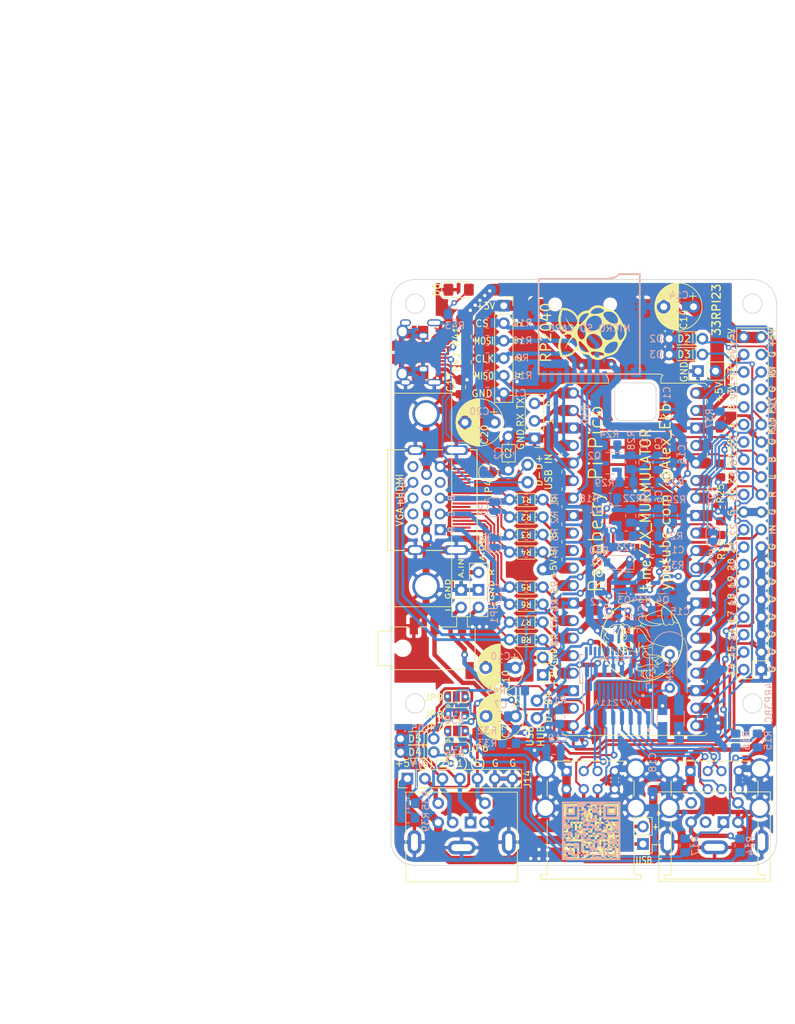
<source format=kicad_pcb>
(kicad_pcb (version 20211014) (generator pcbnew)
  (layers (0 "F.Cu" signal) (31 "B.Cu" signal) (34 "B.Paste" user) (35 "F.Paste" user) (36 "B.SilkS" user "B.Silkscreen") (37 "F.SilkS" user "F.Silkscreen") (38 "B.Mask" user) (39 "F.Mask" user) (44 "Edge.Cuts" user))
  (net 0 "")
  (net 1 "/VGA_VS")
  (net 2 "GND")
  (net 3 "/VGA_HS")
  (net 4 "/VGA_RH")
  (net 5 "/VGA_RL")
  (net 6 "/VGA_GH")
  (net 7 "/VGA_GL")
  (net 8 "/VGA_BH")
  (net 9 "/VGA_BL")
  (net 14 "/+5V")
  (net 21 "/GP_6")
  (net 22 "/GP_7")
  (net 23 "/GP_8")
  (net 24 "/GP_9")
  (net 25 "/GP_10")
  (net 26 "/GP_11")
  (net 27 "/GP_12")
  (net 28 "/GP_13")
  (net 29 "/GP_0")
  (net 30 "/GP_1")
  (net 31 "/GP_2")
  (net 32 "/GP_3")
  (net 33 "/GP_4")
  (net 34 "/GP_5")
  (net 35 "/GP_14")
  (net 36 "/GP_15")
  (net 37 "/GP_16")
  (net 38 "/GP_17")
  (net 39 "/GP_18")
  (net 40 "/GP_19")
  (net 41 "/GP_20")
  (net 42 "/GP_21")
  (net 43 "/GP_22")
  (net 44 "/RUN")
  (net 45 "/GP_26")
  (net 46 "/GP_27")
  (net 47 "/GP_28")
  (net 48 "/GP_29_VREF")
  (net 49 "/+3V3")
  (net 50 "/GP_23_3v3EN")
  (net 51 "/+5V_in")
  (net 55 "/PS{slash}2_DATA_3V")
  (net 56 "/PS{slash}2_CLK_3V")
  (net 57 "/LOAD_IN_D")
  (net 58 "/LEFT_OUT")
  (net 59 "/RIGHT_OUT")
  (net 60 "/BEEP_OUT")
  (net 66 "/PS{slash}2 DATA")
  (net 68 "/PS{slash}2 CLK")
  (net 70 "Net-(U2-Pad2)")
  (net 71 "Net-(U2-Pad3)")
  (net 72 "/DP2")
  (net 73 "/DM2")
  (net 74 "/DP1")
  (net 75 "/DM1")
  (net 76 "/DP4")
  (net 77 "/DM4")
  (net 78 "/DP3")
  (net 79 "/DM3")
  (net 80 "/DM_IN")
  (net 81 "/DP_IN")
  (net 82 "/U_3v3")
  (net 83 "Net-(C4-Pad2)")
  (net 84 "Net-(CN1-Pad18)")
  (net 85 "Net-(C6-Pad1)")
  (net 86 "Net-(C6-Pad2)")
  (net 87 "Net-(C7-Pad1)")
  (net 88 "/R_OUT")
  (net 89 "Net-(C9-Pad1)")
  (net 90 "Net-(C11-Pad1)")
  (net 91 "Net-(C10-Pad1)")
  (net 92 "/L_OUT")
  (net 93 "Net-(C12-Pad1)")
  (net 94 "Net-(C12-Pad2)")
  (net 95 "Net-(D1-Pad2)")
  (net 96 "Net-(J10-PadS)")
  (net 97 "Net-(Q4-Pad1)")
  (net 98 "/PS{slash}2 DATA2")
  (net 99 "/PS{slash}2 CLK2")
  (net 100 "/D-")
  (net 101 "/D+")
  (net 102 "/RST")
  (net 103 "/PS2_1")
  (net 104 "/PS2_2")
  (net 105 "/PS2_5")
  (net 106 "/PS2_6")
  (net 107 "/+3V3A")
  (net 108 "Net-(R41-Pad2)")
  (net 109 "Net-(R42-Pad2)")
  (net 112 "/R_U")
  (net 113 "Net-(D6-Pad2)")
  (net 114 "Net-(J20-Pad2)")
  (footprint "Connector_USB:USB_A_Wuerth_61400826021_Horizontal_Stacked" (layer "F.Cu") (at 51 100.32)
    (fp_text reference "J9" hide)
    (fp_text value "USB_A_Stacked")
  )
  (footprint "Connector_PinHeader_2.54mm:PinHeader_2x20_P2.54mm_Vertical" (layer "F.Cu") (at 79.275 85.6 180)
    (fp_text reference "J2" hide)
    (fp_text value "EXT")
  )
  (footprint "Connector_USB:USB_A_Wuerth_61400826021_Horizontal_Stacked" (layer "F.Cu") (at 69 100.32)
    (fp_text reference "J8" hide)
    (fp_text value "USB_A_Stacked")
  )
  (footprint "Connector_PinHeader_2.54mm:PinHeader_1x02_P2.54mm_Vertical" (layer "F.Cu") (at 47.562304 86.375754 180)
    (fp_text reference "J7" hide)
    (fp_text value "Conn_01x02")
  )
  (footprint "Resistor_SMD:R_0805_2012Metric_Pad1.20x1.40mm_HandSolder" (layer "F.Cu") (at 73.406 65.0748 90)
    (fp_text reference "R19")
    (fp_text value "10k")
  )
  (footprint "LIBS:HDMI" (layer "F.Cu") (at 35 61 -90)
    (fp_text reference "CN1" hide)
    (fp_text value locked "HDMI")
  )
  (footprint "Capacitor_SMD:C_0805_2012Metric_Pad1.18x1.45mm_HandSolder" (layer "F.Cu") (at 35.6 44.6 -90)
    (fp_text reference "C17")
    (fp_text value "100n")
  )
  (footprint "LIBS:Connector_Mini-DIN_Female_6Pin" (layer "F.Cu") (at 37.06 107.775)
    (fp_text reference "J13" hide)
    (fp_text value "Mini-DIN-6")
  )
  (footprint "Connector_Audio:Jack_3.5mm_PJ320D_Horizontal" (layer "F.Cu") (at 32 82.5)
    (fp_text reference "J10" hide)
    (fp_text value "AudioJack4")
  )
  (footprint "Resistor_SMD:R_0805_2012Metric_Pad1.20x1.40mm_HandSolder" (layer "F.Cu") (at 73.3552 56.6928 90)
    (fp_text reference "R25")
    (fp_text value "10k")
  )
  (footprint "Connector_PinHeader_2.54mm:PinHeader_1x03_P2.54mm_Vertical" (layer "F.Cu") (at 46.355 52.055 180)
    (fp_text reference "J4" hide)
    (fp_text value "UART")
  )
  (footprint "LIBS:conn_1" (layer "F.Cu") (at 47.563259 71.040185)
    (fp_text reference "J15" hide)
    (fp_text value "Conn_01x01_Female")
  )
  (footprint "LIBS:Connector_Mini-DIN_Female_6Pin" (layer "F.Cu") (at 73.8 107.735)
    (fp_text reference "J12" hide)
    (fp_text value "Mini-DIN-6")
  )
  (footprint "LED_SMD:LED_1206_3216Metric_Pad1.42x1.75mm_HandSolder" (layer "F.Cu") (at 35.328 30.48)
    (fp_text reference "D6")
    (fp_text value "LED_Small")
  )
  (footprint "LIBS:conn 2" (layer "F.Cu") (at 45.339 55.88)
    (fp_text reference "J18" hide)
    (fp_text value "Conn_01x02_Female" hide)
  )
  (footprint "Resistor_SMD:R_0805_2012Metric_Pad1.20x1.40mm_HandSolder" (layer "F.Cu") (at 36.4 41 -90)
    (fp_text reference "R42")
    (fp_text value "5.1K")
  )
  (footprint "Connector_PinHeader_2.54mm:PinHeader_1x02_P2.54mm_Vertical" (layer "F.Cu") (at 35.687 74.036)
    (fp_text reference "J20" hide)
    (fp_text value "Conn_01x02")
  )
  (footprint "Connector_PinHeader_2.54mm:PinHeader_1x07_P2.54mm_Vertical" (layer "F.Cu") (at 27.89322 101.414607 90)
    (fp_text reference "J14")
    (fp_text value "Conn_01x07")
  )
  (footprint "Resistor_SMD:R_0805_2012Metric_Pad1.20x1.40mm_HandSolder" (layer "F.Cu") (at 36.4 37.3 90)
    (fp_text reference "R41")
    (fp_text value "5.1K ")
  )
  (footprint "LOGO" (layer "F.Cu") (at 61.9 81.4 90)
    (fp_text reference "G***" hide)
    (fp_text value "LOGO" hide)
  )
  (footprint "LIBS:USB-TYPE-C-31-M-12_lib2" (layer "F.Cu") (at 25.015 39.6 -90)
    (fp_text reference "USB1")
    (fp_text value "TYPE-C-31-M-12")
  )
  (footprint "LOGO" (layer "F.Cu") (at 54.61 109.093)
    (fp_text reference "G***" hide)
    (fp_text value "LOGO" hide)
  )
  (footprint "LIBS:USB_Micro-B_Amphenol" (layer "F.Cu") (at 28.3 39.6 -90)
    (fp_text reference "J11" hide)
    (fp_text value "USB_B_Micro")
  )
  (footprint "Connector_PinSocket_2.54mm:PinSocket_1x06_P2.54mm_Vertical" (layer "F.Cu") (at 41.883562 32.801695)
    (fp_text reference "J6" hide)
    (fp_text value "Conn_SD")
  )
  (footprint "Jumper:SolderJumper-2_P1.3mm_Bridged_RoundedPad1.0x1.5mm" (layer "F.Cu") (at 39.668264 56.969647)
    (fp_text reference "JP4")
    (fp_text value "Jumper_2_Bridged")
  )
  (footprint "LIBS:conn 2" (layer "F.Cu") (at 46.685427 90.105084)
    (fp_text reference "J17" hide)
    (fp_text value "Conn_01x02_Female" hide)
  )
  (footprint "Connector_Dsub:DSUB-15-HD_Female_Horizontal_P2.29x1.98mm_EdgePinOffset3.03mm_Housed_MountingHolesOffset4.94mm" (layer "F.Cu") (at 32.650331 65.3 -90)
    (fp_text reference "J1" hide)
    (fp_text value "VGA")
  )
  (footprint "LIBS:Raspberry_Pi_Pico_SMT_THT_MOD_2" (layer "F.Cu") (at 52 45.47)
    (fp_text reference "U1" hide)
    (fp_text value "raspberrypi-pico-module")
  )
  (footprint "LIBS:SolderJumper-3_P1.3mm_Open_RoundedPad1.0x1.5mm" (layer "F.Cu") (at 35 97)
    (fp_text reference "JP6")
    (fp_text value "SolderJumper_3_Open")
  )
  (footprint "Connector_PinHeader_2.54mm:PinHeader_1x02_P2.54mm_Vertical" (layer "F.Cu") (at 62.1 110.9 180)
    (fp_text reference "J16" hide)
    (fp_text value "USB")
  )
  (footprint "Connector_PinHeader_2.54mm:PinHeader_1x03_P2.54mm_Vertical" (layer "F.Cu") (at 38.227 76.566 180)
    (fp_text reference "J3" hide)
    (fp_text value "A_OUT")
  )
  (footprint "LIBS:SolderJumper-3_P1.3mm_Open_RoundedPad1.0x1.5mm" (layer "F.Cu") (at 35.014525 94.486489)
    (fp_text reference "JP7")
    (fp_text value "SolderJumper_3_Open")
  )
  (footprint "LIBS:SolderJumper-3_P1.3mm_Open_RoundedPad1.0x1.5mm" (layer "F.Cu") (at 35 92)
    (fp_text reference "JP8")
    (fp_text value "SolderJumper_3_Open")
  )
  (footprint "Connector_PinHeader_2.54mm:PinHeader_1x02_P2.54mm_Vertical" (layer "F.Cu") (at 70.099 42.291 90)
    (fp_text reference "J19" hide)
    (fp_text value "Conn_01x02")
  )
  (footprint "LOGO" (layer "F.Cu") (at 54.737 36.703 90)
    (fp_text reference "G***" hide)
    (fp_text value "LOGO" hide)
  )
  (footprint "LIBS:SolderJumper-3_P1.3mm_Open_RoundedPad1.0x1.5mm" (layer "F.Cu") (at 34.999729 89.494011)
    (fp_text reference "JP9")
    (fp_text value "SolderJumper_3_Open")
  )
  (footprint "Resistor_SMD:R_0805_2012Metric_Pad1.20x1.40mm_HandSolder" (layer "B.Cu") (at 60.325 55.515 90)
    (fp_text reference "R28")
    (fp_text value "15k")
  )
  (footprint "Capacitor_SMD:C_0805_2012Metric_Pad1.18x1.45mm_HandSolder" (layer "B.Cu") (at 60 80 -90)
    (fp_text reference "C3")
    (fp_text value "10u")
  )
  (footprint "Capacitor_SMD:C_0805_2012Metric_Pad1.18x1.45mm_HandSolder" (layer "B.Cu") (at 39.5125 45.375 180)
    (fp_text reference "C1")
    (fp_text value "0.1u")
  )
  (footprint "LIBS:R_0805_PLUS" (layer "B.Cu") (at 45.147064 68.5505)
    (fp_text reference "R4")
    (fp_text value "270R")
  )
  (footprint "Capacitor_SMD:C_0805_2012Metric_Pad1.18x1.45mm_HandSolder" (layer "B.Cu") (at 64.298621 55.553397 90)
    (fp_text reference "C9")
    (fp_text value "10u")
  )
  (footprint "LOGO" (layer "B.Cu") (at 54.61 108.966 180)
    (fp_text reference "G***" hide)
    (fp_text value "LOGO" hide)
  )
  (footprint "Resistor_SMD:R_0805_2012Metric_Pad1.20x1.40mm_HandSolder" (layer "B.Cu") (at 28 105 180)
    (fp_text reference "R35")
    (fp_text value "10k")
  )
  (footprint "Crystal:Crystal_HC49-4H_Vertical" (layer "B.Cu") (at 66 88.265 90)
    (fp_text reference "Y1" hide)
    (fp_text value "12MHz")
  )
  (footprint "Resistor_SMD:R_0805_2012Metric_Pad1.20x1.40mm_HandSolder" (layer "B.Cu") (at 55.653561 65.770901 90)
    (fp_text reference "R30")
    (fp_text value "10k")
  )
  (footprint "Resistor_SMD:R_0805_2012Metric_Pad1.20x1.40mm_HandSolder" (layer "B.Cu") (at 66.35602 63.253572 90)
    (fp_text reference "R20")
    (fp_text value "47k")
  )
  (footprint "LIBS:c_comb_pol" (layer "B.Cu") (at 38.424168 49.740148 180)
    (fp_text reference "C20")
    (fp_text value "100u")
  )
  (footprint "Capacitor_SMD:C_0805_2012Metric_Pad1.18x1.45mm_HandSolder" (layer "B.Cu") (at 49.1275 97.155)
    (fp_text reference "C19")
    (fp_text value "10u")
  )
  (footprint "Resistor_SMD:R_0805_2012Metric_Pad1.20x1.40mm_HandSolder" (layer "B.Cu") (at 42.661123 94.328945 180)
    (fp_text reference "R32")
    (fp_text value "200")
  )
  (footprint "Resistor_SMD:R_0805_2012Metric_Pad1.20x1.40mm_HandSolder" (layer "B.Cu") (at 59.6987 58.411323 180)
    (fp_text reference "R29")
    (fp_text value "200")
  )
  (footprint "LIBS:R_0805_PLUS" (layer "B.Cu") (at 45.147064 63.4705)
    (fp_text reference "R2")
    (fp_text value "270R")
  )
  (footprint "Resistor_SMD:R_0805_2012Metric_Pad1.20x1.40mm_HandSolder" (layer "B.Cu") (at 63.393258 66.234389)
    (fp_text reference "R21")
    (fp_text value "10k")
  )
  (footprint "Capacitor_SMD:C_0805_2012Metric_Pad1.18x1.45mm_HandSolder" (layer "B.Cu") (at 65.530522 48.894242 -90)
    (fp_text reference "C1*")
    (fp_text value "0.1u")
  )
  (footprint "LIBS:c_comb_pol" (layer "B.Cu") (at 41.43337 85.337426 180)
    (fp_text reference "C10")
    (fp_text value "10u")
  )
  (footprint "Jumper:SolderJumper-2_P1.3mm_Open_RoundedPad1.0x1.5mm" (layer "B.Cu") (at 40.5 74.65 90)
    (fp_text reference "JP1")
    (fp_text value "R_J")
  )
  (footprint "Package_SO:SSOP-28_3.9x9.9mm_P0.635mm" (layer "B.Cu") (at 58 85.5 90)
    (fp_text reference "U2" hide)
    (fp_text value "FE1.1s")
  )
  (footprint "LIBS:GCT-MEM2055-00-190-01-A" (layer "B.Cu") (at 54.296954 43.922081 180)
    (fp_text reference "J5" hide)
    (fp_text value "Micro_SD_Card")
  )
  (footprint "LIBS:c_comb_pol" (layer "B.Cu") (at 67.31 32.948114 180)
    (fp_text reference "C14")
    (fp_text value "100u")
  )
  (footprint "Package_TO_SOT_SMD:SOT-23" (layer "B.Cu") (at 57.345 63.38 180)
    (fp_text reference "Q1")
    (fp_text value "BC850")
  )
  (footprint "Package_TO_SOT_SMD:SOT-23" (layer "B.Cu") (at 64.852631 73.009412 180)
    (fp_text reference "Q4")
    (fp_text value "BC850")
  )
  (footprint "Capacitor_SMD:C_0805_2012Metric_Pad1.18x1.45mm_HandSolder" (layer "B.Cu") (at 62.24 63.285 -90)
    (fp_text reference "C8")
    (fp_text value "1n")
  )
  (footprint "Resistor_SMD:R_0805_2012Metric_Pad1.20x1.40mm_HandSolder" (layer "B.Cu") (at 43.958 88.646)
    (fp_text reference "R44")
    (fp_text value "10k")
  )
  (footprint "Resistor_SMD:R_0805_2012Metric_Pad1.20x1.40mm_HandSolder" (layer "B.Cu") (at 57.373011 53.028167)
    (fp_text reference "R24")
    (fp_text value "10k")
  )
  (footprint "Capacitor_SMD:C_0805_2012Metric_Pad1.18x1.45mm_HandSolder" (layer "B.Cu") (at 62 80 -90)
    (fp_text reference "C4")
    (fp_text value "10u")
  )
  (footprint "Jumper:SolderJumper-2_P1.3mm_Open_RoundedPad1.0x1.5mm" (layer "B.Cu") (at 72.263 66.294 90)
    (fp_text reference "JP5")
    (fp_text value "R_J")
  )
  (footprint "Package_TO_SOT_SMD:SOT-23" (layer "B.Cu") (at 59.04 72.986445 180)
    (fp_text reference "Q3")
    (fp_text value "BC850")
  )
  (footprint "Resistor_SMD:R_0805_2012Metric_Pad1.20x1.40mm_HandSolder" (layer "B.Cu") (at 49.9872 92.472 -90)
    (fp_text reference "R13")
    (fp_text value "2k7 1%")
  )
  (footprint "Resistor_SMD:R_0805_2012Metric_Pad1.20x1.40mm_HandSolder" (layer "B.Cu") (at 68.215 111.125 -90)
    (fp_text reference "R17")
    (fp_text value "10k")
  )
  (footprint "Resistor_SMD:R_0805_2012Metric_Pad1.20x1.40mm_HandSolder" (layer "B.Cu") (at 73.66 60.214 90)
    (fp_text reference "R27")
    (fp_text value "10k")
  )
  (footprint "Resistor_SMD:R_0805_2012Metric_Pad1.20x1.40mm_HandSolder" (layer "B.Cu") (at 28 107.1)
    (fp_text reference "R39")
    (fp_text value "10k")
  )
  (footprint "LIBS:D_0805_PLUS" (layer "B.Cu") (at 68.326 37.592 180)
    (fp_text reference "D2")
    (fp_text value "3v3")
  )
  (footprint "Capacitor_SMD:C_0805_2012Metric_Pad1.18x1.45mm_HandSolder" (layer "B.Cu") (at 63.458322 68.152215 180)
    (fp_text reference "C13")
    (fp_text value "10u")
  )
  (footprint "Capacitor_SMD:C_0805_2012Metric_Pad1.18x1.45mm_HandSolder" (layer "B.Cu") (at 57.15 80.01 -90)
    (fp_text reference "C5")
    (fp_text value "10u")
  )
  (footprint "Capacitor_SMD:C_0805_2012Metric_Pad1.18x1.45mm_HandSolder" (layer "B.Cu") (at 64.374505 63.262759 90)
    (fp_text reference "C6")
    (fp_text value "10u")
  )
  (footprint "LIBS:R_0805_PLUS" (layer "B.Cu") (at 45.147064 60.9305)
    (fp_text reference "R1")
    (fp_text value "270R")
  )
  (footprint "Resistor_SMD:R_0805_2012Metric_Pad1.20x1.40mm_HandSolder" (layer "B.Cu") (at 39.503752 37.845 180)
    (fp_text reference "R10")
    (fp_text value "10k")
  )
  (footprint "Resistor_SMD:R_0805_2012Metric_Pad1.20x1.40mm_HandSolder" (layer "B.Cu") (at 39.503752 40.385 180)
    (fp_text reference "R9")
    (fp_text value "10k")
  )
  (footprint "LIBS:R_0805_PLUS" (layer "B.Cu") (at 45.147064 73.6305)
    (fp_text reference "R5")
    (fp_text value "270R")
  )
  (footprint "Resistor_SMD:R_0805_2012Metric_Pad1.20x1.40mm_HandSolder" (layer "B.Cu") (at 39.503752 42.925 180)
    (fp_text reference "R11")
    (fp_text value "10k")
  )
  (footprint "Capacitor_SMD:C_0805_2012Metric_Pad1.18x1.45mm_HandSolder" (layer "B.Cu") (at 63.49 102.235 -90)
    (fp_text reference "C18")
    (fp_text value "10u")
  )
  (footprint "LIBS:c_comb_pol" (layer "B.Cu") (at 41.463209 92.374968 180)
    (fp_text reference "C7")
    (fp_text value "10u")
  )
  (footprint "Resistor_SMD:R_0805_2012Metric_Pad1.20x1.40mm_HandSolder" (layer "B.Cu") (at 63.5 70.095717 180)
    (fp_text reference "R31")
    (fp_text value "1k")
  )
  (footprint "Capacitor_SMD:C_0805_2012Metric_Pad1.18x1.45mm_HandSolder" (layer "B.Cu") (at 55.88 73.2575 -90)
    (fp_text reference "C12")
    (fp_text value "100n")
  )
  (footprint "LIBS:R_0805_PLUS" (layer "B.Cu") (at 45.147064 81.2505)
    (fp_text reference "R8")
    (fp_text value "270R")
  )
  (footprint "LIBS:R_0805_PLUS" (layer "B.Cu") (at 42.545 54.202064 90)
    (fp_text reference "C2")
    (fp_text value "0.1u")
  )
  (footprint "Resistor_SMD:R_0805_2012Metric_Pad1.20x1.40mm_HandSolder" (layer "B.Cu") (at 63.5 58.43 180)
    (fp_text reference "R26")
    (fp_text value "47k")
  )
  (footprint "Resistor_SMD:R_0805_2012Metric_Pad1.20x1.40mm_HandSolder" (layer "B.Cu") (at 34.782 34.036)
    (fp_text reference "R43")
    (fp_text value "300")
  )
  (footprint "LIBS:R_0805_PLUS" (layer "B.Cu") (at 45.147064 66.0105)
    (fp_text reference "R3")
    (fp_text value "270R")
  )
  (footprint "Resistor_SMD:R_0805_2012Metric_Pad1.20x1.40mm_HandSolder" (layer "B.Cu") (at 75.565 95.885 90)
    (fp_text reference "R16")
    (fp_text value "68R")
  )
  (footprint "Jumper:SolderJumper-2_P1.3mm_Open_RoundedPad1.0x1.5mm" (layer "B.Cu") (at 40.5 62 90)
    (fp_text reference "JP3")
    (fp_text value "B_J")
  )
  (footprint "Resistor_SMD:R_0805_2012Metric_Pad1.20x1.40mm_HandSolder" (layer "B.Cu") (at 76.2 111.125 90)
    (fp_text reference "R14")
    (fp_text value "10k")
  )
  (footprint "LIBS:R_0805_PLUS" (layer "B.Cu") (at 45.147064 78.7105)
    (fp_text reference "R7")
    (fp_text value "270R")
  )
  (footprint "Resistor_SMD:R_0805_2012Metric_Pad1.20x1.40mm_HandSolder" (layer "B.Cu") (at 61.940985 72.895324 -90)
    (fp_text reference "R34")
    (fp_text value "10k")
  )
  (footprint "Resistor_SMD:R_0805_2012Metric_Pad1.20x1.40mm_HandSolder" (layer "B.Cu") (at 35 96)
    (fp_text reference "R36")
    (fp_text value "68R")
  )
  (footprint "LIBS:D_0805_PLUS" (layer "B.Cu") (at 68.326 39.878 180)
    (fp_text reference "D3")
    (fp_text value "3v3")
  )
  (footprint "Jumper:SolderJumper-2_P1.3mm_Open_RoundedPad1.0x1.5mm" (layer "B.Cu") (at 40.500005 67.200004 90)
    (fp_text reference "JP2")
    (fp_text value "G_J")
  )
  (footprint "Resistor_SMD:R_0805_2012Metric_Pad1.20x1.40mm_HandSolder" (layer "B.Cu") (at 57.345 60.745)
    (fp_text reference "R18")
    (fp_text value "10k")
  )
  (footprint "Resistor_SMD:R_0805_2012Metric_Pad1.20x1.40mm_HandSolder" (layer "B.Cu") (at 35 91)
    (fp_text reference "R38")
    (fp_text value "68R")
  )
  (footprint "LIBS:D_0805_PLUS" (layer "B.Cu") (at 29.3 95.625 180)
    (fp_text reference "D5")
    (fp_text value "3v3")
  )
  (footprint "Capacitor_SMD:C_0805_2012Metric_Pad1.18x1.45mm_HandSolder" (layer "B.Cu") (at 64.420189 77.068141 180)
    (fp_text reference "C15")
    (fp_text value "10u")
  )
  (footprint "Crystal:Crystal_SMD_0603-4Pin_6.0x3.5mm" (layer "B.Cu") (at 66.141001 92.702332 90)
    (fp_text reference "Y2" hide)
    (fp_text value "12MHz")
  )
  (footprint "LIBS:R_0805_PLUS" (layer "B.Cu") (at 45.147064 76.1305)
    (fp_text reference "R6")
    (fp_text value "270R")
  )
  (footprint "Resistor_SMD:R_0805_2012Metric_Pad1.20x1.40mm_HandSolder" (layer "B.Cu") (at 59.680963 66.234389 180)
    (fp_text reference "R23")
    (fp_text value "200")
  )
  (footprint "Diode_SMD:D_SOD-123" (layer "B.Cu") (at 58.54 70.046445 180)
    (fp_text reference "D1")
    (fp_text value "1N4148W")
  )
  (footprint "Resistor_SMD:R_0805_2012Metric_Pad1.20x1.40mm_HandSolder" (layer "B.Cu") (at 60.325 63.285 90)
    (fp_text reference "R22")
    (fp_text value "15k")
  )
  (footprint "LIBS:D_0805_PLUS" (layer "B.Cu") (at 29.306854 97.573448 180)
    (fp_text reference "D4")
    (fp_text value "3v3")
  )
  (footprint "Package_SO:SO-16_5.3x10.2mm_P1.27mm" (layer "B.Cu") (at 58.42 89.154 90)
    (fp_text reference "U3" hide)
    (fp_text value "MW7211A")
  )
  (footprint "Resistor_SMD:R_0805_2012Metric_Pad1.20x1.40mm_HandSolder" (layer "B.Cu") (at 39.503752 35.305 180)
    (fp_text reference "R12")
    (fp_text value "10k")
  )
  (footprint "Package_TO_SOT_SMD:SOT-23" (layer "B.Cu") (at 57.358336 55.656889 180)
    (fp_text reference "Q2")
    (fp_text value "BC850")
  )
  (footprint "Resistor_SMD:R_0805_2012Metric_Pad1.20x1.40mm_HandSolder" (layer "B.Cu") (at 78.74 95.885 90)
    (fp_text reference "R15")
    (fp_text value "68R")
  )
  (footprint "Capacitor_SMD:C_0805_2012Metric_Pad1.18x1.45mm_HandSolder" (layer "B.Cu") (at 66.284242 54.432135 90)
    (fp_text reference "C16")
    (fp_text value "10u")
  )
  (footprint "Capacitor_SMD:C_0805_2012Metric_Pad1.18x1.45mm_HandSolder" (layer "B.Cu") (at 62.251735 55.553141 -90)
    (fp_text reference "C11")
    (fp_text value "1n")
  )
  (footprint "Resistor_SMD:R_0805_2012Metric_Pad1.20x1.40mm_HandSolder" (layer "B.Cu") (at 73.279 49.149 90)
    (fp_text reference "R37")
    (fp_text value "10k")
  )
  (footprint "Resistor_SMD:R_0805_2012Metric_Pad1.20x1.40mm_HandSolder" (layer "B.Cu") (at 42.665961 96.281587)
    (fp_text reference "R33")
    (fp_text value "10k")
  )
  (footprint "Resistor_SMD:R_0805_2012Metric_Pad1.20x1.40mm_HandSolder" (layer "B.Cu") (at 55.1863 48.601629 -90)
    (fp_text reference "R40")
    (fp_text value "10R")
  )
  (gr_arc (start 25.5 32.5) (mid 26.525126 30.025126) (end 29 29) (layer "Edge.Cuts") (width 0.1))
  (gr_arc (start 58 45) (mid 58.292893 44.292893) (end 59 44) (layer "Edge.Cuts") (width 0.1))
  (gr_line (start 25.5 110.5) (end 25.5 32.5) (layer "Edge.Cuts") (width 0.1))
  (gr_circle (center 29 90.5) (end 30.4 90.5) (layer "Edge.Cuts") (width 0.1) (fill none))
  (gr_arc (start 29 114) (mid 26.525126 112.974874) (end 25.5 110.5) (layer "Edge.Cuts") (width 0.1))
  (gr_arc (start 63 44) (mid 63.707107 44.292893) (end 64 45) (layer "Edge.Cuts") (width 0.1))
  (gr_arc (start 78 29) (mid 80.474874 30.025126) (end 81.5 32.5) (layer "Edge.Cuts") (width 0.1))
  (gr_circle (center 29 32.5) (end 30.4 32.5) (layer "Edge.Cuts") (width 0.1) (fill none))
  (gr_arc (start 59 49.5) (mid 58.292893 49.207107) (end 58 48.5) (layer "Edge.Cuts") (width 0.1))
  (gr_line (start 64 48.5) (end 64 45) (layer "Edge.Cuts") (width 0.1))
  (gr_arc (start 81.5 110.5) (mid 80.474874 112.974874) (end 78 114) (layer "Edge.Cuts") (width 0.1))
  (gr_line (start 59 49.5) (end 63 49.5) (layer "Edge.Cuts") (width 0.1))
  (gr_line (start 58 45) (end 58 48.5) (layer "Edge.Cuts") (width 0.1))
  (gr_line (start 63 44) (end 59 44) (layer "Edge.Cuts") (width 0.1))
  (gr_arc (start 64 48.5) (mid 63.707107 49.207107) (end 63 49.5) (layer "Edge.Cuts") (width 0.1))
  (gr_line (start 78 114) (end 29 114) (layer "Edge.Cuts") (width 0.1))
  (gr_line (start 29 29) (end 78 29) (layer "Edge.Cuts") (width 0.1))
  (gr_circle (center 78.000001 32.499999) (end 79.400001 32.499999) (layer "Edge.Cuts") (width 0.1) (fill none))
  (gr_circle (center 78 90.5) (end 79.4 90.5) (layer "Edge.Cuts") (width 0.1) (fill none))
  (gr_line (start 81.5 32.5) (end 81.5 110.5) (layer "Edge.Cuts") (width 0.1))
  (gr_text "." (at 62.1 87.7) (layer "B.SilkS") (effects (font (size 4 4)) (justify mirror)))
  (gr_text "G" (at 80.772 70.231 90) (layer "B.SilkS") (effects (font (size 0.9 1)) (justify mirror)))
  (gr_text "15" (at 75.311 83.058 -270) (layer "B.SilkS") (effects (font (size 0.9 1)) (justify mirror)))
  (gr_text "27" (at 75.311 57.658 -270) (layer "B.SilkS") (effects (font (size 0.9 1)) (justify mirror)))
  (gr_text "MW7211A" (at 58.4 90.4) (layer "B.SilkS") (effects (font (size 0.8 1) (thickness 0.125)) (justify mirror)))
  (gr_text "18" (at 75.311 75.438 -270) (layer "B.SilkS") (effects (font (size 0.9 1)) (justify mirror)))
  (gr_text "12M" (at 66 86.05 90) (layer "B.SilkS") (effects (font (size 1 1)) (justify mirror)))
  (gr_text "14" (at 75.311 85.598 -270) (layer "B.SilkS") (effects (font (size 0.9 1)) (justify mirror)))
  (gr_text "FE1.1s" (at 58 84) (layer "B.SilkS") (effects (font (size 0.5 1) (thickness 0.125)) (justify mirror)))
  (gr_text "29*" (at 75.311 52.832 -270) (layer "B.SilkS") (effects (font (size 0.9 1)) (justify mirror)))
  (gr_text "23*" (at 75.311 42.418 -270) (layer "B.SilkS") (effects (font (size 0.9 1)) (justify mirror)))
  (gr_text "C20" (at 38.354 48.133) (layer "B.SilkS") (effects (font (size 1 1)) (justify mirror)))
  (gr_text "G" (at 75.311 62.738 -270) (layer "B.SilkS") (effects (font (size 0.9 1)) (justify mirror)))
  (gr_text "PS2_D" (at 80.772 50.165 90) (layer "B.SilkS") (effects (font (size 0.9 0.5) (thickness 0.125)) (justify mirror)))
  (gr_text "L" (at 80.772 57.658 90) (layer "B.SilkS") (effects (font (size 0.9 1)) (justify mirror)))
  (gr_text "R" (at 80.772 60.198 90) (layer "B.SilkS") (effects (font (size 0.9 1)) (justify mirror)))
  (gr_text "1" (at 75.311 50.038 -270) (layer "B.SilkS") (effects (font (size 0.9 1)) (justify mirror)))
  (gr_text "HS" (at 27.178 60.706 90) (layer "B.SilkS") (effects (font (size 0.9 0.9)) (justify mirror)))
  (gr_text "G" (at 80.772 44.831 -270) (layer "B.SilkS") (effects (font (size 0.9 1)) (justify mirror)))
  (gr_text "16" (at 75.311 80.518 -270) (layer "B.SilkS") (effects (font (size 0.9 1)) (justify mirror)))
  (gr_text "+3V" (at 75.311 44.958 -270) (layer "B.SilkS") (effects (font (size 0.9 0.9)) (justify mirror)))
  (gr_text "G" (at 80.772 82.931 90) (layer "B.SilkS") (effects (font (size 0.9 1)) (justify mirror)))
  (gr_text "B" (at 80.772 55.118 90) (layer "B.SilkS") (effects (font (size 0.9 1)) (justify mirror)))
  (gr_text "G" (at 80.772 80.391 90) (layer "B.SilkS") (effects (font (size 0.9 1)) (justify mirror)))
  (gr_text "+5V" (at 75.311 37.338 -270) (layer "B.SilkS") (effects (font (size 0.9 0.9)) (justify mirror)))
  (gr_text "B" (at 34.29 60.706 90) (layer "B.SilkS") (effects (font (size 0.9 0.9)) (justify mirror)))
  (gr_text "VS" (at 27.178 58.42 90) (layer "B.SilkS") (effects (font (size 0.9 0.9)) (justify mirror)))
  (gr_text "VS" (at 75.311 39.878 -270) (layer "B.SilkS") (effects (font (size 0.9 0.9)) (justify mirror)))
  (gr_text "IN" (at 80.772 65.278 90) (layer "B.SilkS") (effects (font (size 0.9 1)) (justify mirror)))
  (gr_text "28" (at 75.311 55.118 -270) (layer "B.SilkS") (effects (font (size 0.9 1)) (justify mirror)))
  (gr_text "22" (at 75.311 65.278 90) (layer "B.SilkS") (effects (font (size 0.9 1)) (justify mirror)))
  (gr_text "+5V" (at 80.772 37.338 -270) (layer "B.SilkS") (effects (font (size 0.9 0.9)) (justify mirror)))
  (gr_text "G" (at 80.772 85.471 90) (layer "B.SilkS") (effects (font (size 0.9 1)) (justify mirror)))
  (gr_text "G" (at 80.772 52.451 90) (layer "B.SilkS") (effects (font (size 0.9 1)) (justify mirror)))
  (gr_text "21" (at 75.311 67.818 90) (layer "B.SilkS") (effects (font (size 0.9 1)) (justify mirror)))
  (gr_text "." (at 62.9 92.7) (layer "B.SilkS") (effects (font (size 4 4)) (justify mirror)))
  (gr_text "19" (at 75.311 72.898 -270) (layer "B.SilkS") (effects (font (size 0.9 1)) (justify mirror)))
  (gr_text "RST" (at 80.772 42.418 -270) (layer "B.SilkS") (effects (font (size 0.9 0.6)) (justify mirror)))
  (gr_text "PS2_C" (at 80.772 47.371 90) (layer "B.SilkS") (effects (font (size 0.9 0.5) (thickness 0.125)) (justify mirror)))
  (gr_text "G" (at 80.772 75.311 90) (layer "B.SilkS") (effects (font (size 0.9 1)) (justify mirror)))
  (gr_text "G" (at 80.772 72.771 90) (layer "B.SilkS") (effects (font (size 0.9 1)) (justify mirror)))
  (gr_text "26" (at 75.311 60.198 -270) (layer "B.SilkS") (effects (font (size 0.9 1)) (justify mirror)))
  (gr_text "4RP3BC" (at 80.391 90.424 90) (layer "B.SilkS") (effects (font (size 1 1)) (justify mirror)))
  (gr_text "G" (at 34.29 62.992 90) (layer "B.SilkS") (effects (font (size 0.9 0.9)) (justify mirror)))
  (gr_text "G" (at 80.772 77.851 90) (layer "B.SilkS") (effects (font (size 0.9 1)) (justify mirror)))
  (gr_text "G" (at 80.772 67.691 90) (layer "B.SilkS") (effects (font (size 0.9 1)) (justify mirror)))
  (gr_text "MICRO SD CARD" (at 54.296954 36.072081) (layer "B.SilkS") (effects (font (size 1 1)) (justify mirror)))
  (gr_text "R" (at 34.29 65.278 90) (layer "B.SilkS") (effects (font (size 0.9 0.9)) (justify mirror)))
  (gr_text "17" (at 75.311 77.978 -270) (layer "B.SilkS") (effects (font (size 0.9 1)) (justify mirror)))
  (gr_text "0" (at 75.311 47.498 -270) (layer "B.SilkS") (effects (font (size 0.9 1)) (justify mirror)))
  (gr_text "G" (at 80.772 62.738 90) (layer "B.SilkS") (effects (font (size 0.9 1)) (justify mirror)))
  (gr_text "G" (at 80.772 39.878 -270) (layer "B.SilkS") (effects (font (size 0.9 1)) (justify mirror)))
  (gr_text "20" (at 75.311 70.358 -270) (layer "B.SilkS") (effects (font (size 0.9 1)) (justify mirror)))
  (gr_text "+3V" (at 49.149 86.741 90) (layer "F.SilkS") (effects (font (size 0.9 0.9))))
  (gr_text "0" (at 48.6156 46.99 90) (layer "F.SilkS") (effects (font (size 0.9 1))))
  (gr_text "D2" (at 68.072 37.592) (layer "F.SilkS") (effects (font (size 1 1))))
  (gr_text "19" (at 74.93 72.898 90) (layer "F.SilkS") (effects (font (size 0.9 1))))
  (gr_text "R" (at 40.132 71.492211 90) (layer "F.SilkS") (effects (font (size 0.7 1))))
  (gr_text "D-" (at 46.99 57.912 90) (layer "F.SilkS") (effects (font (size 1 1))))
  (gr_text "8" (at 49.0728 66.0908 90) (layer "F.SilkS") (effects (font (size 0.9 1))))
  (gr_text "G" (at 80.899 77.978 90) (layer "F.SilkS") (effects (font (size 0.9 1))))
  (gr_text "1" (at 74.93 50.165 90) (layer "F.SilkS") (effects (font (size 0.9 1))))
  (gr_text "GND" (at 44.323 52.197 90) (layer "F.SilkS") (effects (font (size 1 1))))
  (gr_text "PS2_C" (at 80.899 47.244 90) (layer "F.SilkS") (effects (font (size 0.9 0.5) (thickness 0.125))))
  (gr_text "+5V" (at 49.110625 70.993 90) (layer "F.SilkS") (effects (font (size 0.9 0.9))))
  (gr_text "D3" (at 68.072 39.878) (layer "F.SilkS") (effects (font (size 1 1))))
  (gr_text "29*" (at 74.93 52.705 90) (layer "F.SilkS") (effects (font (size 0.9 1))))
  (gr_text "G" (at 43.18 99.159169) (layer "F.SilkS") (effects (font (size 1 1))))
  (gr_text "TX" (at 44.323 46.979077 90) (layer "F.SilkS") (effects (font (size 1 1))))
  (gr_text "27" (at 74.93 57.785 90) (layer "F.SilkS") (effects (font (size 0.9 1))))
  (gr_text "18" (at 74.93 75.438 90) (layer "F.SilkS") (effects (font (size 0.9 1))))
  (gr_text "6" (at 49.0728 60.9092 90) (layer "F.SilkS") (effects (font (size 0.9 1))))
  (gr_text "11" (at 49.0728 76.1492 90) (layer "F.SilkS") (effects (font (size 0.9 1))))
  (gr_text "G" (at 80.899 80.518 90) (layer "F.SilkS") (effects (font (size 0.9 1))))
  (gr_text "(6)" (at 30.502805 99.216753) (layer "F.SilkS") (effects (font (size 1 1))))
  (gr_text "+5V" (at 73.152 45.339 90) (layer "F.SilkS") (effects (font (size 1 1))))
  (gr_text "26" (at 74.93 60.325 90) (layer "F.SilkS") (effects (font (size 0.9 1))))
  (gr_text "D+" (at 48.387 89.662 90) (layer "F.SilkS") (effects (font (size 1 1))))
  (gr_text "G" (at 80.899 39.878 90) (layer "F.SilkS") (effects (font (size 0.9 1))))
  (gr_text "+5V" (at 27.596909 99.191948) (layer "F.SilkS") (effects (font (size 1 1))))
  (gr_text "+5V" (at 74.93 37.465 90) (layer "F.SilkS") (effects (font (size 0.9 0.9))))
  (gr_text "PS2_D" (at 80.899 50.292 90) (layer "F.SilkS") (effects (font (size 0.9 0.5) (thickness 0.125))))
  (gr_text "RP2040" (at 48.006 36.703 90) (layer "F.SilkS") (effects (font (size 1.5 1.5) (thickness 0.2))))
  (gr_text "G" (at 80.899 70.358 90) (layer "F.SilkS") (effects (font (size 0.9 1))))
  (gr_text "2" (at 44.0436 40.4368 90) (layer "F.SilkS") (effects (font (size 0.9 1))))
  (gr_text "RST" (at 80.899 42.418 90) (layer "F.SilkS") (effects (font (size 0.9 0.6))))
  (gr_text "GND" (at 40.132 74.14133 90) (layer "F.SilkS") (effects (font (size 0.7 1))))
  (gr_text "D5" (at 28.955838 95.625) (layer "F.SilkS") (effects (font (size 1 1))))
  (gr_text "10" (at 49.0728 73.66 90) (layer "F.SilkS") (effects (font (size 0.9 1))))
  (gr_text "USB" (at 62.23 113.284) (layer "F.SilkS") (effects (font (size 1 0.8))))
  (gr_text "20" (at 74.93 70.358 90) (layer "F.SilkS") (effects (font (size 0.9 1))))
  (gr_text "+5V" (at 80.899 37.465 90) (layer "F.SilkS") (effects (font (size 0.9 0.9))))
  (gr_text "B" (at 80.899 55.118 90) (layer "F.SilkS") (effects (font (size 0.9 1))))
  (gr_text "G" (at 80.899 52.578 90) (layer "F.SilkS") (effects (font (size 0.9 1))))
  (gr_text "C7" (at 42.2 94.6 90) (layer "F.SilkS") (effects (font (size 1 1))))
  (gr_text "G" (at 80.899 72.898 90) (layer "F.SilkS") (effects (font (size 0.9 1))))
  (gr_text "-" (at 63.913293 110.934282) (layer "F.SilkS") (effects (font (size 1 0.8))))
  (gr_text "G" (at 80.899 67.818 90) (layer "F.SilkS") (effects (font (size 0.9 1))))
  (gr_text "15" (at 74.93 83.058 90) (layer "F.SilkS") (effects (font (size 0.9 1))))
  (gr_text "+" (at 63.93928 108.361554) (layer "F.SilkS") (effects (font (size 1 0.8))))
  (gr_text "MOSI" (at 39 37.92) (layer "F.SilkS") (effects (font (size 1 0.8))))
  (gr_text "D4" (at 28.978054 97.57735) (layer "F.SilkS") (effects (font (size 1 1))))
  (gr_text "G" (at 40.64 99.172469) (layer "F.SilkS") (effects (font (size 1 1))))
  (gr_text "GND" (at 49.149 83.82 90) (layer "F.SilkS") (effects (font (size 0.9 0.9))))
  (gr_text "(2)" (at 32.95974 99.235948) (layer "F.SilkS") (effects (font (size 1 1))))
  (gr_text "L" (at 80.899 57.658 90) (layer "F.SilkS") (effects (font (size 0.9 1))))
  (gr_text "G" (at 80.899 83.058 90) (layer "F.SilkS") (effects (font (size 0.9 1))))
  (gr_text "A.IN" (at 35.687 70.866 90) (layer "F.SilkS") (effects (font (size 0.7 1))))
  (gr_text "28" (at 74.93 55.245 90) (layer "F.SilkS") (effects (font (size 0.9 1))))
  (gr_text "G" (at 74.93 62.865 90) (layer "F.SilkS") (effects (font (size 0.9 1))))
  (gr_text "IN" (at 80.899 65.278 90) (layer "F.SilkS") (effects (font (size 0.9 1))))
  (gr_text "4" (at 44.0436 42.926 90) (layer "F.SilkS") (effects (font (size 0.9 1))))
  (gr_text "5" (at 43.9928 35.5092 90) (layer "F.SilkS") (effects (font (size 0.9 1))))
  (gr_text "GND" (at 33.782 73.914 90) (layer "F.SilkS") (effects (font (size 0.7 1))))
  (gr_text "t.me/ZX_MURMULATOR" (at 62.484 62.357 90) (layer "F.SilkS") (effects (font (size 1.5 1.4) (thickness 0.2))))
  (gr_text "G" (at 80.899 44.958 90) (layer "F.SilkS") (effects (font (size 0.9 1))))
  (gr_text "13" (at 49.0728 81.3308 90) (layer "F.SilkS") (effects (font (size 0.9 1))))
  (gr_text "C10" (at 42.2 87.1 90) (layer "F.SilkS") (effects (font (size 1 1))))
  (gr_text "21" (at 74.93 67.818 90) (layer "F.SilkS") (effects (font (size 0.9 1))))
  (gr_text "16" (at 74.93 80.518 90) (layer "F.SilkS") (effects (font (size 0.9 1))))
  (gr_text "+3V" (at 74.93 45.466 90) (layer "F.SilkS") (effects (font (size 0.9 0.9))))
  (gr_text "A.OUT" (at 38.735 67.691 90) (layer "F.SilkS") (effects (font (size 0.7 1))))
  (gr_text "23*" (at 74.93 42.291 90) (layer "F.SilkS") (effects (font (size 0.9 1))))
  (gr_text "CLK" (at 39.1 40.5) (layer "F.SilkS") (effects (font (size 1 1))))
  (gr_text "7" (at 49.0728 63.5 90) (layer "F.SilkS") (effects (font (size 0.9 1))))
  (gr_text "VGA+HDMI" (at 26.775331 61 90) (layer "F.SilkS") (effects (font (size 1 1))))
  (gr_text "G" (at 80.899 62.738 90) (layer "F.SilkS") (effects (font (size 0.9 1))))
  (gr_text "(5)" (at 38.084752 99.197558) (layer "F.SilkS") (effects (font (size 1 1))))
  (gr_text "12" (at 49.0728 78.7908 90) (layer "F.SilkS") (effects (font (size 0.9 1))))
  (gr_text "+3V" (at 39.243 32.84) (layer "F.SilkS") (effects (font (size 1 0.9))))
  (gr_text "1" (at 48.6156 49.5808 90) (layer "F.SilkS") (effects (font (size 0.9 1))))
  (gr_text "I" (at 33.782 76.962 90) (layer "F.SilkS") (effects (font (size 0.7 1))))
  (gr_text "3" (at 44.0436 37.8968 90) (layer "F.SilkS") (effects (font (size 0.9 1))))
  (gr_text "0" (at 74.93 47.625 90) (layer "F.SilkS") (effects (font (size 0.9 1))))
  (gr_text "D-" (at 48.387 92.202 90) (layer "F.SilkS") (effects (font (size 1 1))))
  (gr_text "CS" (at 38.735 35.38) (layer "F.SilkS") (effects (font (size 1 1))))
  (gr_text "D+" (at 46.99 55.499 90) (layer "F.SilkS") (effects (font (size 1 1))))
  (gr_text "R" (at 80.899 60.198 90) (layer "F.SilkS") (effects (font (size 0.9 1))))
  (gr_text "MISO" (at 39 43) (layer "F.SilkS") (effects (font (size 1 0.8))))
  (gr_text "G" (at 80.899 85.598 90) (layer "F.SilkS") (effects (font (size 0.9 1))))
  (gr_text "(1)" (at 35.551038 99.197558) (layer "F.SilkS") (effects (font (size 1 1))))
  (gr_text "Raspberry Pi Pico" (at 55.245 60.833 90) (layer "F.SilkS") (effects (font (size 2 2) (thickness 0.2))))
  (gr_text "GND" (at 38.735 45.54) (layer "F.SilkS") (effects (font (size 1 1))))
  (gr_text "C14" (at 68 34.8 90) (layer "F.SilkS") (effects (font (size 1 1))))
  (gr_text "L" (at 40.132 76.566 90) (layer "F.SilkS") (effects (font (size 0.7 1))))
  (gr_text "17" (at 74.93 77.978 90) (layer "F.SilkS") (effects (font (size 0.9 1))))
  (gr_text "RX" (at 44.323 49.403 90) (layer "F.SilkS") (effects (font (size 1 1))))
  (gr_text "G" (at 80.899 75.438 90) (layer "F.SilkS") (effects (font (size 0.9 1))))
  (gr_text "GND" (at 68.066013 42.390661 90) (layer "F.SilkS") (effects (font (size 1 1))))
  (gr_text "USB IN" (at 48.387 56.896 90) (layer "F.SilkS") (effects (font (size 1 1))))
  (gr_text "22" (at 74.93 65.405 90) (layer "F.SilkS") (effects (font (size 0.9 1))))
  (gr_text "youtube.com/@Alex_Ekb" (at 65.342424 60.524079 90) (layer "F.SilkS") (effects (font (size 1.5 1.5) (thickness 0.2))))
  (gr_text "USB\nHUB" (at 46.482 95.25 90) (layer "F.SilkS") (effects (font (size 1 1))))
  (gr_text "14" (at 74.93 85.598 90) (layer "F.SilkS") (effects (font (size 0.9 1))))
  (gr_text "33RPI23" (at 72.771 33.401 90) (layer "F.SilkS") (effects (font (size 1.2 1.2) (thickness 0.2))))
  (gr_text "9" (at 49.0728 68.58 90) (layer "F.SilkS") (effects (font (size 0.9 1))))
  (gr_text "VS" (at 74.93 39.878 90) (layer "F.SilkS") (effects (font (size 0.9 0.9))))
  (segment (start 40.029 69.390318) (end 40.029 78.545436) (width 0.3) (layer "F.Cu") (net 1))
  (segment (start 35.76 65.5) (end 38.83 65.5) (width 0.3) (layer "F.Cu") (net 1))
  (segment (start 38.83 65.5) (end 39.005 65.675) (width 0.3) (layer "F.Cu") (net 1))
  (segment (start 39.005 65.675) (end 39.005 68.366318) (width 0.3) (layer "F.Cu") (net 1))
  (segment (start 40.029 78.545436) (end 42.734064 81.2505) (width 0.3) (layer "F.Cu") (net 1))
  (segment (start 39.005 68.366318) (end 40.029 69.390318) (width 0.3) (layer "F.Cu") (net 1))
  (segment (start 32.1015 81.2505) (end 26.43273 75.58173) (width 0.4) (layer "B.Cu") (net 1))
  (segment (start 26.43273 75.58173) (end 26.43273 60.687601) (width 0.4) (layer "B.Cu") (net 1))
  (segment (start 26.43273 60.687601) (end 28.690331 58.43) (width 0.4) (layer "B.Cu") (net 1))
  (segment (start 42.734064 81.2505) (end 32.1015 81.2505) (width 0.4) (layer "B.Cu") (net 1))
  (segment (start 33.99 56.14) (end 34.01 56.16) (width 0.5) (layer "F.Cu") (net 2))
  (segment (start 30.670331 68.135331) (end 30.600331 68.205331) (width 1) (layer "F.Cu") (net 2))
  (segment (start 34.06 62) (end 34.01 61.95) (width 0.3) (layer "F.Cu") (net 2))
  (segment (start 26.887 97.566594) (end 26.893854 97.573448) (width 1.2) (layer "F.Cu") (net 2))
  (segment (start 65.405 90.805) (end 66.675 90.805) (width 1) (layer "F.Cu") (net 2))
  (segment (start 30.600331 68.205331) (end 30.600331 73.485) (width 1) (layer "F.Cu") (net 2))
  (segment (start 54.64 55.85) (end 54.61 55.88) (width 0.4) (layer "F.Cu") (net 2))
  (segment (start 30.600331 53.460331) (end 30.89 53.75) (width 1) (layer "F.Cu") (net 2))
  (segment (start 72.64 50.55) (end 69.78 50.55) (width 0.4) (layer "F.Cu") (net 2))
  (segment (start 33.900331 65.990331) (end 35 67.09) (width 0.5) (layer "F.Cu") (net 2))
  (segment (start 43.79 52.045) (end 43.8 52.055) (width 1.2) (layer "F.Cu") (net 2))
  (segment (start 47.93 99.97) (end 47.93 95.93) (width 1.5) (layer "F.Cu") (net 2))
  (segment (start 27.185 42.305) (end 27.185 40.805) (width 0.5) (layer "F.Cu") (net 2))
  (segment (start 28.865 36.625) (end 30.065 36.625) (width 0.5) (layer "F.Cu") (net 2))
  (segment (start 30.670331 66.445) (end 30.670331 68.135331) (width 1) (layer "F.Cu") (net 2))
  (segment (start 73.025 94.612914) (end 73.023957 94.613957) (width 0.635) (layer "F.Cu") (net 2))
  (segment (start 66.5325 106.2525) (end 75.7725 106.2525) (width 0.635) (layer "F.Cu") (net 2))
  (segment (start 72.7825 92.3175) (end 72.7825 89.9275) (width 0.635) (layer "F.Cu") (net 2))
  (segment (start 26.887 94.340057) (end 26.887 95.625) (width 1.2) (layer "F.Cu") (net 2))
  (segment (start 48.812304 85.085754) (end 47.562304 83.835754) (width 0.4) (layer "F.Cu") (net 2))
  (segment (start 26.915 38.615) (end 26.915 38.345) (width 0.5) (layer "F.Cu") (net 2))
  (segment (start 72.982999 87.047001) (end 71.38 88.65) (width 0.635) (layer "F.Cu") (net 2))
  (segment (start 28.825 78.49) (end 30.600331 76.714669) (width 1) (layer "F.Cu") (net 2))
  (segment (start 66.675 56.515) (end 66.01 55.85) (width 0.4) (layer "F.Cu") (net 2))
  (segment (start 73.025 93.345) (end 72.39 92.71) (width 0.635) (layer "F.Cu") (net 2))
  (segment (start 30.600331 48.485) (end 31.085331 48) (width 1) (layer "F.Cu") (net 2))
  (segment (start 75.9 106.38) (end 75.9 107.735) (width 0.635) (layer "F.Cu") (net 2))
  (segment (start 72.7825 89.9275) (end 71.505 88.65) (width 0.635) (layer "F.Cu") (net 2))
  (segment (start 74.44 48.75) (end 72.64 50.55) (width 0.4) (layer "F.Cu") (net 2))
  (segment (start 27.185 38.075) (end 27.185 36.845) (width 0.5) (layer "F.Cu") (net 2))
  (segment (start 36.239768 48.239768) (end 36 48) (width 1) (layer "F.Cu") (net 2))
  (segment (start 63.1825 88.5825) (end 65.405 90.805) (width 1) (layer "F.Cu") (net 2))
  (segment (start 54.61 62.865) (end 54.225 63.25) (width 1.2) (layer "F.Cu") (net 2))
  (segment (start 35.76 57.5) (end 34.015 57.5) (width 0.3) (layer "F.Cu") (net 2))
  (segment (start 30.785 68.25) (end 35 68.25) (width 1) (layer "F.Cu") (net 2))
  (segment (start 34.29 63.5) (end 34.01 63.22) (width 0.3) (layer "F.Cu") (net 2))
  (segment (start 28.865 42.575) (end 30.085 42.575) (width 0.5) (layer "F.Cu") (net 2))
  (segment (start 77.252767 48.75) (end 77.985 49.482233) (width 0.4) (layer "F.Cu") (net 2))
  (segment (start 60.96 62.23) (end 60.96 64.763035) (width 0.4) (layer "F.Cu") (net 2))
  (segment (start 26.915 40.535) (end 26.915 38.615) (width 0.5) (layer "F.Cu") (net 2))
  (segment (start 67.345001 93.309999) (end 67.345001 94.705637) (width 0.4) (layer "F.Cu") (net 2))
  (segment (start 49.53 50.8) (end 48.26 52.07) (width 1.2) (layer "F.Cu") (net 2))
  (segment (start 72.7075 92.3925) (end 72.7075 93.0275) (width 0.635) (layer "F.Cu") (net 2))
  (segment (start 51.75 50.8) (end 52 50.55) (width 0.4) (layer "F.Cu") (net 2))
  (segment (start 30.600331 76.714669) (end 30.600331 73.485) (width 1) (layer "F.Cu") (net 2))
  (segment (start 55.193518 95.174482) (end 55.626 94.742) (width 1) (layer "F.Cu") (net 2))
  (segment (start 46.37 52.07) (end 46.355 52.055) (width 1.2) (layer "F.Cu") (net 2))
  (segment (start 72.982999 81.957001) (end 72.982999 87.047001) (width 0.635) (layer "F.Cu") (net 2))
  (segment (start 78.4675 106.2525) (end 79.07 105.65) (width 0.635) (layer "F.Cu") (net 2))
  (segment (start 30.670331 53.969669) (end 30.89 53.75) (width 1) (layer "F.Cu") (net 2))
  (segment (start 60.96 59.69) (end 54.61 59.69) (width 1.2) (layer "F.Cu") (net 2))
  (segment (start 34.01 61.95) (end 34.01 63.22) (width 0.5) (layer "F.Cu") (net 2))
  (segment (start 26.887 95.625) (end 26.887 97.566594) (width 1.2) (layer "F.Cu") (net 2))
  (segment (start 43.815 52.04) (end 43.815 43.815) (width 1.2) (layer "F.Cu") (net 2))
  (segment (start 29.04 53.75) (end 30.89 53.75) (width 1) (layer "F.Cu") (net 2))
  (segment (start 34.01 64.77) (end 33.900331 64.879669) (width 0.5) (layer "F.Cu") (net 2))
  (segment (start 30.600331 48.485) (end 30.600331 53.460331) (width 1) (layer "F.Cu") (net 2))
  (segment (start 41.91 48.26) (end 41.91 46.38) (width 1) (layer "F.Cu") (net 2))
  (segment (start 72.14 75.95) (end 73.025 76.835) (width 0.635) (layer "F.Cu") (net 2))
  (segment (start 34.01 56.16) (end 34.01 57.505) (width 0.5) (layer "F.Cu") (net 2))
  (segment (start 79.275 83.06) (end 78.025 81.81) (width 0.4) (layer "F.Cu") (net 2))
  (segment (start 75.7725 106.2525) (end 75.9 106.38) (width 0.635) (layer "F.Cu") (net 2))
  (segment (start 34.01 57.505) (end 34.01 60.605) (width 0.5) (layer "F.Cu") (net 2))
  (segment (start 54.61 59.69) (end 54.61 55.88) (width 1.2) (layer "F.Cu") (net 2))
  (segment (start 73.025 76.835) (end 73.025 81.915) (width 0.635) (layer "F.Cu") (net 2))
  (segment (start 75.7725 106.2525) (end 78.4675 106.2525) (width 0.635) (layer "F.Cu") (net 2))
  (segment (start 47.818 96.042) (end 47.93 95.93) (width 1.2) (layer "F.Cu") (net 2))
  (segment (start 40.59322 107.40678) (end 40.59322 101.414607) (width 0.635) (layer "F.Cu") (net 2))
  (segment (start 68.2625 92.3925) (end 67.345001 93.309999) (width 0.4) (layer "F.Cu") (net 2))
  (segment (start 48.812304 87.062304) (end 48.812304 85.085754) (width 0.4) (layer "F.Cu") (net 2))
  (segment (start 54.225 63.25) (end 52 63.25) (width 1.2) (layer "F.Cu") (net 2))
  (segment (start 47.93 94.1) (end 48.05 93.98) (width 1.5) (layer "F.Cu") (net 2))
  (segment (start 48.26 52.07) (end 46.37 52.07) (width 1.2) (layer "F.Cu") (net 2))
  (segment (start 34.01 60.605) (end 34.01 61.95) (width 0.5) (layer "F.Cu") (net 2))
  (segment (start 34.57 55.6) (end 35 55.17) (width 0.5) (layer "F.Cu") (net 2))
  (segment (start 73.0245 62.6364) (end 70.3936 62.6364) (width 0.3) (layer "F.Cu") (net 2))
  (segment (start 77.985 49.482233) (end 77.985 51.29) (width 0.4) (layer "F.Cu") (net 2))
  (segment (start 30.670331 61.865) (end 30.670331 66.445) (width 1) (layer "F.Cu") (net 2))
  (segment (start 60.96 63.25) (end 60.96 62.23) (width 0.4) (layer "F.Cu") (net 2))
  (segment (start 52.25 76.2) (end 55.9095 76.2) (width 0.635) (layer "F.Cu") (net 2))
  (segment (start 35.76 60.5) (end 34.115 60.5) (width 0.3) (layer "F.Cu") (net 2))
  (segment (start 33.900331 64.879669) (end 33.900331 65.990331) (width 0.5) (layer "F.Cu") (net 2))
  (segment (start 34.01 55.6) (end 34.57 55.6) (width 0.5) (layer "F.Cu") (net 2))
  (segment (start 72.7075 92.3925) (end 68.2625 92.3925) (width 0.4) (layer "F.Cu") (net 2))
  (segment (start 66.675 90.805) (end 68.83 88.65) (width 1) (layer "F.Cu") (net 2))
  (segment (start 47.93 95.93) (end 47.93 95.072) (width 1.5) (layer "F.Cu") (net 2))
  (segment (start 52 75.95) (end 52.25 76.2) (width 0.635) (layer "F.Cu") (net 2))
  (segment (start 36 48) (end 41.65 48) (width 1) (layer "F.Cu") (net 2))
  (segment (start 35 55.17) (end 35 53.75) (width 0.5) (layer "F.Cu") (net 2))
  (segment (start 43.815 43.815) (end 43.815 46.355) (width 1) (layer "F.Cu") (net 2))
  (segment (start 32.650331 56.14) (end 33.99 56.14) (width 0.5) (layer "F.Cu") (net 2))
  (segment (start 30.89 53.75) (end 35 53.75) (width 1) (layer "F.Cu") (net 2))
  (segment (start 34.01 55.6) (end 34.01 56.16) (width 0.5) (layer "F.Cu") (net 2))
  (segment (start 27.185 40.805) (end 26.915 40.535) (width 0.5) (layer "F.Cu") (net 2))
  (segment (start 41.65 48) (end 41.91 48.26) (width 1) (layer "F.Cu") (net 2))
  (segment (start 77.252767 48.75) (end 74.44 48.75) (width 0.4) (layer "F.Cu") (net 2))
  (segment (start 54.61 59.69) (end 54.61 62.865) (width 1.2) (layer "F.Cu") (net 2))
  (segment (start 71.38 75.95) (end 72.14 75.95) (width 0.635) (layer "F.Cu") (net 2))
  (segment (start 30.065 36.625) (end 30.165 36.725) (width 0.5) (layer "F.Cu") (net 2))
  (segment (start 30.085 42.575) (end 30.185 42.475) (width 0.5) (layer "F.Cu") (net 2))
  (segment (start 36.4 38.3) (end 36.4 40) (width 0.635) (layer "F.Cu") (net 2))
  (segment (start 69.78 63.25) (end 60.96 63.25) (width 0.4) (layer "F.Cu") (net 2))
  (segment (start 55.626 90.424) (end 57.785 88.265) (width 1) (layer "F.Cu") (net 2))
  (segment (start 39.16 107.775) (end 47.93 107.775) (width 1.2) (layer "F.Cu") (net 2))
  (segment (start 39.16 107.775) (end 39.76 107.775) (width 1.2) (layer "F.Cu") (net 2))
  (segment (start 35.76 63.5) (end 34.29 63.5) (width 0.3) (layer "F.Cu") (net 2))
  (segment (start 70.3936 62.6364) (end 69.78 63.25) (width 0.3) (layer "F.Cu") (net 2))
  (segment (start 72.7075 92.3925) (end 72.7825 92.3175) (width 0.635) (layer "F.Cu") (net 2))
  (segment (start 34.01 63.22) (end 34.01 64.77) (width 0.5) (layer "F.Cu") (net 2))
  (segment (start 35.76 62) (end 34.06 62) (width 0.3) (layer "F.Cu") (net 2))
  (segment (start 43.8 52.055) (end 43.815 52.04) (width 1.2) (layer "F.Cu") (net 2))
  (segment (start 43.737825 34.956675) (end 43.737825 43.737825) (width 1) (layer "F.Cu") (net 2))
  (segment (start 43.79 46.38) (end 41.91 46.38) (width 1) (layer "F.Cu") (net 2))
  (segment (start 78.025 81.81) (end 73.13 81.81) (width 0.4) (layer "F.Cu") (net 2))
  (segment (start 28.825 79.25) (end 28.825 78.49) (width 1) (layer "F.Cu") (net 2))
  (segment (start 43.13322 101.414607) (end 40.59322 101.414607) (width 0.635) (layer "F.Cu") (net 2))
  (segment (start 35.76 65) (end 34.020662 65) (width 0.3) (layer "F.Cu") (net 2))
  (segment (start 43.8 52.055) (end 46.355 52.055) (width 1.2) (layer "F.Cu") (net 2))
  (segment (start 47.93 107.775) (end 47.93 105.65) (width 1.2) (layer "F.Cu") (net 2))
  (segment (start 77.985 51.29) (end 79.275 52.58) (width 0.4) (layer "F.Cu") (net 2))
  (segment (start 26.915 38.345) (end 27.185 38.075) (width 0.5) (layer "F.Cu") (net 2))
  (segment (start 71.505 88.65) (end 71.38 88.65) (width 0.635) (layer "F.Cu") (net 2))
  (segment (start 66.01 55.85) (end 54.64 55.85) (width 0.4) (layer "F.Cu") (net 2))
  (segment (start 72.39 92.71) (end 72.7075 92.3925) (width 0.635) (layer "F.Cu") (net 2))
  (segment (start 42.042 96.042) (end 47.818 96.042) (width 1.2) (layer "F.Cu") (net 2))
  (segment (start 55.626 94.742) (end 55.626 90.424) (width 1) (layer "F.Cu") (net 2))
  (segment (start 30.670331 57.285) (end 30.670331 53.969669) (width 1) (layer "F.Cu") (net 2))
  (segment (start 43.737825 43.737825) (end 43.815 43.815) (width 1) (layer "F.Cu") (net 2))
  (segment (start 49.53 50.8) (end 51.75 50.8) (width 0.4) (layer "F.Cu") (net 2))
  (segment (start 60.96 62.23) (end 60.96 59.69) (width 0.4) (layer "F.Cu") (net 2))
  (segment (start 73.025 93.345) (end 73.025 94.612914) (width 0.635) (layer "F.Cu") (net 2))
  (segment (start 40 108) (end 40.59322 107.40678) (width 0.635) (layer "F.Cu") (net 2))
  (segment (start 34.115 60.5) (end 34.01 60.605) (width 0.3) (layer "F.Cu") (net 2))
  (segment (start 34.015 57.5) (end 34.01 57.505) (width 0.3) (layer "F.Cu") (net 2))
  (segment (start 73.025 81.915) (end 72.982999 81.957001) (width 0.635) (layer "F.Cu") (net 2))
  (segment (start 57.785 88.265) (end 62.865 88.265) (width 1) (layer "F.Cu") (net 2))
  (segment (start 35 67.09) (end 35 68.25) (width 0.5) (layer "F.Cu") (net 2))
  (segment (start 40 94) (end 42.042 96.042) (width 1.2) (layer "F.Cu") (net 2))
  (segment (start 65.93 105.65) (end 66.5325 106.2525) (width 0.635) (layer "F.Cu") (net 2))
  (segment (start 47.93 95.072) (end 47.93 94.1) (width 1.5) (layer "F.Cu") (net 2))
  (segment (start 50.4 88.65) (end 48.812304 87.062304) (width 0.4) (layer "F.Cu") (net 2))
  (segment (start 54.61 55.88) (end 54.61 52.07) (width 1.2) (layer "F.Cu") (net 2))
  (segment (start 34.020662 65) (end 33.900331 64.879669) (width 0.3) (layer "F.Cu") (net 2))
  (segment (start 73.13 81.81) (end 73.025 81.915) (width 0.4) (layer "F.Cu") (net 2))
  (segment (start 36.239768 49.740148) (end 36.239768 48.239768) (width 1) (layer "F.Cu") (net 2))
  (segment (start 54.264946 95.174482) (end 55.193518 95.174482) (width 1) (layer "F.Cu") (net 2))
  (segment (start 29.04 68.25) (end 30.785 68.25) (width 1) (layer "F.Cu") (net 2))
  (segment (start 31.085331 48) (end 36 48) (width 1) (layer "F.Cu") (net 2))
  (segment (start 72.7075 93.0275) (end 73.025 93.345) (width 0.635) (layer "F.Cu") (net 2))
  (segment (start 43.79 52.045) (end 43.79 46.38) (width 1) (layer "F.Cu") (net 2))
  (segment (start 68.83 88.65) (end 69.78 88.65) (width 1) (layer "F.Cu") (net 2))
  (segment (start 62.865 88.265) (end 63.1825 88.5825) (width 1) (layer "F.Cu") (net 2))
  (segment (start 43.815 46.355) (end 43.79 46.38) (width 1) (layer "F.Cu") (net 2))
  (segment (start 54.61 52.07) (end 53.09 50.55) (width 1.2) (layer "F.Cu") (net 2))
  (segment (start 53.09 50.55) (end 52 50.55) (width 1.2) (layer "F.Cu") (net 2))
  (segment (start 30.670331 68.135331) (end 30.785 68.25) (width 1) (layer "F.Cu") (net 2))
  (segment (start 60.96 64.763035) (end 61.352153 65.155188) (width 0.4) (layer "F.Cu") (net 2))
  (via (at 73.025 93.345) (size 1) (drill 0.5) (layers "F.Cu" "B.Cu") (net 2))
  (via (at 72.7075 92.3925) (size 1) (drill 0.5) (layers "F.Cu" "B.Cu") (net 2))
  (via (at 46.99 113.03) (size 1) (drill 0.5) (layers "F.Cu" "B.Cu") (net 2))
  (via (at 63.1825 88.5825) (size 1) (drill 0.5) (layers "F.Cu" "B.Cu") (net 2))
  (via (at 40 94) (size 1) (drill 0.5) (layers "F.Cu" "B.Cu") (net 2))
  (via (at 39.37 79.375) (size 1) (drill 0.5) (layers "F.Cu" "B.Cu") (net 2))
  (via (at 66.675 56.515) (size 1) (drill 0.5) (layers "F.Cu" "B.Cu") (net 2))
  (via (at 47.93 95.072) (size 1) (drill 0.5) (layers "F.Cu" "B.Cu") (net 2))
  (via (at 38.354 79.375) (size 1) (drill 0.5) (layers "F.Cu" "B.Cu") (net 2))
  (via (at 45.8 113) (size 1) (drill 0.5) (layers "F.Cu" "B.Cu") (net 2))
  (via (at 54.264946 95.174482) (size 1) (drill 0.5) (layers "F.Cu" "B.Cu") (net 2))
  (via (at 37.338 79.375) (size 1) (drill 0.5) (layers "F.Cu" "B.Cu") (net 2))
  (via (at 55.9095 76.2) (size 1) (drill 0.5) (layers "F.Cu" "B.Cu") (net 2))
  (via (at 64.934619 90.853236) (size 1) (drill 0.5) (layers "F.Cu" "B.Cu") (net 2))
  (via (at 43.815 43.815) (size 1) (drill 0.5) (layers "F.Cu" "B.Cu") (net 2))
  (via (at 47 111.7) (size 1) (drill 0.5) (layers "F.Cu" "B.Cu") (net 2))
  (via (at 61.352153 65.155188) (size 1) (drill 0.5) (layers "F.Cu" "B.Cu") (net 2))
  (via (at 60.96 59.69) (size 1) (drill 0.5) (layers "F.Cu" "B.Cu") (net 2))
  (via (at 73.0245 62.6364) (size 1) (drill 0.5) (layers "F.Cu" "B.Cu") (net 2))
  (via (at 48.26 113.03) (size 1) (drill 0.5) (layers "F.Cu" "B.Cu") (net 2))
  (via (at 48.26 111.76) (size 1) (drill 0.5) (layers "F.Cu" "B.Cu") (net 2))
  (via (at 46.355 97.282) (size 1) (drill 0.5) (layers "F.Cu" "B.Cu") (net 2))
  (via (at 48.26 93.98) (size 1) (drill 0.5) (layers "F.Cu" "B.Cu") (net 2))
  (via (at 43.737825 34.956675) (size 1) (drill 0.5) (layers "F.Cu" "B.Cu") (net 2))
  (via (at 73.023957 94.613957) (size 1) (drill 0.5) (layers "F.Cu" "B.Cu") (net 2))
  (via (at 49.53 50.8) (size 1) (drill 0.5) (layers "F.Cu" "B.Cu") (net 2))
  (via (at 67.31 94.803998) (size 1) (drill 0.5) (layers "F.Cu" "B.Cu") (net 2))
  (segment (start 69.78 75.95) (end 69.78 76.27) (width 0.635) (layer "B.Cu") (net 2))
  (segment (start 60.400641 56.590641) (end 60.325 56.515) (width 0.635) (layer "B.Cu") (net 2))
  (segment (start 80.6425 67.9425) (end 80.52 67.82) (width 0.635) (layer "B.Cu") (net 2))
  (segment (start 65.913 34.671) (end 64.164081 32.922081) (width 1) (layer "B.Cu") (net 2))
  (segment (start 65.790131 73.959412) (end 64.724543 75.025) (width 0.4) (layer "B.Cu") (net 2))
  (segment (start 55.9095 78.459822) (end 55.9095 76.2) (width 0.635) (layer "B.Cu") (net 2))
  (segment (start 79.275 62.74) (end 80.52 62.74) (width 0.635) (layer "B.Cu") (net 2))
  (segment (start 60.374875 31.25) (end 62.046954 32.922079) (width 0.635) (layer "B.Cu") (net 2))
  (segment (start 62.1275 88.1) (end 62.1275 87.7325) (width 0.4) (layer "B.Cu") (net 2))
  (segment (start 61.146954 33.822079) (end 62.046954 32.922079) (width 0.635) (layer "B.Cu") (net 2))
  (segment (start 48.702927 90.641473) (end 48.702927 93.537073) (width 0.635) (layer "B.Cu") (net 2))
  (segment (start 43.815 43.815) (end 46.185 43.815) (width 1) (layer "B.Cu") (net 2))
  (segment (start 61.066055 75.025) (end 59.9775 73.936445) (width 0.4) (layer "B.Cu") (net 2))
  (segment (start 65.457689 77.068141) (end 65.457689 75.758146) (width 0.4) (layer "B.Cu") (net 2))
  (segment (start 65.457689 75.758146) (end 64.724543 75.025) (width 0.4) (layer "B.Cu") (net 2))
  (segment (start 43.737825 33.157175) (end 43.737825 34.956675) (width 1) (layer "B.Cu") (net 2))
  (segment (start 49.45 50.72) (end 49.53 50.8) (width 0.635) (layer "B.Cu") (net 2))
  (segment (start 38.217 74.036) (end 38.227 74.026) (width 0.635) (layer "B.Cu") (net 2))
  (segment (start 48.26 94.742) (end 47.93 95.072) (width 0.635) (layer "B.Cu") (net 2))
  (segment (start 62.2025 64.285) (end 62.24 64.3225) (width 0.635) (layer "B.Cu") (net 2))
  (segment (start 79.841438 35.9725) (end 69.8345 35.9725) (width 0.635) (layer "B.Cu") (net 2))
  (segment (start 65.913 36.195) (end 65.913 34.671) (width 1) (layer "B.Cu") (net 2))
  (segment (start 79.275 52.58) (end 80.135 52.58) (width 0.635) (layer "B.Cu") (net 2))
  (segment (start 62.24 64.78) (end 62.24 66.081131) (width 0.635) (layer "B.Cu") (net 2))
  (segment (start 69.78 63.25) (end 69.776428 63.253572) (width 0.4) (layer "B.Cu") (net 2))
  (segment (start 76.735 62.74) (end 79.275 62.74) (width 1.2) (layer "B.Cu") (net 2))
  (segment (start 64.724543 75.025) (end 61.066055 75.025) (width 0.4) (layer "B.Cu") (net 2))
  (segment (start 69.776428 63.253572) (end 63.308928 63.253572) (width 0.4) (layer "B.Cu") (net 2))
  (segment (start 63.14 99.97) (end 63.49 100.32) (width 1) (layer "B.Cu") (net 2))
  (segment (start 50.8 41.275) (end 50.770419 41.304581) (width 0.635) (layer "B.Cu") (net 2))
  (segment (start 60.6987 58.411323) (end 60.6987 59.4287) (width 0.4) (layer "B.Cu") (net 2))
  (segment (start 80.6425 62.8625) (end 80.6425 67.9425) (width 0.635) (layer "B.Cu") (net 2))
  (segment (start 52 88.65) (end 50.6944 88.65) (width 0.635) (layer "B.Cu") (net 2))
  (segment (start 62.650073 55.503397) (end 66.25048 55.503397) (width 0.4) (layer "B.Cu") (net 2))
  (segment (start 64.311084 68.152215) (end 62.393258 66.234389) (width 0.4) (layer "B.Cu") (net 2))
  (segment (start 60.7375 78.9625) (end 62 78.9625) (width 0.3) (layer "B.Cu") (net 2))
  (segment (start 80.6425 40.0025) (end 80.6425 45.0875) (width 0.635) (layer "B.Cu") (net 2))
  (segment (start 76.35 99.97) (end 76 100.32) (width 1) (layer "B.Cu") (net 2))
  (segment (start 41.661123 94.328945) (end 40.328945 94.328945) (width 1.2) (layer "B.Cu") (net 2))
  (segment (start 62.24 66.081131) (end 62.393258 66.234389) (width 0.635) (layer "B.Cu") (net 2))
  (segment (start 61.07 99.97) (end 58.35 99.97) (width 1) (layer "B.Cu") (net 2))
  (segment (start 73.1281 62.74) (end 74.17 62.74) (width 0.3) (layer "B.Cu") (net 2))
  (segment (start 54.209428 95.23) (end 51.034 95.23) (width 0.635) (layer "B.Cu") (net 2))
  (segment (start 62.1275 87.7325) (end 62.23 87.63) (width 0.4) (layer "B.Cu") (net 2))
  (segment (start 73.0245 62.6364) (end 73.1281 62.74) (width 0.3) (layer "B.Cu") (net 2))
  (segment (start 35.687 74.036) (end 31.151331 74.036) (width 0.635) (layer "B.Cu") (net 2))
  (segment (start 66.1355 35.9725) (end 65.913 36.195) (width 1) (layer "B.Cu") (net 2))
  (segment (start 46.579419 41.304581) (end 46.546954 41.337046) (width 0.635) (layer "B.Cu") (net 2))
  (segment (start 46.546954 41.337046) (end 46.546954 42.522081) (width 0.635) (layer "B.Cu") (net 2))
  (segment (start 35.687 74.036) (end 38.217 74.036) (width 0.635) (layer "B.Cu") (net 2))
  (segment (start 50.876 95.072) (end 47.93 95.072) (width 0.635) (layer "B.Cu") (net 2))
  (segment (start 80.6425 45.0875) (end 80.6425 52.0725) (width 0.635) (layer "B.Cu") (net 2))
  (segment (start 46.75 31.25) (end 60.374875 31.25) (width 0.635) (layer "B.Cu") (net 2))
  (segment (start 64.937001 90.733832) (end 64.937001 90.777008) (width 0.4) (layer "B.Cu") (net 2))
  (segment (start 48.702927 93.537073) (end 48.26 93.98) (width 0.635) (layer "B.Cu") (net 2))
  (segment (start 46.519035 33.05) (end 46.546954 33.022081) (width 1) (layer "B.Cu") (net 2))
  (segment (start 61.146954 42.522081) (end 61.146954 33.822079) (width 0.635) (layer "B.Cu") (net 2))
  (segment (start 56.422178 78.9725) (end 55.9095 78.459822) (width 0.635) (layer "B.Cu") (net 2))
  (segment (start 36.854266 74.044203) (end 31.159534 74.044203) (width 0.4) (layer "B.Cu") (net 2))
  (segment (start 61.352153 65.155188) (end 61.864812 65.155188) (width 0.4) (layer "B.Cu") (net 2))
  (segment (start 50.770419 41.304581) (end 46.579419 41.304581) (width 0.635) (layer "B.Cu") (net 2))
  (segment (start 41.883562 45.501695) (end 40.676695 45.501695) (width 1) (layer "B.Cu") (net 2))
  (segment (start 79.275 39.88) (end 80.645 39.88) (width 0.635) (layer "B.Cu") (net 2))
  (segment (start 61.864812 65.155188) (end 62.24 64.78) (width 0.4) (layer "B.Cu") (net 2))
  (segment (start 80.515 44.96) (end 80.6425 45.0875) (width 0.635) (layer "B.Cu") (net 2))
  (segment (start 48.09 97.155) (end 48.09 99.81) (width 1) (layer "B.Cu") (net 2))
  (segment (start 62 78.9625) (end 60 78.9625) (width 0.4) (layer "B.Cu") (net 2))
  (segment (start 67.0875 78.9625) (end 62 78.9625) (width 0.635) (layer "B.Cu") (net 2))
  (segment (start 80.52 39.88) (end 80.6425 40.0025) (width 0.635) (layer "B.Cu") (net 2))
  (segment (start 61.066055 75.025) (end 61.066055 78.633945) (width 0.4) (layer "B.Cu") (net 2))
  (segment (start 51.034 95.23) (end 50.876 95.072) (width 0.635) (layer "B.Cu") (net 2))
  (segment (start 80.52 62.74) (end 80.6425 62.8625) (width 0.635) (layer "B.Cu") (net 2))
  (segment (start 31.151331 74.036) (end 30.600331 73.485) (width 0.635) (layer "B.Cu") (net 2))
  (segment (start 60.6987 56.8887) (end 60.325 56.515) (width 0.635) (layer "B.Cu") (net 2))
  (segment (start 80.645 39.88) (end 80.645 36.776062) (width 0.635) (layer "B.Cu") (net 2))
  (segment (start 62.251735 55.901735) (end 62.650073 55.503397) (width 0.4) (layer "B.Cu") (net 2))
  (segment (start 60 78.9625) (end 60.7375 78.9625) (width 0.3) (layer "B.Cu") (net 2))
  (segment (start 60.6987 58.411323) (end 60.6987 56.8887) (width 0.635) (layer "B.Cu") (net 2))
  (segment (start 65.913 39.624) (end 65.913 36.195) (width 1) (layer "B.Cu") (net 2))
  (segment (start 80.135 52.58) (end 80.6425 52.0725) (width 0.635) (layer "B.Cu") (net 2))
  (segment (start 79.275 85.6) (end 79.275 67.82) (width 1.2) (layer "B.Cu") (net 2))
  (segment (start 46.546954 43.453046) (end 46.546954 42.522081) (width 1) (layer "B.Cu") (net 2))
  (segment (start 54.264946 95.174482) (end 54.067862 95.174482) (width 0.635) (layer "B.Cu") (net 2))
  (segment (start 62.24 64.3225) (end 62.24 64.78) (width 0.635) (layer "B.Cu") (net 2))
  (segment (start 69.78 76.27) (end 67.0875 78.9625) (width 0.635) (layer "B.Cu") (net 2))
  (segment (start 61.07 105.65) (end 61.07 99.97) (width 1) (layer "B.Cu") (net 2))
  (segment (start 61.07 99.97) (end 63.14 99.97) (width 1) (layer "B.Cu") (net 2))
  (segment (start 31.159534 74.044203) (end 30.600331 73.485) (width 0.4) (layer "B.Cu") (net 2))
  (segment (start 63.1825 87.9475) (end 63.1825 88.5825) (width 0.4) (layer "B.Cu") (net 2))
  (segment (start 66.25048 55.503397) (end 66.284242 55.469635) (width 0.4) (layer "B.Cu") (net 2))
  (segment (start 62.251735 56.590641) (end 60.400641 56.590641) (width 0.635) (layer "B.Cu") (net 2))
  (segment (start 59.99 78.9725) (end 60 78.9625) (width 0.4) (layer "B.Cu") (net 2))
  (segment (start 58.35 99.97) (end 58 100.32) (width 1) (layer "B.Cu") (net 2))
  (segment (start 79.07 105.65) (end 79.07 99.97) (width 1) (layer "B.Cu") (net 2))
  (segment (start 62.251735 56.590641) (end 62.251735 55.901735) (width 0.4) (layer "B.Cu") (net 2))
  (segment (start 74.295 62.615) (end 74.17 62.74) (width 0.3) (layer "B.Cu") (net 2))
  (segment (start 63.49 100.32) (end 63.49 101.1975) (width 1) (layer "B.Cu") (net 2))
  (segment (start 43.845 33.05) (end 43.737825 33.157175) (width 1) (layer "B.Cu") (net 2))
  (segment (start 80.645 36.776062) (end 79.841438 35.9725) (width 0.635) (layer "B.Cu") (net 2))
  (segment (start 44.95 33.05) (end 46.75 31.25) (width 0.635) (layer "B.Cu") (net 2))
  (segment (start 63.14 99.97) (end 65.93 99.97) (width 1) (layer "B.Cu") (net 2))
  (segment (start 60.325 64.285) (end 62.2025 64.285) (width 0.635) (layer "B.Cu") (net 2))
  (segment (start 61.07 105.65) (end 65.93 105.65) (width 1) (layer "B.Cu") (net 2))
  (segment (start 57.15 78.9725) (end 59.99 78.9725) (width 0.4) (layer "B.Cu") (net 2))
  (segment (start 61.671445 78.633945) (end 62 78.9625) (width 0.4) (layer "B.Cu") (net 2))
  (segment (start 48.09 99.81) (end 47.93 99.97) (width 1) (layer "B.Cu") (net 2))
  (segment (start 47.93 105.65) (end 47.93 99.97) (width 1) (layer "B.Cu") (net 2))
  (segment (start 60.6987 59.4287) (end 60.96 59.69) (width 0.4) (layer "B.Cu") (net 2))
  (segment (start 54.067862 95.174482) (end 54.012373 95.229971) (width 0.635) (layer "B.Cu") (net 2))
  (segment (start 76.735 62.74) (end 74.17 62.74) (width 0.3) (layer "B.Cu") (net 2))
  (segment (start 64.164081 32.922081) (end 62.046954 32.922081) (width 1) (layer "B.Cu") (net 2))
  (segment (start 40.676695 45.501695) (end 40.55 45.375) (width 1) (layer "B.Cu") (net 2))
  (segment (start 79.275 44.96) (end 80.515 44.96) (width 0.635) (layer "B.Cu") (net 2))
  (segment (start 66.284242 55.469635) (end 66.284242 56.124242) (width 0.4) (layer "B.Cu") (net 2))
  (segment (start 57.15 78.9725) (end 56.422178 78.9725) (width 0.635) (layer "B.Cu") (net 2))
  (segment (start 64.495822 68.152215) (end 64.311084 68.152215) (width 0.4) (layer "B.Cu") (net 2))
  (segment (start 62.23 87.63) (end 62.865 87.63) (width 0.4) (layer "B.Cu") (net 2))
  (segment (start 51.046954 41.521954) (end 50.8 41.275) (width 0.635) (layer "B.Cu") (net 2))
  (segment (start 69.8345 35.9725) (end 66.1355 35.9725) (width 1) (layer "B.Cu") (net 2))
  (segment (start 79.07 99.97) (end 76.35 99.97) (width 1) (layer "B.Cu") (net 2))
  (segment (start 62.865 87.63) (end 63.1825 87.9475) (width 0.4) (layer "B.Cu") (net 2))
  (segment (start 79.275 39.88) (end 80.52 39.88) (width 0.635) (layer "B.Cu") (net 2))
  (segment (start 44.95 33.05) (end 43.845 33.05) (width 1) (layer "B.Cu") (net 2))
  (segment (start 74.295 61.325) (end 74.295 62.615) (width 0.3) (layer "B.Cu") (net 2))
  (segment (start 58 102.94) (end 58 100.32) (width 1) (layer "B.Cu") (net 2))
  (segment (start 50.6944 88.65) (end 48.702927 90.641473) (width 0.635) (layer "B.Cu") (net 2))
  (segment (start 54.264946 95.174482) (end 54.209428 95.23) (width 0.635) (layer "B.Cu") (net 2))
  (segment (start 63.308928 63.253572) (end 62.24 64.3225) (width 0.4) (layer "B.Cu") (net 2))
  (segment (start 65.93 99.97) (end 65.93 105.65) (width 1) (layer "B.Cu") (net 2))
  (segment (start 51.046954 43.122081) (end 51.046954 41.521954) (width 0.635) (layer "B.Cu") (net 2))
  (segment (start 76 102.94) (end 76 100.32) (width 1) (layer "B.Cu") (net 2))
  (segment (start 48.26 93.98) (end 48.26 94.742) (width 0.635) (layer "B.Cu") (net 2))
  (segment (start 62.393258 66.234389) (end 60.680963 66.234389) (width 0.635) (layer "B.Cu") (net 2))
  (segment (start 40.328945 94.328945) (end 40 94) (width 1.2) (layer "B.Cu") (net 2))
  (segment (start 61.066055 78.633945) (end 60.7375 78.9625) (width 0.4) (layer "B.Cu") (net 2))
  (segment (start 44.95 33.05) (end 46.519035 33.05) (width 1) (layer "B.Cu") (net 2))
  (segment (start 46.185 43.815) (end 46.546954 43.453046) (width 1) (layer "B.Cu") (net 2))
  (segment (start 61.066055 78.633945) (end 61.671445 78.633945) (width 0.4) (layer "B.Cu") (net 2))
  (segment (start 80.52 67.82) (end 79.275 67.82) (width 0.635) (layer "B.Cu") (net 2))
  (segment (start 61.07 105.65) (end 47.93 105.65) (width 1) (layer "B.Cu") (net 2))
  (segment (start 66.284242 56.124242) (end 66.675 56.515) (width 0.4) (layer "B.Cu") (net 2))
  (segment (start 80.6425 52.0725) (end 80.6425 62.8625) (width 0.635) (layer "B.Cu") (net 2))
  (segment (start 64.937001 90.777008) (end 64.762312 90.951697) (width 0.4) (layer "B.Cu") (net 2))
  (segment (start 39.505 64.977106) (end 39.505 68.159212) (width 0.3) (layer "F.Cu") (net 3))
  (segment (start 39.027894 64.5) (end 39.505 64.977106) (width 0.3) (layer "F.Cu") (net 3))
  (segment (start 40.529 76.505436) (end 42.734064 78.7105) (width 0.3) (layer "F.Cu") (net 3))
  (segment (start 35.76 64.5) (end 39.027894 64.5) (width 0.3) (layer "F.Cu") (net 3))
  (segment (start 40.529 69.183212) (end 40.529 76.505436) (width 0.3) (layer "F.Cu") (net 3))
  (segment (start 39.505 68.159212) (end 40.529 69.183212) (width 0.3) (layer "F.Cu") (net 3))
  (segment (start 27.242665 74.867665) (end 27.242665 62.167665) (width 0.4) (layer "B.Cu") (net 3))
  (segment (start 32.893 80.518) (end 27.242665 74.867665) (width 0.4) (layer "B.Cu") (net 3))
  (segment (start 42.734064 78.7105) (end 40.926564 80.518) (width 0.4) (layer "B.Cu") (net 3))
  (segment (start 27.242665 62.167665) (end 28.690331 60.72) (width 0.4) (layer "B.Cu") (net 3))
  (segment (start 40.926564 80.518) (end 32.893 80.518) (width 0.4) (layer "B.Cu") (net 3))
  (segment (start 40.005 64.77) (end 40.005 67.952106) (width 0.3) (layer "F.Cu") (net 4))
  (segment (start 40.005 67.952106) (end 41.029 68.976106) (width 0.3) (layer "F.Cu") (net 4))
  (segment (start 41.029 68.976106) (end 41.029 74.425436) (width 0.3) (layer "F.Cu") (net 4))
  (segment (start 35.76 64) (end 39.235 64) (width 0.3) (layer "F.Cu") (net 4))
  (segment (start 41.029 74.425436) (end 42.734064 76.1305) (width 0.3) (layer "F.Cu") (net 4))
  (segment (start 39.235 64) (end 40.005 64.77) (width 0.3) (layer "F.Cu") (net 4))
  (segment (start 40.5 75.3) (end 41.903564 75.3) (width 0.635) (layer "B.Cu") (net 4))
  (segment (start 41.903564 75.3) (end 42.734064 76.1305) (width 0.635) (layer "B.Cu") (net 4))
  (segment (start 38.942106 63) (end 40.505 64.562894) (width 0.3) (layer "F.Cu") (net 5))
  (segment (start 41.529 68.769) (end 41.529 72.425436) (width 0.3) (layer "F.Cu") (net 5))
  (segment (start 35.76 63) (end 38.942106 63) (width 0.3) (layer "F.Cu") (net 5))
  (segment (start 41.529 72.425436) (end 42.734064 73.6305) (width 0.3) (layer "F.Cu") (net 5))
  (segment (start 40.505 64.562894) (end 40.505 67.745) (width 0.3) (layer "F.Cu") (net 5))
  (segment (start 40.505 67.745) (end 41.529 68.769) (width 0.3) (layer "F.Cu") (net 5))
  (segment (start 35.836 65.3) (end 40.5 69.964) (width 0.635) (layer "B.Cu") (net 5))
  (segment (start 40.5 69.964) (end 40.5 74) (width 0.635) (layer "B.Cu") (net 5))
  (segment (start 40.5 74) (end 42.364564 74) (width 0.635) (layer "B.Cu") (net 5))
  (segment (start 32.650331 65.3) (end 35.836 65.3) (width 0.635) (layer "B.Cu") (net 5))
  (segment (start 42.364564 74) (end 42.734064 73.6305) (width 0.635) (layer "B.Cu") (net 5))
  (segment (start 35.76 62.5) (end 40.202894 62.5) (width 0.3) (layer "F.Cu") (net 6))
  (segment (start 40.202894 62.5) (end 41.034064 63.33117) (width 0.3) (layer "F.Cu") (net 6))
  (segment (start 41.034064 63.33117) (end 41.034064 66.8505) (width 0.3) (layer "F.Cu") (net 6))
  (segment (start 41.034064 66.8505) (end 42.734064 68.5505) (width 0.3) (layer "F.Cu") (net 6))
  (segment (start 40.500005 67.850004) (end 42.033568 67.850004) (width 0.635) (layer "B.Cu") (net 6))
  (segment (start 42.033568 67.850004) (end 42.734064 68.5505) (width 0.635) (layer "B.Cu") (net 6))
  (segment (start 35.76 61.5) (end 39.91 61.5) (width 0.3) (layer "F.Cu") (net 7))
  (segment (start 39.91 61.5) (end 41.534064 63.124064) (width 0.3) (layer "F.Cu") (net 7))
  (segment (start 41.534064 64.8105) (end 42.734064 66.0105) (width 0.3) (layer "F.Cu") (net 7))
  (segment (start 41.534064 63.124064) (end 41.534064 64.8105) (width 0.3) (layer "F.Cu") (net 7))
  (segment (start 42.734064 66.0105) (end 42.337707 66.0105) (width 0.4) (layer "B.Cu") (net 7))
  (segment (start 36.960001 63.01) (end 40.500005 66.550004) (width 0.635) (layer "B.Cu") (net 7))
  (segment (start 32.650331 63.01) (end 36.960001 63.01) (width 0.635) (layer "B.Cu") (net 7))
  (segment (start 42.19456 66.550004) (end 42.734064 66.0105) (width 0.635) (layer "B.Cu") (net 7))
  (segment (start 40.500005 66.550004) (end 42.19456 66.550004) (width 0.635) (layer "B.Cu") (net 7))
  (segment (start 40.263564 61) (end 42.734064 63.4705) (width 0.3) (layer "F.Cu") (net 8))
  (segment (start 35.76 61) (end 40.263564 61) (width 0.3) (layer "F.Cu") (net 8))
  (segment (start 41.913564 62.65) (end 42.734064 63.4705) (width 0.635) (layer "B.Cu") (net 8))
  (segment (start 40.5 62.65) (end 41.913564 62.65) (width 0.635) (layer "B.Cu") (net 8))
  (segment (start 41.803564 60) (end 42.734064 60.9305) (width 0.3) (layer "F.Cu") (net 9))
  (segment (start 35.76 60) (end 41.803564 60) (width 0.3) (layer "F.Cu") (net 9))
  (segment (start 40.5 61.35) (end 42.314564 61.35) (width 0.635) (layer "B.Cu") (net 9))
  (segment (start 32.860831 60.9305) (end 32.650331 60.72) (width 0.4) (layer "B.Cu") (net 9))
  (segment (start 32.650331 60.72) (end 39.87 60.72) (width 0.635) (layer "B.Cu") (net 9))
  (segment (start 42.734064 60.9305) (end 32.860831 60.9305) (width 0.4) (layer "B.Cu") (net 9))
  (segment (start 42.314564 61.35) (end 42.734064 60.9305) (width 0.635) (layer "B.Cu") (net 9))
  (segment (start 39.87 60.72) (end 40.5 61.35) (width 0.635) (layer "B.Cu") (net 9))
  (segment (start 63.75 113.1) (end 53.8 113.1) (width 1.2) (layer "F.Cu") (net 14))
  (segment (start 69 102.94) (end 63.43 102.94) (width 1.2) (layer "F.Cu") (net 14))
  (segment (start 69.78 45.47) (end 72.64 45.47) (width 1.7) (layer "F.Cu") (net 14))
  (segment (start 37.028 33.472) (end 35.85 34.65) (width 1.7) (layer "F.Cu") (net 14))
  (segment (start 63.6 103.11) (end 63.6 107.526547) (width 1.2) (layer "F.Cu") (net 14))
  (segment (start 80.477081 37.34) (end 81.1825 38.045419) (width 0.635) (layer "F.Cu") (net 14))
  (segment (start 63.5 103.01) (end 63.43 102.94) (width 1) (layer "F.Cu") (net 14))
  (segment (start 69.215 30.48) (end 76.075 37.34) (width 1.7) (layer "F.Cu") (net 14))
  (segment (start 73.025 45.085) (end 72.64 45.47) (width 1.7) (layer "F.Cu") (net 14))
  (segment (start 32.71 37.15) (end 31.921018 37.15) (width 0.4) (layer "F.Cu") (net 14))
  (segment (start 35.6 43.5625) (end 36.528748 43.5625) (width 1.5) (layer "F.Cu") (net 14))
  (segment (start 63.75 107.676547) (end 63.75 113.1) (width 1.2) (layer "F.Cu") (net 14))
  (segment (start 74.295 37.465) (end 74.42 37.34) (width 1.5) (layer "F.Cu") (net 14))
  (segment (start 67.945 31.115) (end 67.397741 30.567741) (width 1.7) (layer "F.Cu") (net 14))
  (segment (start 31.025 38.275) (end 31.585 37.715) (width 0.4) (layer "F.Cu") (net 14))
  (segment (start 40.318264 56.969647) (end 42.190417 56.969647) (width 0.635) (layer "F.Cu") (net 14))
  (segment (start 43.305584 113.225) (end 34.014416 113.225) (width 1.2) (layer "F.Cu") (net 14))
  (segment (start 79.275 37.34) (end 80.477081 37.34) (width 0.635) (layer "F.Cu") (net 14))
  (segment (start 69.1 107.735) (end 69.1 109.105) (width 0.635) (layer "F.Cu") (net 14))
  (segment (start 35.1625 43.5625) (end 35.6 43.5625) (width 0.5) (layer "F.Cu") (net 14))
  (segment (start 35.6 35.3) (end 35.6 34.9) (width 0.5) (layer "F.Cu") (net 14))
  (segment (start 69 100.32) (end 69 98.6) (width 1.2) (layer "F.Cu") (net 14))
  (segment (start 40.005 30.495) (end 40.005 30.48) (width 0.5) (layer "F.Cu") (net 14))
  (segment (start 72.64 35.81) (end 72.39 35.56) (width 1.5) (layer "F.Cu") (net 14))
  (segment (start 51 104.71) (end 51 110.3) (width 1) (layer "F.Cu") (net 14))
  (segment (start 81.1825 38.045419) (end 81.1825 93.4425) (width 0.635) (layer "F.Cu") (net 14))
  (segment (start 72.64 36.445) (end 72.64 35.81) (width 1.5) (layer "F.Cu") (net 14))
  (segment (start 81.1825 93.4425) (end 78.74 95.885) (width 0.635) (layer "F.Cu") (net 14))
  (segment (start 70.398498 97.201502) (end 77.423498 97.201502) (width 0.635) (layer "F.Cu") (net 14))
  (segment (start 32.71 42.05) (end 33.65 42.05) (width 0.5) (layer "F.Cu") (net 14))
  (segment (start 67.945 31.115) (end 67.31 30.48) (width 1.5) (layer "F.Cu") (net 14))
  (segment (start 71.38 45.47) (end 72.64 45.47) (width 1.5) (layer "F.Cu") (net 14))
  (segment (start 58.928 84.6995) (end 58.928 83.4136) (width 0.635) (layer "F.Cu") (net 14))
  (segment (start 78.23 37.34) (end 79.275 37.34) (width 1.5) (layer "F.Cu") (net 14))
  (segment (start 40.005 30.48) (end 67.31 30.48) (width 1.7) (layer "F.Cu") (net 14))
  (segment (start 32.36 107.775) (end 27.89322 103.30822) (width 1.2) (layer "F.Cu") (net 14))
  (segment (start 77.423498 97.201502) (end 78.74 95.885) (width 0.635) (layer "F.Cu") (net 14))
  (segment (start 36.528748 43.5625) (end 36.541248 43.55) (width 1.5) (layer "F.Cu") (net 14))
  (segment (start 69.706433 109.711433) (end 69.1 109.105) (width 0.635) (layer "F.Cu") (net 14))
  (segment (start 72.39 35.56) (end 67.945 31.115) (width 1.5) (layer "F.Cu") (net 14))
  (segment (start 53.8 113.1) (end 51 110.3) (width 1.2) (layer "F.Cu") (net 14))
  (segment (start 35.6 34.9) (end 39.85 30.65) (width 0.5) (layer "F.Cu") (net 14))
  (segment (start 41.275 30.48) (end 40.005 30.48) (width 1.5) (layer "F.Cu") (net 14))
  (segment (start 78.105 37.465) (end 79.15 37.465) (width 1.5) (layer "F.Cu") (net 14))
  (segment (start 63.5 104.14) (end 63.5 103.01) (width 1) (layer "F.Cu") (net 14))
  (segment (start 78.74 95.885) (end 81.144501 93.480499) (width 0.3) (layer "F.Cu") (net 14))
  (segment (start 74.42 37.34) (end 78.23 37.34) (width 1.5) (layer "F.Cu") (net 14))
  (segment (start 76.075 37.34) (end 76.735 37.34) (width 1.7) (layer "F.Cu") (net 14))
  (segment (start 35.6 43.5625) (end 35.6 43.4) (width 0.5) (layer "F.Cu") (net 14))
  (segment (start 69 100.32) (end 69 102.94) (width 1.2) (layer "F.Cu") (net 14))
  (segment (start 64.77 30.48) (end 66.675 30.48) (width 1.7) (layer "F.Cu") (net 14))
  (segment (start 73.025 37.465) (end 73.025 45.085) (width 1.7) (layer "F.Cu") (net 14))
  (segment (start 69 98.6) (end 69.83 97.77) (width 1.2) (layer "F.Cu") (net 14))
  (segment (start 40.005 30.495) (end 37.028 33.472) (width 1.7) (layer "F.Cu") (net 14))
  (segment (start 78.105 37.465) (end 78.23 37.34) (width 1.5) (layer "F.Cu") (net 14))
  (segment (start 43.075 113.125) (end 34.055837 113.125) (width 1) (layer "F.Cu") (net 14))
  (segment (start 55.499 79.9846) (end 55.499 79.9395) (width 0.635) (layer "F.Cu") (net 14))
  (segment (start 31.586017 37.485001) (end 31.585 37.485001) (width 0.4) (layer "F.Cu") (net 14))
  (segment (start 31.921018 37.15) (end 31.586017 37.485001) (width 0.4) (layer "F.Cu") (net 14))
  (segment (start 43.405584 113.125) (end 43.305584 113.225) (width 1.2) (layer "F.Cu") (net 14))
  (segment (start 67.31 30.48) (end 69.215 30.48) (width 1.7) (layer "F.Cu") (net 14))
  (segment (start 31.585 37.715) (end 31.585 37.485001) (width 0.4) (layer "F.Cu") (net 14))
  (segment (start 79.15 37.465) (end 79.275 37.34) (width 1.5) (layer "F.Cu") (net 14))
  (segment (start 72.64 45.47) (end 72.64 37.08) (width 1.5) (layer "F.Cu") (net 14))
  (segment (start 39.85 30.65) (end 40.005 30.495) (width 0.5) (layer "F.Cu") (net 14))
  (segment (start 34.014416 113.225) (end 32.36 111.570584) (width 1.2) (layer "F.Cu") (net 14))
  (segment (start 43.405584 113.125) (end 43.075 113.125) (width 1.2) (layer "F.Cu") (net 14))
  (segment (start 51 110.3) (end 46.230584 110.3) (width 1.2) (layer "F.Cu") (net 14))
  (segment (start 30.065 38.275) (end 31.025 38.275) (width 0.4) (layer "F.Cu") (net 14))
  (segment (start 73.025 37.465) (end 78.105 37.465) (width 1.5) (layer "F.Cu") (net 14))
  (segment (start 32.36 111.570584) (end 32.36 107.775) (width 1.2) (layer "F.Cu") (net 14))
  (segment (start 74.42 37.34) (end 76.735 37.34) (width 1.5) (layer "F.Cu") (net 14))
  (segment (start 33.75 37.15) (end 35.6 35.3) (width 0.5) (layer "F.Cu") (net 14))
  (segment (start 63.43 102.94) (end 63.6 103.11) (width 1.2) (layer "F.Cu") (net 14))
  (segment (start 74.295 37.465) (end 72.39 35.56) (width 1.5) (layer "F.Cu") (net 14))
  (segment (start 33.65 42.05) (end 35.1625 43.5625) (width 0.5) (layer "F.Cu") (net 14))
  (segment (start 66.675 30.48) (end 72.64 36.445) (width 1.7) (layer "F.Cu") (net 14))
  (segment (start 69.83 97.77) (end 70.398498 97.201502) (width 0.635) (layer "F.Cu") (net 14))
  (segment (start 46.230584 110.3) (end 43.405584 113.125) (width 1.2) (layer "F.Cu") (net 14))
  (segment (start 51 100.32) (end 51 110.3) (width 1.2) (layer "F.Cu") (net 14))
  (segment (start 81.144501 93.480499) (end 81.144501 39.209501) (width 0.3) (layer "F.Cu") (net 14))
  (segment (start 51 102.94) (end 51 104.71) (width 1.2) (layer "F.Cu") (net 14))
  (segment (start 35.6 43.5625) (end 35.4375 43.5625) (width 0.5) (layer "F.Cu") (net 14))
  (segment (start 74.847127 109.711433) (end 69.706433 109.711433) (width 0.635) (layer "F.Cu") (net 14))
  (segment (start 35.85 34.65) (end 35.8 34.65) (width 1.7) (layer "F.Cu") (net 14))
  (segment (start 51 100.32) (end 51 102.94) (width 1.2) (layer "F.Cu") (net 14))
  (segment (start 41.275 30.48) (end 64.77 30.48) (width 1.5) (layer "F.Cu") (net 14))
  (segment (start 42.190417 56.969647) (end 42.545 56.615064) (width 0.635) (layer "F.Cu") (net 14))
  (segment (start 27.89322 103.30822) (end 27.89322 101.414607) (width 1.2) (layer "F.Cu") (net 14))
  (segment (start 32.71 37.15) (end 33.75 37.15) (width 0.5) (layer "F.Cu") (net 14))
  (segment (start 72.64 37.08) (end 72.64 36.445) (width 1.5) (layer "F.Cu") (net 14))
  (segment (start 64.77 30.48) (end 67.31 30.48) (width 1.5) (layer "F.Cu") (net 14))
  (segment (start 63.6 107.526547) (end 63.75 107.676547) (width 1.2) (layer "F.Cu") (net 14))
  (segment (start 76.735 37.34) (end 78.23 37.34) (width 1.5) (layer "F.Cu") (net 14))
  (segment (start 58.928 83.4136) (end 55.499 79.9846) (width 0.635) (layer "F.Cu") (net 14))
  (segment (start 34.055837 113.125) (end 32.36 111.429163) (width 1) (layer "F.Cu") (net 14))
  (segment (start 32.36 111.429163) (end 32.36 107.775) (width 1) (layer "F.Cu") (net 14))
  (segment (start 74.295 37.465) (end 73.025 37.465) (width 1.5) (layer "F.Cu") (net 14))
  (segment (start 73.025 37.465) (end 72.64 37.08) (width 1.5) (layer "F.Cu") (net 14))
  (via (at 39.127208 31.327208) (size 1) (drill 0.5) (layers "F.Cu" "B.Cu") (net 14))
  (via (at 36.541248 43.55) (size 1) (drill 0.5) (layers "F.Cu" "B.Cu") (net 14))
  (via (at 74.847127 109.711433) (size 1) (drill 0.5) (layers "F.Cu" "B.Cu") (net 14))
  (via (at 37.727208 32.727208) (size 1) (drill 0.5) (layers "F.Cu" "B.Cu") (net 14))
  (via (at 55.499 79.9395) (size 1) (drill 0.5) (layers "F.Cu" "B.Cu") (net 14))
  (via (at 39.85 30.65) (size 1) (drill 0.5) (layers "F.Cu" "B.Cu") (net 14))
  (via (at 38.427208 32.027208) (size 1) (drill 0.5) (layers "F.Cu" "B.Cu") (net 14))
  (via (at 37.028 33.472) (size 1) (drill 0.5) (layers "F.Cu" "B.Cu") (net 14))
  (via (at 58.928 84.6995) (size 1) (drill 0.5) (layers "F.Cu" "B.Cu") (net 14))
  (via (at 63.5 104.14) (size 0.8) (drill 0.4) (layers "F.Cu" "B.Cu") (net 14))
  (segment (start 43.85064 54.752064) (end 44.747704 53.855) (width 1.5) (layer "B.Cu") (net 14))
  (segment (start 70.7644 104.3432) (end 69.3612 102.94) (width 0.635) (layer "B.Cu") (net 14))
  (segment (start 57.15 81.0475) (end 56.9175 81.0475) (width 1.2) (layer "B.Cu") (net 14))
  (segment (start 42.545 56.057704) (end 44.747704 53.855) (width 1.5) (layer "B.Cu") (net 14))
  (segment (start 53.975 62.23) (end 53.795 62.05) (width 0.4) (layer "B.Cu") (net 14))
  (segment (start 53.975 61.91) (end 50.39 61.91) (width 0.4) (layer "B.Cu") (net 14))
  (segment (start 49.55 56.617766) (end 49.55 56.644824) (width 1.7) (layer "B.Cu") (net 14))
  (segment (start 56.9175 81.0475) (end 55.499 79.629) (width 1.2) (layer "B.Cu") (net 14))
  (segment (start 47.563259 71.040185) (end 48.836051 71.040185) (width 1.7) (layer "B.Cu") (net 14))
  (segment (start 36.541248 46.258752) (end 34.639768 48.160232) (width 1) (layer "B.Cu") (net 14))
  (segment (start 36.541248 46.258752) (end 34.539768 48.260232) (width 1.2) (layer "B.Cu") (net 14))
  (segment (start 75.260694 110.125) (end 74.847127 109.711433) (width 0.3) (layer "B.Cu") (net 14))
  (segment (start 27 105) (end 27 102.307827) (width 1.2) (layer "B.Cu") (net 14))
  (segment (start 35.736878 51.5) (end 37.429936 51.5) (width 1) (layer "B.Cu") (net 14))
  (segment (start 43.267672 55.335032) (end 41.264968 55.335032) (width 1.5) (layer "B.Cu") (net 14))
  (segment (start 53.975 67.377264) (end 53.727736 67.13) (width 0.4) (layer "B.Cu") (net 14))
  (segment (start 50.044008 69.832228) (end 50.044008 68.700992) (width 1.7) (layer "B.Cu") (net 14))
  (segment (start 26.884792 105.115208) (end 27 105) (width 1) (layer "B.Cu") (net 14))
  (segment (start 40.005 54.61) (end 40.147064 54.752064) (width 1.5) (layer "B.Cu") (net 14))
  (segment (start 42.545 56.615064) (end 42.545 56.057704) (width 1.5) (layer "B.Cu") (net 14))
  (segment (start 59.055 85.6915) (end 59.055 84.8265) (width 0.254) (layer "B.Cu") (net 14))
  (segment (start 54.355 67.757264) (end 53.975 67.377264) (width 1.2) (layer "B.Cu") (net 14))
  (segment (start 37.429936 51.5) (end 41.264968 55.335032) (width 1) (layer "B.Cu") (net 14))
  (segment (start 69.3612 102.94) (end 69 102.94) (width 0.635) (layer "B.Cu") (net 14))
  (segment (start 44.747704 53.855) (end 43.267672 55.335032) (width 1.5) (layer "B.Cu") (net 14))
  (segment (start 27 105) (end 27 107) (width 1.2) (layer "B.Cu") (net 14))
  (segment (start 50.044008 61.080992) (end 50.044008 68.700992) (width 1.7) (layer "B.Cu") (net 14))
  (segment (start 48.132234 55.2) (end 48.132234 57.403234) (width 1.5) (layer "B.Cu") (net 14))
  (segment (start 48.836051 71.040185) (end 50.044008 69.832228) (width 1.7) (layer "B.Cu") (net 14))
  (segment (start 50.39 61.91) (end 49.409008 62.890992) (width 0.4) (layer "B.Cu") (net 14))
  (segment (start 50.044008 68.700992) (end 49.409008 69.335992) (width 1.7) (layer "B.Cu") (net 14))
  (segment (start 53.89 64.59) (end 50.128016 64.59) (width 0.4) (layer "B.Cu") (net 14))
  (segment (start 27 102.307827) (end 27.89322 101.414607) (width 1.2) (layer "B.Cu") (net 14))
  (segment (start 50.044008 59.315008) (end 50.044008 61.080992) (width 1.5) (layer "B.Cu") (net 14))
  (segment (start 35.473472 51.590148) (end 34.891662 51.008338) (width 1.5) (layer "B.Cu") (net 14))
  (segment (start 63.49 104.13) (end 63.5 104.14) (width 1) (layer "B.Cu") (net 14))
  (segment (start 53.975 64.675) (end 53.89 64.59) (width 0.4) (layer "B.Cu") (net 14))
  (segment (start 49.409008 69.335992) (end 49.409008 58.680008) (width 1.5) (layer "B.Cu") (net 14))
  (segment (start 44.747704 53.855) (end 46.787234 53.855) (width 1.5) (layer "B.Cu") (net 14))
  (segment (start 55.499 79.629) (end 55.499 79.9395) (width 0.635) (layer "B.Cu") (net 14))
  (segment (start 68.31 110.125) (end 69.1 109.335) (width 0.3) (layer "B.Cu") (net 14))
  (segment (start 48.132234 57.403234) (end 48.895 58.166) (width 1.5) (layer "B.Cu") (net 14))
  (segment (start 36.985148 51.590148) (end 35.473472 51.590148) (width 1.5) (layer "B.Cu") (net 14))
  (segment (start 50.128016 64.59) (end 49.409008 65.309008) (width 0.4) (layer "B.Cu") (net 14))
  (segment (start 43.40064 55.202064) (end 44.747704 53.855) (width 1.5) (layer "B.Cu") (net 14))
  (segment (start 42.545 56.615064) (end 41.264968 55.335032) (width 1.7) (layer "B.Cu") (net 14))
  (segment (start 49.360064 58.631064) (end 50.044008 59.315008) (width 1.5) (layer "B.Cu") (net 14))
  (segment (start 40.595 55.2) (end 40.005 54.61) (width 1.5) (layer "B.Cu") (net 14))
  (segment (start 42.545 55.202064) (end 43.40064 55.202064) (width 1.5) (layer "B.Cu") (net 14))
  (segment (start 34.639768 50.40289) (end 35.736878 51.5) (width 1) (layer "B.Cu") (net 14))
  (segment (start 34.539768 48.260232) (end 34.539768 50.656444) (width 1.2) (layer "B.Cu") (net 14))
  (segment (start 40.005 54.61) (end 36.985148 51.590148) (width 1.5) (layer "B.Cu") (net 14))
  (segment (start 43.85064 54.752064) (end 44.373704 54.229) (width 1) (layer "B.Cu") (net 14))
  (segment (start 53.795 62.05) (end 50.25 62.05) (width 0.4) (layer "B.Cu") (net 14))
  (segment (start 40.147064 54.752064) (end 43.85064 54.752064) (width 1.5) (layer "B.Cu") (net 14))
  (segment (start 50.558017 61.595) (end 50.622965 61.595) (width 1.2) (layer "B.Cu") (net 14))
  (segment (start 34.539768 50.656444) (end 35.473472 51.590148) (width 1.2) (layer "B.Cu") (net 14))
  (segment (start 49.409008 69.335992) (end 47.625 71.12) (width 1.5) (layer "B.Cu") (net 14))
  (segment (start 48.132234 55.2) (end 49.55 56.617766) (width 1.7) (layer "B.Cu") (net 14))
  (segment (start 69.1 107.735) (end 70.7644 106.0706) (width 0.635) (layer "B.Cu") (net 14))
  (segment (start 76.2 110.125) (end 75.260694 110.125) (width 0.3) (layer "B.Cu") (net 14))
  (segment (start 57.0475 81.15) (end 57.15 81.0475) (width 0.4) (layer "B.Cu") (net 14))
  (segment (start 53.727736 67.13) (end 49.83 67.13) (width 0.4) (layer "B.Cu") (net 14))
  (segment (start 50.165 97.155) (end 50.165 99.485) (width 1) (layer "B.Cu") (net 14))
  (segment (start 36.541248 33.913168) (end 37.727208 32.727208) (width 1.7) (layer "B.Cu") (net 14))
  (segment (start 50.25 62.05) (end 49.409008 62.890992) (width 0.4) (layer "B.Cu") (net 14))
  (segment (start 36.541248 46.258752) (end 36.541248 33.913168) (width 1.7) (layer "B.Cu") (net 14))
  (segment (start 46.787234 53.855) (end 48.132234 55.2) (width 1.5) (layer "B.Cu") (net 14))
  (segment (start 49.214128 57.138832) (end 46.393148 54.317852) (width 1.5) (layer "B.Cu") (net 14))
  (segment (start 70.7644 106.0706) (end 70.7644 104.3432) (width 0.635) (layer "B.Cu") (net 14))
  (segment (start 53.975 62.865) (end 53.975 62.23) (width 1.2) (layer "B.Cu") (net 14))
  (segment (start 69.1 109.335) (end 69.1 107.735) (width 0.3) (layer "B.Cu") (net 14))
  (segment (start 55.499 79.629) (end 54.355 78.485) (width 1.2) (layer "B.Cu") (net 14))
  (segment (start 54.355 69.545) (end 49.618016 69.545) (width 0.4) (layer "B.Cu") (net 14))
  (segment (start 53.975 67.377264) (end 53.975 64.675) (width 1.2) (layer "B.Cu") (net 14))
  (segment (start 59.055 84.8265) (end 58.928 84.6995) (width 0.254) (layer "B.Cu") (net 14))
  (segment (start 34.639768 48.160232) (end 34.639768 50.40289) (width 1) (layer "B.Cu") (net 14))
  (segment (start 42.010064 56.615064) (end 42.545 56.615064) (width 1.5) (layer "B.Cu") (net 14))
  (segment (start 49.409008 58.680008) (end 48.895 58.166) (width 1.5) (layer "B.Cu") (net 14))
  (segment (start 49.83 67.13) (end 49.409008 66.709008) (width 0.4) (layer "B.Cu") (net 14))
  (segment (start 50.044008 61.080992) (end 50.558017 61.595) (width 1.2) (layer "B.Cu") (net 14))
  (segment (start 49.618016 69.545) (end 49.409008 69.335992) (width 0.4) (layer "B.Cu") (net 14))
  (segment (start 48.895 58.166) (end 49.360064 58.631064) (width 1.5) (layer "B.Cu") (net 14))
  (segment (start 53.975 62.865) (end 53.975 61.91) (width 0.4) (layer "B.Cu") (net 14))
  (segment (start 68.215 110.125) (end 68.31 110.125) (width 0.3) (layer "B.Cu") (net 14))
  (segment (start 50.044008 61.080992) (end 50.2505 61.287484) (width 1.5) (layer "B.Cu") (net 14))
  (segment (start 49.55 56.644824) (end 50.044008 57.138832) (width 1.7) (layer "B.Cu") (net 14))
  (segment (start 36.541248 43.55) (end 36.541248 46.258752) (width 1) (layer "B.Cu") (net 14))
  (segment (start 54.355 69.545) (end 54.355 67.757264) (width 1.2) (layer "B.Cu") (net 14))
  (segment (start 53.975 64.675) (end 53.975 62.865) (width 1.2) (layer "B.Cu") (net 14))
  (segment (start 63.49 103.2725) (end 63.49 104.13) (width 1) (layer "B.Cu") (net 14))
  (segment (start 50.165 99.485) (end 51 100.32) (width 1) (layer "B.Cu") (net 14))
  (segment (start 50.044008 57.138832) (end 49.214128 57.138832) (width 1.5) (layer "B.Cu") (net 14))
  (segment (start 50.044008 57.138832) (end 50.044008 59.315008) (width 1.7) (layer "B.Cu") (net 14))
  (segment (start 39.127208 31.327208) (end 39.954416 30.5) (width 1.7) (layer "B.Cu") (net 14))
  (segment (start 37.727208 32.727208) (end 38.427208 32.027208) (width 1.7) (layer "B.Cu") (net 14))
  (segment (start 44.373704 54.229) (end 47.117 54.229) (width 1) (layer "B.Cu") (net 14))
  (segment (start 54.355 78.485) (end 54.355 69.545) (width 1.2) (layer "B.Cu") (net 14))
  (segment (start 38.427208 32.027208) (end 39.127208 31.327208) (width 1.7) (layer "B.Cu") (net 14))
  (segment (start 53.975 61.91) (end 50.307331 61.91) (width 0.4) (layer "B.Cu") (net 14))
  (segment (start 57.0475 82.9) (end 57.0475 81.15) (width 0.4) (layer "B.Cu") (net 14))
  (segment (start 49.2 64.59) (end 49.2 62.570436) (width 0.4) (layer "F.Cu") (net 21))
  (segment (start 50.4 65.79) (end 49.2 64.59) (width 0.4) (layer "F.Cu") (net 21))
  (segment (start 49.2 62.570436) (end 47.560064 60.9305) (width 0.4) (layer "F.Cu") (net 21))
  (segment (start 49.2 67.13) (end 49.2 65.71) (width 0.4) (layer "F.Cu") (net 22))
  (segment (start 50.4 68.33) (end 49.2 67.13) (width 0.4) (layer "F.Cu") (net 22))
  (segment (start 47.560064 64.070064) (end 47.560064 63.4705) (width 0.4) (layer "F.Cu") (net 22))
  (segment (start 49.2 65.71) (end 47.560064 64.070064) (width 0.4) (layer "F.Cu") (net 22))
  (segment (start 47.560064 66.338592) (end 47.560064 66.0105) (width 0.4) (layer "F.Cu") (net 23))
  (segment (start 50.4 70.87) (end 49.2 69.67) (width 0.4) (layer "F.Cu") (net 23))
  (segment (start 49.2 69.67) (end 49.2 67.978528) (width 0.4) (layer "F.Cu") (net 23))
  (segment (start 49.2 67.978528) (end 47.560064 66.338592) (width 0.4) (layer "F.Cu") (net 23))
  (segment (start 47.560064 68.5505) (end 47.560064 68.878592) (width 0.4) (layer "F.Cu") (net 24))
  (segment (start 49.2 72.21) (end 50.4 73.41) (width 0.4) (layer "F.Cu") (net 24))
  (segment (start 49.2 70.518528) (end 49.2 72.21) (width 0.4) (layer "F.Cu") (net 24))
  (segment (start 47.560064 68.878592) (end 49.2 70.518528) (width 0.4) (layer "F.Cu") (net 24))
  (segment (start 49.2 75.270436) (end 47.560064 73.6305) (width 0.4) (layer "F.Cu") (net 25))
  (segment (start 50.4 78.49) (end 49.2 77.29) (width 0.4) (layer "F.Cu") (net 25))
  (segment (start 49.2 77.29) (end 49.2 75.270436) (width 0.4) (layer "F.Cu") (net 25))
  (segment (start 49.2 78.138528) (end 47.560064 76.498592) (width 0.4) (layer "F.Cu") (net 26))
  (segment (start 50.4 81.03) (end 49.2 79.83) (width 0.4) (layer "F.Cu") (net 26))
  (segment (start 49.2 79.83) (end 49.2 78.138528) (width 0.4) (layer "F.Cu") (net 26))
  (segment (start 47.560064 76.498592) (end 47.560064 76.1305) (width 0.4) (layer "F.Cu") (net 26))
  (segment (start 50.4 83.57) (end 49.2 82.37) (width 0.4) (layer "F.Cu") (net 27))
  (segment (start 47.560064 79.310064) (end 47.560064 78.7105) (width 0.4) (layer "F.Cu") (net 27))
  (segment (start 49.2 80.95) (end 47.560064 79.310064) (width 0.4) (layer "F.Cu") (net 27))
  (segment (start 49.2 82.37) (end 49.2 80.95) (width 0.4) (layer "F.Cu") (net 27))
  (segment (start 49.2 83.218528) (end 47.560064 81.578592) (width 0.4) (layer "F.Cu") (net 28))
  (segment (start 50.4 86.11) (end 50.4 85.825628) (width 0.4) (layer "F.Cu") (net 28))
  (segment (start 47.560064 81.578592) (end 47.560064 81.2505) (width 0.4) (layer "F.Cu") (net 28))
  (segment (start 49.2 84.625628) (end 49.2 83.218528) (width 0.4) (layer "F.Cu") (net 28))
  (segment (start 50.4 85.825628) (end 49.2 84.625628) (width 0.4) (layer "F.Cu") (net 28))
  (segment (start 46.355 46.975) (end 47.64 46.975) (width 0.5) (layer "F.Cu") (net 29))
  (segment (start 73.785 47.5) (end 72.0598 49.2252) (width 0.3) (layer "F.Cu") (net 29))
  (segment (start 49.145 45.47) (end 52 45.47) (width 0.5) (layer "F.Cu") (net 29))
  (segment (start 65.405 50.165) (end 57.0738 50.165) (width 0.3) (layer "F.Cu") (net 29))
  (segment (start 66.3448 49.2252) (end 65.405 50.165) (width 0.3) (layer "F.Cu") (net 29))
  (segment (start 72.0598 49.2252) (end 66.3448 49.2252) (width 0.3) (layer "F.Cu") (net 29))
  (segment (start 76.735 47.5) (end 73.785 47.5) (width 0.3) (layer "F.Cu") (net 29))
  (segment (start 57.0738 50.165) (end 52.3788 45.47) (width 0.3) (layer "F.Cu") (net 29))
  (segment (start 52.3788 45.47) (end 52 45.47) (width 0.3) (layer "F.Cu") (net 29))
  (segment (start 47.64 46.975) (end 49.145 45.47) (width 0.5) (layer "F.Cu") (net 29))
  (segment (start 73.8632 51.8668) (end 75.69 50.04) (width 0.3) (layer "F.Cu") (net 30))
  (segment (start 47.61 49.515) (end 46.355 49.515) (width 0.5) (layer "F.Cu") (net 30))
  (segment (start 65.405 50.8) (end 66.4718 51.8668) (width 0.3) (layer "F.Cu") (net 30))
  (segment (start 49.145 48.01) (end 47.625 49.53) (width 0.5) (layer "F.Cu") (net 30))
  (segment (start 66.4718 51.8668) (end 73.8632 51.8668) (width 0.3) (layer "F.Cu") (net 30))
  (segment (start 47.625 49.53) (end 47.61 49.515) (width 0.5) (layer "F.Cu") (net 30))
  (segment (start 75.69 50.04) (end 76.735 50.04) (width 0.3) (layer "F.Cu") (net 30))
  (segment (start 54.79 50.8) (end 65.405 50.8) (width 0.3) (layer "F.Cu") (net 30))
  (segment (start 52 48.01) (end 49.145 48.01) (width 0.5) (layer "F.Cu") (net 30))
  (segment (start 52 48.01) (end 54.79 50.8) (width 0.3) (layer "F.Cu") (net 30))
  (segment (start 51.439 53.09) (end 50.546 52.197) (width 0.5) (layer "B.Cu") (net 31))
  (segment (start 50.964 52.615) (end 51.525 52.615) (width 0.3) (layer "B.Cu") (net 31))
  (segment (start 51.231919 44.272081) (end 51.054 44.45) (width 0.3) (layer "B.Cu") (net 31))
  (segment (start 50.546 52.197) (end 50.964 52.615) (width 0.3) (layer "B.Cu") (net 31))
  (segment (start 51.308 39.751) (end 42.554257 39.751) (width 0.635) (layer "B.Cu") (net 31))
  (segment (start 52.146954 40.589954) (end 51.308 39.751) (width 0.635) (layer "B.Cu") (net 31))
  (segment (start 52.146954 43.122081) (end 52.146954 40.589954) (width 0.635) (layer "B.Cu") (net 31))
  (segment (start 51.746954 44.272081) (end 51.231919 44.272081) (width 0.3) (layer "B.Cu") (net 31))
  (segment (start 40.503752 40.385) (end 41.846867 40.385) (width 1) (layer "B.Cu") (net 31))
  (segment (start 52.146954 43.122081) (end 52.146954 43.872081) (width 0.3) (layer "B.Cu") (net 31))
  (segment (start 42.554257 39.751) (end 41.883562 40.421695) (width 0.635) (layer "B.Cu") (net 31))
  (segment (start 52.146954 43.872081) (end 51.746954 44.272081) (width 0.3) (layer "B.Cu") (net 31))
  (segment (start 50.546 44.958) (end 50.546 52.197) (width 0.5) (layer "B.Cu") (net 31))
  (segment (start 51.054 44.45) (end 50.546 44.958) (width 0.5) (layer "B.Cu") (net 31))
  (segment (start 41.846867 40.385) (end 41.883562 40.421695) (width 1) (layer "B.Cu") (net 31))
  (segment (start 52 53.09) (end 51.525 52.615) (width 0.4) (layer "B.Cu") (net 31))
  (segment (start 52 53.09) (end 51.439 53.09) (width 0.5) (layer "B.Cu") (net 31))
  (segment (start 40.503752 37.845) (end 41.846867 37.845) (width 1) (layer "B.Cu") (net 32))
  (segment (start 54.346954 43.122081) (end 54.346954 43.951046) (width 0.4) (layer "B.Cu") (net 32))
  (segment (start 51.851695 37.881695) (end 54.346954 40.376954) (width 0.635) (layer "B.Cu") (net 32))
  (segment (start 54.346954 43.951046) (end 53.250499 45.047501) (width 0.4) (layer "B.Cu") (net 32))
  (segment (start 41.846867 37.845) (end 41.883562 37.881695) (width 1) (layer "B.Cu") (net 32))
  (segment (start 53.250499 45.047501) (end 53.250499 54.379501) (width 0.4) (layer "B.Cu") (net 32))
  (segment (start 53.250499 54.379501) (end 52 55.63) (width 0.4) (layer "B.Cu") (net 32))
  (segment (start 54.346954 40.376954) (end 54.346954 43.122081) (width 0.635) (layer "B.Cu") (net 32))
  (segment (start 41.883562 37.881695) (end 51.851695 37.881695) (width 0.635) (layer "B.Cu") (net 32))
  (segment (start 48.805 45.175) (end 48.35 45.175) (width 0.5) (layer "B.Cu") (net 33))
  (segment (start 41.883562 43.663217) (end 43.395345 45.175) (width 0.5) (layer "B.Cu") (net 33))
  (segment (start 48.35 53.579288) (end 50.407856 55.637144) (width 0.5) (layer "B.Cu") (net 33))
  (segment (start 52 58.17) (end 52 57.3) (width 0.4) (layer "B.Cu") (net 33))
  (segment (start 50.8 56.127057) (end 50.8 56.1) (width 0.4) (layer "B.Cu") (net 33))
  (segment (start 51.502943 56.83) (end 50.8 56.127057) (width 0.4) (layer "B.Cu") (net 33))
  (segment (start 49.946954 44.033046) (end 48.9585 45.0215) (width 0.4) (layer "B.Cu") (net 33))
  (segment (start 52 57.3) (end 51.53 56.83) (width 0.4) (layer "B.Cu") (net 33))
  (segment (start 41.883562 42.961695) (end 40.540447 42.961695) (width 1) (layer "B.Cu") (net 33))
  (segment (start 41.883562 42.961695) (end 41.883562 43.663217) (width 0.5) (layer "B.Cu") (net 33))
  (segment (start 48.35 53.65) (end 48.35 45.175) (width 0.4) (layer "B.Cu") (net 33))
  (segment (start 50.8 56.1) (end 48.35 53.65) (width 0.4) (layer "B.Cu") (net 33))
  (segment (start 48.805 45.175) (end 49.911 44.069) (width 0.5) (layer "B.Cu") (net 33))
  (segment (start 49.946954 44.033046) (end 49.946954 43.122081) (width 0.5) (layer "B.Cu") (net 33))
  (segment (start 48.9585 45.0215) (end 48.805 45.175) (width 0.5) (layer "B.Cu") (net 33))
  (segment (start 43.395345 45.175) (end 48.35 45.175) (width 0.5) (layer "B.Cu") (net 33))
  (segment (start 48.35 45.175) (end 48.35 53.579288) (width 0.5) (layer "B.Cu") (net 33))
  (segment (start 51.53 56.83) (end 51.502943 56.83) (width 0.4) (layer "B.Cu") (net 33))
  (segment (start 40.540447 42.961695) (end 40.503752 42.925) (width 1) (layer "B.Cu") (net 33))
  (segment (start 55.446954 44.121046) (end 53.975 45.593) (width 0.4) (layer "B.Cu") (net 34))
  (segment (start 55.446954 38.428954) (end 52.992175 35.974175) (width 0.635) (layer "B.Cu") (net 34))
  (segment (start 53.975 58.735) (end 52 60.71) (width 0.4) (layer "B.Cu") (net 34))
  (segment (start 41.846867 35.305) (end 41.883562 35.341695) (width 1) (layer "B.Cu") (net 34))
  (segment (start 53.975 45.593) (end 53.975 58.735) (width 0.4) (layer "B.Cu") (net 34))
  (segment (start 55.446954 43.122081) (end 55.446954 38.428954) (width 0.635) (layer "B.Cu") (net 34))
  (segment (start 52.992175 35.974175) (end 42.516042 35.974175) (width 0.635) (layer "B.Cu") (net 34))
  (segment (start 42.516042 35.974175) (end 41.883562 35.341695) (width 0.635) (layer "B.Cu") (net 34))
  (segment (start 40.503752 35.305) (end 41.846867 35.305) (width 1) (layer "B.Cu") (net 34))
  (segment (start 55.446954 43.122081) (end 55.446954 44.121046) (width 0.4) (layer "B.Cu") (net 34))
  (segment (start 49.2 91.910168) (end 48.644916 91.355084) (width 0.4) (layer "F.Cu") (net 35))
  (segment (start 76.735 85.6) (end 75.326972 87.008028) (width 0.4) (layer "F.Cu") (net 35))
  (segment (start 50.234916 91.355084) (end 50.4 91.19) (width 0.4) (layer "F.Cu") (net 35))
  (segment (start 49.485 91.485) (end 49.78 91.19) (width 0.4) (layer "F.Cu") (net 35))
  (segment (start 49.355084 91.355084) (end 50.234916 91.355084) (width 0.4) (layer "F.Cu") (net 35))
  (segment (start 55.586085 97.748) (end 51.52 97.748) (width 0.4) (layer "F.Cu") (net 35))
  (segment (start 49.485 91.485) (end 49.355084 91.355084) (width 0.4) (layer "F.Cu") (net 35))
  (segment (start 37.15654 93.143977) (end 37.668393 92.632124) (width 0.4) (layer "F.Cu") (net 35))
  (segment (start 75.326972 94.853028) (end 73.6955 96.4845) (width 0.4) (layer "F.Cu") (net 35))
  (segment (start 73.6955 96.4845) (end 56.849585 96.4845) (width 0.4) (layer "F.Cu") (net 35))
  (segment (start 51.52 97.748) (end 49.2 95.428) (width 0.4) (layer "F.Cu") (net 35))
  (segment (start 37.668393 90.880827) (end 38.051813 90.497407) (width 0.4) (layer "F.Cu") (net 35))
  (segment (start 49.2 93.2) (end 49.2 91.77) (width 0.4) (layer "F.Cu") (net 35))
  (segment (start 49.355084 91.355084) (end 48.644916 91.355084) (width 0.4) (layer "F.Cu") (net 35))
  (segment (start 75.326972 87.008028) (end 75.326972 94.853028) (width 0.4) (layer "F.Cu") (net 35))
  (segment (start 49.2 91.77) (end 49.485 91.485) (width 0.4) (layer "F.Cu") (net 35))
  (segment (start 49.2 95.428) (end 49.2 93.2) (width 0.4) (layer "F.Cu") (net 35))
  (segment (start 37.668393 92.632124) (end 37.668393 90.880827) (width 0.4) (layer "F.Cu") (net 35))
  (segment (start 49.2 93.2) (end 49.2 91.910168) (width 0.4) (layer "F.Cu") (net 35))
  (segment (start 37.140013 93.143977) (end 37.15654 93.143977) (width 0.4) (layer "F.Cu") (net 35))
  (segment (start 50.234916 91.355084) (end 48.644916 91.355084) (width 0.3) (layer "F.Cu") (net 35))
  (segment (start 49.78 91.19) (end 52 91.19) (width 0.4) (layer "F.Cu") (net 35))
  (segment (start 44.355084 91.355084) (end 43 90) (width 0.3) (layer "F.Cu") (net 35))
  (segment (start 48.644916 91.355084) (end 44.355084 91.355084) (width 0.3) (layer "F.Cu") (net 35))
  (segment (start 56.849585 96.4845) (end 55.586085 97.748) (width 0.4) (layer "F.Cu") (net 35))
  (via (at 37.140013 93.143977) (size 1) (drill 0.5) (layers "F.Cu" "B.Cu") (net 35))
  (via (at 43 90) (size 1) (drill 0.5) (layers "F.Cu" "B.Cu") (net 35))
  (via (at 38.051813 90.497407) (size 1) (drill 0.5) (layers "F.Cu" "B.Cu") (net 35))
  (segment (start 36 96) (end 35.414525 95.414525) (width 0.4) (layer "B.Cu") (net 35))
  (segment (start 35.414525 95.414525) (end 35.414525 93.884975) (width 0.4) (layer "B.Cu") (net 35))
  (segment (start 43 90) (end 38.54922 90) (width 0.4) (layer "B.Cu") (net 35))
  (segment (start 32.146406 98) (end 31.719854 97.573448) (width 0.4) (layer "B.Cu") (net 35))
  (segment (start 36 96) (end 34 98) (width 0.4) (layer "B.Cu") (net 35))
  (segment (start 35.414525 93.884975) (end 36 93.2995) (width 0.4) (layer "B.Cu") (net 35))
  (segment (start 36.98449 93.2995) (end 37.140013 93.143977) (width 0.4) (layer "B.Cu") (net 35))
  (segment (start 38.54922 90) (end 38.051813 90.497407) (width 0.4) (layer "B.Cu") (net 35))
  (segment (start 36 93.2995) (end 36.98449 93.2995) (width 0.4) (layer "B.Cu") (net 35))
  (segment (start 34 98) (end 32.146406 98) (width 0.4) (layer "B.Cu") (net 35))
  (segment (start 52.829 90.04) (end 49.04 90.04) (width 0.3) (layer "F.Cu") (net 36))
  (segment (start 52 93.415) (end 53.467 91.948) (width 0.3) (layer "F.Cu") (net 36))
  (segment (start 52 96.704) (end 52 93.73) (width 0.4) (layer "F.Cu") (net 36))
  (segment (start 73.0255 95.8845) (end 56.601057 95.8845) (width 0.4) (layer "F.Cu") (net 36))
  (segment (start 49.04 90.04) (end 47 88) (width 0.3) (layer "F.Cu") (net 36))
  (segment (start 74.727472 85.067528) (end 74.727472 94.182528) (width 0.4) (layer "F.Cu") (net 36))
  (segment (start 55.337557 97.148) (end 52.444 97.148) (width 0.4) (layer "F.Cu") (net 36))
  (segment (start 76.735 83.06) (end 74.727472 85.067528) (width 0.4) (layer "F.Cu") (net 36))
  (segment (start 52.444 97.148) (end 52 96.704) (width 0.4) (layer "F.Cu") (net 36))
  (segment (start 53.467 90.678) (end 52.829 90.04) (width 0.3) (layer "F.Cu") (net 36))
  (segment (start 47 88) (end 41 88) (width 0.3) (layer "F.Cu") (net 36))
  (segment (start 52 93.73) (end 52 93.415) (width 0.3) (layer "F.Cu") (net 36))
  (segment (start 53.467 91.948) (end 53.467 90.678) (width 0.3) (layer "F.Cu") (net 36))
  (segment (start 56.601057 95.8845) (end 55.337557 97.148) (width 0.4) (layer "F.Cu") (net 36))
  (segment (start 74.727472 94.182528) (end 73.0255 95.8845) (width 0.4) (layer "F.Cu") (net 36))
  (via (at 41 88) (size 1) (drill 0.5) (layers "F.Cu" "B.Cu") (net 36))
  (segment (start 31.713 94.422919) (end 33.235919 92.9) (width 0.4) (layer "B.Cu") (net 36))
  (segment (start 40.4 88.6) (end 41 88) (width 0.4) (layer "B.Cu") (net 36))
  (segment (start 34.173291 92.9) (end 35 92.073291) (width 0.4) (layer "B.Cu") (net 36))
  (segment (start 35 91.311567) (end 35.311567 91) (width 0.4) (layer "B.Cu") (net 36))
  (segment (start 35.4 88.6) (end 40.4 88.6) (width 0.4) (layer "B.Cu") (net 36))
  (segment (start 35 92.073291) (end 35 91.311567) (width 0.4) (layer "B.Cu") (net 36))
  (segment (start 31.713 95.625) (end 31.713 94.422919) (width 0.4) (layer "B.Cu") (net 36))
  (segment (start 33.235919 92.9) (end 34.173291 92.9) (width 0.4) (layer "B.Cu") (net 36))
  (segment (start 35 91.311567) (end 35 89) (width 0.4) (layer "B.Cu") (net 36))
  (segment (start 35 89) (end 35.4 88.6) (width 0.4) (layer "B.Cu") (net 36))
  (segment (start 35.311567 91) (end 36 91) (width 0.4) (layer "B.Cu") (net 36))
  (segment (start 75.535 86.953598) (end 75.535 81.86001) (width 0.3) (layer "B.Cu") (net 37))
  (segment (start 70.256346 92.34) (end 70.93 91.666346) (width 0.3) (layer "B.Cu") (net 37))
  (segment (start 70.03863 92.34) (end 70.256346 92.34) (width 0.3) (layer "B.Cu") (net 37))
  (segment (start 76.735 80.66001) (end 76.735 80.52) (width 0.3) (layer "B.Cu") (net 37))
  (segment (start 70.93 91.666346) (end 70.93 91.558598) (width 0.3) (layer "B.Cu") (net 37))
  (segment (start 70.93 91.558598) (end 75.535 86.953598) (width 0.3) (layer "B.Cu") (net 37))
  (segment (start 69.78 93.73) (end 69.78 92.59863) (width 0.3) (layer "B.Cu") (net 37))
  (segment (start 69.78 92.59863) (end 70.03863 92.34) (width 0.3) (layer "B.Cu") (net 37))
  (segment (start 75.535 81.86001) (end 76.735 80.66001) (width 0.3) (layer "B.Cu") (net 37))
  (segment (start 69.78 91.19) (end 75.035499 85.934501) (width 0.3) (layer "B.Cu") (net 38))
  (segment (start 75.035499 79.679501) (end 76.735 77.98) (width 0.3) (layer "B.Cu") (net 38))
  (segment (start 75.035499 85.934501) (end 75.035499 79.679501) (width 0.3) (layer "B.Cu") (net 38))
  (segment (start 72.9996 82.8904) (end 72.9996 79.995024) (width 0.3) (layer "B.Cu") (net 39))
  (segment (start 72.9996 79.995024) (end 76.735 76.259624) (width 0.3) (layer "B.Cu") (net 39))
  (segment (start 69.78 86.11) (end 72.9996 82.8904) (width 0.3) (layer "B.Cu") (net 39))
  (segment (start 76.735 76.259624) (end 76.735 75.44) (width 0.3) (layer "B.Cu") (net 39))
  (segment (start 76.735 72.9) (end 74.035 75.6) (width 0.3) (layer "B.Cu") (net 40))
  (segment (start 71.9836 79.7052) (end 71.9836 81.3664) (width 0.3) (layer "B.Cu") (net 40))
  (segment (start 74.035 77.6538) (end 71.9836 79.7052) (width 0.3) (layer "B.Cu") (net 40))
  (segment (start 74.035 75.6) (end 74.035 77.6538) (width 0.3) (layer "B.Cu") (net 40))
  (segment (start 71.9836 81.3664) (end 69.78 83.57) (width 0.3) (layer "B.Cu") (net 40))
  (segment (start 69.78 81.03) (end 69.78 80.2324) (width 0.3) (layer "B.Cu") (net 41))
  (segment (start 72.898 77.1144) (end 72.898 74.197) (width 0.3) (layer "B.Cu") (net 41))
  (segment (start 69.78 80.2324) (end 72.898 77.1144) (width 0.3) (layer "B.Cu") (net 41))
  (segment (start 72.898 74.197) (end 76.735 70.36) (width 0.3) (layer "B.Cu") (net 41))
  (segment (start 69.78 78.49) (end 69.846 78.49) (width 0.3) (layer "B.Cu") (net 42))
  (segment (start 71.882 72.673) (end 76.735 67.82) (width 0.3) (layer "B.Cu") (net 42))
  (segment (start 69.846 78.49) (end 71.882 76.454) (width 0.3) (layer "B.Cu") (net 42))
  (segment (start 71.882 76.454) (end 71.882 72.673) (width 0.3) (layer "B.Cu") (net 42))
  (segment (start 75.0824 66.9326) (end 75.0824 68.1076) (width 0.3) (layer "B.Cu") (net 43))
  (segment (start 76.735 65.28) (end 75.0824 66.9326) (width 0.3) (layer "B.Cu") (net 43))
  (segment (start 75.0824 68.1076) (end 69.78 73.41) (width 0.3) (layer "B.Cu") (net 43))
  (segment (start 72.263 67.8434) (end 69.78 70.3264) (width 0.3) (layer "B.Cu") (net 44))
  (segment (start 69.78 70.3264) (end 69.78 70.87) (width 0.3) (layer "B.Cu") (net 44))
  (segment (start 72.263 66.944) (end 72.263 67.8434) (width 0.3) (layer "B.Cu") (net 44))
  (segment (start 73.006065 60.216935) (end 76.718065 60.216935) (width 0.3) (layer "B.Cu") (net 45))
  (segment (start 70.256346 72.02) (end 70.93 71.346346) (width 0.3) (layer "B.Cu") (net 45))
  (segment (start 73.377082 63.715) (end 72.672918 63.715) (width 0.3) (layer "B.Cu") (net 45))
  (segment (start 72.672918 63.715) (end 72.175 63.217082) (width 0.3) (layer "B.Cu") (net 45))
  (segment (start 72.175 63.217082) (end 72.175 61.048) (width 0.3) (layer "B.Cu") (net 45))
  (segment (start 69.303654 72.02) (end 70.256346 72.02) (width 0.3) (layer "B.Cu") (net 45))
  (segment (start 70.93 70.427106) (end 74.295 67.062106) (width 0.3) (layer "B.Cu") (net 45))
  (segment (start 76.718065 60.216935) (end 76.735 60.2) (width 0.3) (layer "B.Cu") (net 45))
  (segment (start 69.78 68.33) (end 68.63 69.48) (width 0.3) (layer "B.Cu") (net 45))
  (segment (start 74.295 64.632918) (end 73.377082 63.715) (width 0.3) (layer "B.Cu") (net 45))
  (segment (start 70.93 71.346346) (end 70.93 70.427106) (width 0.3) (layer "B.Cu") (net 45))
  (segment (start 72.175 61.048) (end 73.006065 60.216935) (width 0.3) (layer "B.Cu") (net 45))
  (segment (start 68.63 71.346346) (end 69.303654 72.02) (width 0.3) (layer "B.Cu") (net 45))
  (segment (start 74.295 67.062106) (end 74.295 64.632918) (width 0.3) (layer "B.Cu") (net 45))
  (segment (start 68.63 69.48) (end 68.63 71.346346) (width 0.3) (layer "B.Cu") (net 45))
  (segment (start 74.647873 53.126498) (end 75.1445 53.623125) (width 0.3) (layer "B.Cu") (net 46))
  (segment (start 73.129002 56.234505) (end 73.129002 53.312292) (width 0.3) (layer "B.Cu") (net 46))
  (segment (start 71.429501 58.853246) (end 71.429501 57.934007) (width 0.3) (layer "B.Cu") (net 46))
  (segment (start 69.78 65.79) (end 70.93 64.64) (width 0.3) (layer "B.Cu") (net 46))
  (segment (start 73.828495 52.6128) (end 74.109388 52.6128) (width 0.3) (layer "B.Cu") (net 46))
  (segment (start 73.129002 53.312292) (end 73.828495 52.6128) (width 0.3) (layer "B.Cu") (net 46))
  (segment (start 70.93 64.64) (end 70.93 59.352747) (width 0.3) (layer "B.Cu") (net 46))
  (segment (start 75.1445 56.0695) (end 76.735 57.66) (width 0.3) (layer "B.Cu") (net 46))
  (segment (start 75.1445 53.623125) (end 75.1445 56.0695) (width 0.3) (layer "B.Cu") (net 46))
  (segment (start 74.109388 52.6128) (end 74.623086 53.126498) (width 0.3) (layer "B.Cu") (net 46))
  (segment (start 70.93 59.352747) (end 71.429501 58.853246) (width 0.3) (layer "B.Cu") (net 46))
  (segment (start 71.429501 57.934007) (end 73.129002 56.234505) (width 0.3) (layer "B.Cu") (net 46))
  (segment (start 74.623086 53.126498) (end 74.647873 53.126498) (width 0.3) (layer "B.Cu") (net 46))
  (segment (start 76.735 54.507224) (end 74.854274 52.626498) (width 0.3) (layer "B.Cu") (net 47))
  (segment (start 69.78 59.796346) (end 69.78 60.71) (width 0.3) (layer "B.Cu") (net 47))
  (segment (start 70.93 57.727106) (end 70.93 58.646346) (width 0.3) (layer "B.Cu") (net 47))
  (segment (start 74.830192 52.626498) (end 74.316494 52.1128) (width 0.3) (layer "B.Cu") (net 47))
  (segment (start 76.735 55.12) (end 76.735 54.507224) (width 0.3) (layer "B.Cu") (net 47))
  (segment (start 72.629501 56.027605) (end 70.93 57.727106) (width 0.3) (layer "B.Cu") (net 47))
  (segment (start 72.629501 53.104687) (end 72.629501 56.027605) (width 0.3) (layer "B.Cu") (net 47))
  (segment (start 70.93 58.646346) (end 69.78 59.796346) (width 0.3) (layer "B.Cu") (net 47))
  (segment (start 74.316494 52.1128) (end 73.621388 52.1128) (width 0.3) (layer "B.Cu") (net 47))
  (segment (start 73.621388 52.1128) (end 72.629501 53.104687) (width 0.3) (layer "B.Cu") (net 47))
  (segment (start 74.854274 52.626498) (end 74.830192 52.626498) (width 0.3) (layer "B.Cu") (net 47))
  (segment (start 76.735 52.58) (end 75.514177 52.58) (width 0.3) (layer "B.Cu") (net 48))
  (segment (start 72.129501 52.897581) (end 72.129501 55.820499) (width 0.3) (layer "B.Cu") (net 48))
  (segment (start 74.5236 51.6128) (end 73.414282 51.6128) (width 0.3) (layer "B.Cu") (net 48))
  (segment (start 72.129501 55.820499) (end 69.78 58.17) (width 0.3) (layer "B.Cu") (net 48))
  (segment (start 75.514177 52.58) (end 75.060675 52.126498) (width 0.3) (layer "B.Cu") (net 48))
  (segment (start 75.060675 52.126498) (end 75.037298 52.126498) (width 0.3) (layer "B.Cu") (net 48))
  (segment (start 75.037298 52.126498) (end 74.5236 51.6128) (width 0.3) (layer "B.Cu") (net 48))
  (segment (start 73.414282 51.6128) (end 72.129501 52.897581) (width 0.3) (layer "B.Cu") (net 48))
  (segment (start 41.91 33) (end 44.727914 33) (width 1) (layer "F.Cu") (net 49))
  (segment (start 44.727914 33) (end 53.180602 41.452688) (width 1) (layer "F.Cu") (net 49))
  (segment (start 53.35829 41.275) (end 53.180602 41.452688) (width 1.5) (layer "F.Cu") (net 49))
  (segment (start 41.883562 32.801695) (end 44.529609 32.801695) (width 1.5) (layer "F.Cu") (net 49))
  (segment (start 57.5 41.275) (end 53.35829 41.275) (width 1.5) (layer "F.Cu") (net 49))
  (segment (start 44.529609 32.801695) (end 53.180602 41.452688) (width 1.5) (layer "F.Cu") (net 49))
  (via (at 53.180602 41.452688) (size 1) (drill 0.5) (layers "F.Cu" "B.Cu") (net 49))
  (via (at 57.5 41.275) (size 1) (drill 0.5) (layers "F.Cu" "B.Cu") (net 49))
  (segment (start 53.246954 41.51904) (end 53.180602 41.452688) (width 0.4) (layer "B.Cu") (net 49))
  (segment (start 56.87597 49.87597) (end 56.87597 44.999044) (width 1.2) (layer "B.Cu") (net 49))
  (segment (start 41.91 33) (end 40 33) (width 1.2) (layer "B.Cu") (net 49))
  (segment (start 38.341248 47.523628) (end 40.557768 49.740148) (width 1.5) (layer "B.Cu") (net 49))
  (segment (start 71.78 52.045) (end 71.28 52.545) (width 1) (layer "B.Cu") (net 49))
  (segment (start 38.503752 35.305) (end 38.503752 34.496248) (width 1.5) (layer "B.Cu") (net 49))
  (segment (start 58.42 43.455013) (end 56.937507 44.937507) (width 1) (layer "B.Cu") (net 49))
  (segment (start 71.78 48.158) (end 71.78 52.045) (width 1) (layer "B.Cu") (net 49))
  (segment (start 66.166645 50.328167) (end 57.328167 50.328167) (width 1.2) (layer "B.Cu") (net 49))
  (segment (start 69.78 55.63) (end 67.809242 53.659242) (width 1.2) (layer "B.Cu") (net 49))
  (segment (start 71.28 52.545) (end 71.28 54.13) (width 1) (layer "B.Cu") (net 49))
  (segment (start 53.246954 43.122081) (end 53.246954 41.51904) (width 0.4) (layer "B.Cu") (net 49))
  (segment (start 56.937507 44.937507) (end 56.245742 44.937507) (width 1.2) (layer "B.Cu") (net 49))
  (segment (start 55.1863 45.996949) (end 55.1863 47.131629) (width 1.2) (layer "B.Cu") (net 49))
  (segment (start 57.5 41.275) (end 58.42 42.195) (width 1) (layer "B.Cu") (net 49))
  (segment (start 76.735 44.96) (end 73.531 44.96) (width 1) (layer "B.Cu") (net 49))
  (segment (start 73.531 44.96) (end 71.78 46.711) (width 1) (layer "B.Cu") (net 49))
  (segment (start 69.78 55.63) (end 69.78 55.16942) (width 0.3) (layer "B.Cu") (net 49))
  (segment (start 56.87597 44.999044) (end 56.937507 44.937507) (width 1.2) (layer "B.Cu") (net 49))
  (segment (start 41.883562 32.801695) (end 40.198305 32.801695) (width 1.5) (layer "B.Cu") (net 49))
  (segment (start 73.279 48.149) (end 71.789 48.149) (width 0.5) (layer "B.Cu") (net 49))
  (segment (start 38.341248 34.658752) (end 38.341248 46.265) (width 1.2) (layer "B.Cu") (net 49))
  (segment (start 71.789 48.149) (end 71.78 48.158) (width 0.5) (layer "B.Cu") (net 49))
  (segment (start 71.28 54.13) (end 69.78 55.63) (width 1) (layer "B.Cu") (net 49))
  (segment (start 71.78 46.711) (end 71.78 48.158) (width 1) (layer "B.Cu") (net 49))
  (segment (start 40.198305 32.801695) (end 40 33) (width 1.5) (layer "B.Cu") (net 49))
  (segment (start 56.245742 44.937507) (end 55.1863 45.996949) (width 1.2) (layer "B.Cu") (net 49))
  (segment (start 38.503752 34.496248) (end 40 33) (width 1.5) (layer "B.Cu") (net 49))
  (segment (start 57.328167 50.328167) (end 56.87597 49.87597) (width 1.2) (layer "B.Cu") (net 49))
  (segment (start 67.809242 51.970764) (end 66.166645 50.328167) (width 1.2) (layer "B.Cu") (net 49))
  (segment (start 67.809242 53.659242) (end 67.809242 51.970764) (width 1.2) (layer "B.Cu") (net 49))
  (segment (start 58.42 42.195) (end 58.42 43.455013) (width 1) (layer "B.Cu") (net 49))
  (segment (start 38.341248 46.265) (end 38.341248 47.523628) (width 1.5) (layer "B.Cu") (net 49))
  (segment (start 69.78 52.843624) (end 70.93 51.693624) (width 0.3) (layer "B.Cu") (net 50))
  (segment (start 70.93 46.164) (end 74.674 42.42) (width 0.3) (layer "B.Cu") (net 50))
  (segment (start 70.93 51.693624) (end 70.93 46.164) (width 0.3) (layer "B.Cu") (net 50))
  (segment (start 69.78 53.09) (end 69.78 52.843624) (width 0.3) (layer "B.Cu") (net 50))
  (segment (start 74.674 42.42) (end 76.735 42.42) (width 0.3) (layer "B.Cu") (net 50))
  (segment (start 72.033232 48.01) (end 74.392001 45.65123) (width 0.635) (layer "F.Cu") (net 51))
  (segment (start 74.392001 45.65123) (end 74.392001 42.222999) (width 0.635) (layer "F.Cu") (net 51))
  (segment (start 69.78 48.01) (end 72.033232 48.01) (width 0.635) (layer "F.Cu") (net 51))
  (segment (start 74.392001 42.222999) (end 76.735 39.88) (width 0.635) (layer "F.Cu") (net 51))
  (segment (start 75.847274 61.47) (end 75.535 61.782274) (width 0.3) (layer "F.Cu") (net 55))
  (segment (start 79.275 50.04) (end 79.275 49.197057) (width 0.3) (layer "F.Cu") (net 55))
  (segment (start 77.978 47.900057) (end 77.978 41.275) (width 0.3) (layer "F.Cu") (net 55))
  (segment (start 75.535 63.697726) (end 75.847274 64.01) (width 0.3) (layer "F.Cu") (net 55))
  (segment (start 79.275 49.197057) (end 77.978 47.900057) (width 0.3) (layer "F.Cu") (net 55))
  (segment (start 75.535 61.782274) (end 75.535 63.697726) (width 0.3) (layer "F.Cu") (net 55))
  (via (at 77.978 41.275) (size 0.8) (drill 0.4) (layers "F.Cu" "B.Cu") (net 55))
  (via (at 75.847274 64.01) (size 1) (drill 0.5) (layers "F.Cu" "B.Cu") (net 55))
  (via (at 75.847274 61.47) (size 1) (drill 0.5) (layers "F.Cu" "B.Cu") (net 55))
  (segment (start 74.6 91.759954) (end 74.6495 91.710454) (width 0.3) (layer "B.Cu") (net 55))
  (segment (start 77.935 64.782943) (end 77.162057 64.01) (width 0.3) (layer "B.Cu") (net 55))
  (segment (start 77.978 41.275) (end 77.783 41.08) (width 0.3) (layer "B.Cu") (net 55))
  (segment (start 77.162057 64.01) (end 75.847274 64.01) (width 0.3) (layer "B.Cu") (net 55))
  (segment (start 79.275 50.04) (end 78.075 51.24) (width 0.3) (layer "B.Cu") (net 55))
  (segment (start 77.783 41.08) (end 75.243 41.08) (width 0.3) (layer "B.Cu") (net 55))
  (segment (start 70.866 39.751) (end 70.739 39.624) (width 0.3) (layer "B.Cu") (net 55))
  (segment (start 75.243 41.08) (end 73.914 39.751) (width 0.3) (layer "B.Cu") (net 55))
  (segment (start 78.075 51.24) (end 78.075 60.557057) (width 0.3) (layer "B.Cu") (net 55))
  (segment (start 74.6495 91.710454) (end 74.6495 89.382557) (width 0.3) (layer "B.Cu") (net 55))
  (segment (start 73.914 39.751) (end 70.866 39.751) (width 0.3) (layer "B.Cu") (net 55))
  (segment (start 77.935 86.097057) (end 77.935 64.782943) (width 0.3) (layer "B.Cu") (net 55))
  (segment (start 78.075 60.557057) (end 77.162057 61.47) (width 0.3) (layer "B.Cu") (net 55))
  (segment (start 75.565 94.885) (end 74.6 93.92) (width 0.3) (layer "B.Cu") (net 55))
  (segment (start 74.6495 89.382557) (end 77.935 86.097057) (width 0.3) (layer "B.Cu") (net 55))
  (segment (start 74.6 93.92) (end 74.6 91.759954) (width 0.3) (layer "B.Cu") (net 55))
  (segment (start 77.162057 61.47) (end 75.847274 61.47) (width 0.3) (layer "B.Cu") (net 55))
  (segment (start 73.9 84.255942) (end 73.9 91.4) (width 0.4) (layer "F.Cu") (net 56))
  (segment (start 79.955 69.16) (end 78.777943 69.16) (width 0.3) (layer "F.Cu") (net 56))
  (segment (start 80.452 47.477) (end 80.452 39.39247) (width 0.254) (layer "F.Cu") (net 56))
  (segment (start 80.452 39.39247) (end 79.76253 38.703) (width 0.254) (layer "F.Cu") (net 56))
  (segment (start 80.475 47.5) (end 80.475 68.64) (width 0.3) (layer "F.Cu") (net 56))
  (segment (start 79.275 47.5) (end 80.475 47.5) (width 0.3) (layer "F.Cu") (net 56))
  (segment (start 74.925999 79.27) (end 74.185999 80.01) (width 0.4) (layer "F.Cu") (net 56))
  (segment (start 78.075 78.71) (end 78.105 78.74) (width 0.3) (layer "F.Cu") (net 56))
  (segment (start 74.127971 84.027971) (end 74.061471 84.094471) (width 0.4) (layer "F.Cu") (net 56))
  (segment (start 78.105 78.74) (end 77.575 79.27) (width 0.4) (layer "F.Cu") (net 56))
  (segment (start 78.777943 69.16) (end 78.075 69.862943) (width 0.3) (layer "F.Cu") (net 56))
  (segment (start 74.549 38.862) (end 74.549 38.8745) (width 0.254) (layer "F.Cu") (net 56))
  (segment (start 77.575 79.27) (end 74.925999 79.27) (width 0.4) (layer "F.Cu") (net 56))
  (segment (start 78.075 69.862943) (end 78.075 78.71) (width 0.3) (layer "F.Cu") (net 56))
  (segment (start 74.061471 84.094471) (end 73.9 84.255942) (width 0.4) (layer "F.Cu") (net 56))
  (segment (start 79.275 47.5) (end 79.5 47.5) (width 0.254) (layer "F.Cu") (net 56))
  (segment (start 80.475 47.5) (end 80.452 47.477) (width 0.254) (layer "F.Cu") (net 56))
  (segment (start 80.475 68.64) (end 79.955 69.16) (width 0.3) (layer "F.Cu") (net 56))
  (segment (start 79.76253 38.703) (end 74.708 38.703) (width 0.254) (layer "F.Cu") (net 56))
  (segment (start 74.708 38.703) (end 74.549 38.862) (width 0.254) (layer "F.Cu") (net 56))
  (via (at 74.185999 80.01) (size 1) (drill 0.5) (layers "F.Cu" "B.Cu") (net 56))
  (via (at 73.8 91.4) (size 1) (drill 0.5) (layers "F.Cu" "B.Cu") (net 56))
  (via (at 74.061471 84.094471) (size 1) (drill 0.5) (layers "F.Cu" "B.Cu") (net 56))
  (via (at 74.549 38.8745) (size 0.8) (drill 0.4) (layers "F.Cu" "B.Cu") (net 56))
  (segment (start 70.739 37.846) (end 71.013 38.12) (width 0.3) (layer "B.Cu") (net 56))
  (segment (start 74.685 95.885) (end 77.74 95.885) (width 0.4) (layer "B.Cu") (net 56))
  (segment (start 74.295 83.860942) (end 74.295 80.119001) (width 0.4) (layer "B.Cu") (net 56))
  (segment (start 73.9 91.4) (end 73.8 91.4) (width 0.4) (layer "B.Cu") (net 56))
  (segment (start 74.05 91.65) (end 74.05 95.25) (width 0.4) (layer "B.Cu") (net 56))
  (segment (start 74.295 80.119001) (end 74.185999 80.01) (width 0.4) (layer "B.Cu") (net 56))
  (segment (start 71.013 38.12) (end 73.7945 38.12) (width 0.3) (layer "B.Cu") (net 56))
  (segment (start 73.8 91.4) (end 74.05 91.65) (width 0.4) (layer "B.Cu") (net 56))
  (segment (start 74.295 83.860942) (end 74.127971 84.027971) (width 0.4) (layer "B.Cu") (net 56))
  (segment (start 77.74 95.885) (end 78.74 94.885) (width 0.4) (layer "B.Cu") (net 56))
  (segment (start 73.7945 38.12) (end 74.549 38.8745) (width 0.3) (layer "B.Cu") (net 56))
  (segment (start 74.05 95.25) (end 74.685 95.885) (width 0.4) (layer "B.Cu") (net 56))
  (segment (start 64.5 71.39) (end 68.76 67.13) (width 0.4) (layer "F.Cu") (net 57))
  (segment (start 74.422 67.6656) (end 75.526807 66.560793) (width 0.4) (layer "F.Cu") (net 57))
  (segment (start 77.994207 66.560793) (end 79.275 65.28) (width 0.4) (layer "F.Cu") (net 57))
  (segment (start 71.877056 67.13) (end 72.412656 67.6656) (width 0.4) (layer "F.Cu") (net 57))
  (segment (start 72.412656 67.6656) (end 74.422 67.6656) (width 0.4) (layer "F.Cu") (net 57))
  (segment (start 68.76 67.13) (end 71.877056 67.13) (width 0.4) (layer "F.Cu") (net 57))
  (segment (start 75.526807 66.560793) (end 77.994207 66.560793) (width 0.4) (layer "F.Cu") (net 57))
  (via (at 64.5 71.39) (size 1) (drill 0.5) (layers "F.Cu" "B.Cu") (net 57))
  (segment (start 64.5 71.39) (end 64.5 70.095717) (width 0.3) (layer "B.Cu") (net 57))
  (segment (start 64.5 73.009412) (end 64.5 71.39) (width 0.3) (layer "B.Cu") (net 57))
  (segment (start 63.915131 73.009412) (end 64.5 73.009412) (width 0.3) (layer "B.Cu") (net 57))
  (segment (start 78.075 56.46) (end 74.0208 56.46) (width 0.3) (layer "F.Cu") (net 58))
  (segment (start 79.275 57.66) (end 78.075 56.46) (width 0.3) (layer "F.Cu") (net 58))
  (segment (start 74.0208 56.46) (end 73.2536 55.6928) (width 0.3) (layer "F.Cu") (net 58))
  (segment (start 79.275 60.2) (end 78.075 59) (width 0.3) (layer "F.Cu") (net 59))
  (segment (start 75.89 59) (end 73.8745 61.0155) (width 0.3) (layer "F.Cu") (net 59))
  (segment (start 78.075 59) (end 75.89 59) (width 0.3) (layer "F.Cu") (net 59))
  (segment (start 73.8745 61.0155) (end 73.8745 63.6063) (width 0.3) (layer "F.Cu") (net 59))
  (segment (start 73.8745 63.6063) (end 73.406 64.0748) (width 0.3) (layer "F.Cu") (net 59))
  (segment (start 69.2912 54.356) (end 68.58 55.0672) (width 0.3) (layer "F.Cu") (net 60))
  (segment (start 73.1012 54.356) (end 69.2912 54.356) (width 0.3) (layer "F.Cu") (net 60))
  (segment (start 75.865981 53.830484) (end 75.109833 54.586633) (width 0.3) (layer "F.Cu") (net 60))
  (segment (start 79.275 55.12) (end 77.985484 53.830484) (width 0.3) (layer "F.Cu") (net 60))
  (segment (start 77.985484 53.830484) (end 75.865981 53.830484) (width 0.3) (layer "F.Cu") (net 60))
  (segment (start 73.3196 54.5744) (end 73.1012 54.356) (width 0.3) (layer "F.Cu") (net 60))
  (segment (start 75.0976 54.5744) (end 73.3196 54.5744) (width 0.3) (layer "F.Cu") (net 60))
  (segment (start 75.109833 54.586633) (end 75.0976 54.5744) (width 0.3) (layer "F.Cu") (net 60))
  (segment (start 68.58 55.0672) (end 68.58 57.15) (width 0.3) (layer "F.Cu") (net 60))
  (via (at 68.58 57.15) (size 1) (drill 0.5) (layers "F.Cu" "B.Cu") (net 60))
  (segment (start 62.5 58.43) (end 63.76 59.69) (width 0.3) (layer "B.Cu") (net 60))
  (segment (start 66.35602 59.37398) (end 66.35602 60.00602) (width 0.3) (layer "B.Cu") (net 60))
  (segment (start 63.76 59.69) (end 66.04 59.69) (width 0.3) (layer "B.Cu") (net 60))
  (segment (start 68.58 57.15) (end 66.35602 59.37398) (width 0.3) (layer "B.Cu") (net 60))
  (segment (start 66.35602 60.00602) (end 66.35602 62.253572) (width 0.3) (layer "B.Cu") (net 60))
  (segment (start 66.04 59.69) (end 66.35602 60.00602) (width 0.3) (layer "B.Cu") (net 60))
  (segment (start 66.04 59.69) (end 68.58 57.15) (width 0.3) (layer "B.Cu") (net 60))
  (segment (start 36.3 92) (end 36.3 92.299002) (width 0.4) (layer "F.Cu") (net 66))
  (segment (start 36.299729 89.494011) (end 36.299729 89.508214) (width 0.4) (layer "F.Cu") (net 66))
  (segment (start 36.3 92.299002) (end 36.199502 92.3995) (width 0.4) (layer "F.Cu") (net 66))
  (segment (start 36.299729 89.508214) (end 36.319913 89.528398) (width 0.4) (layer "F.Cu") (net 66))
  (via (at 36.199502 92.3995) (size 1) (drill 0.5) (layers "F.Cu" "B.Cu") (net 66))
  (via (at 36.319913 89.528398) (size 1) (drill 0.5) (layers "F.Cu" "B.Cu") (net 66))
  (segment (start 69.85 110.711346) (end 69.85 109.855) (width 0.3) (layer "B.Cu") (net 66))
  (segment (start 37 90) (end 37 92) (width 0.4) (layer "B.Cu") (net 66))
  (segment (start 70.485 109.22) (end 73.025 109.22) (width 0.3) (layer "B.Cu") (net 66))
  (segment (start 51.735 112.735) (end 45.831579 106.831579) (width 0.4) (layer "B.Cu") (net 66))
  (segment (start 36.319913 89.528398) (end 36.528398 89.528398) (width 0.4) (layer "B.Cu") (net 66))
  (segment (start 45.831579 106.831579) (end 45.831579 98.831579) (width 0.4) (layer "B.Cu") (net 66))
  (segment (start 68.215 112.125) (end 67.605 112.735) (width 0.4) (layer "B.Cu") (net 66))
  (segment (start 74.7155 97.7345) (end 74.7155 106.8195) (width 0.3) (layer "B.Cu") (net 66))
  (segment (start 36.199502 92.3995) (end 36.6005 92.3995) (width 0.4) (layer "B.Cu") (net 66))
  (segment (start 73.025 109.22) (end 73.8 108.445) (width 0.3) (layer "B.Cu") (net 66))
  (segment (start 38.040013 92.771184) (end 38.040013 97.040013) (width 0.4) (layer "B.Cu") (net 66))
  (segment (start 37 92) (end 37.268829 92) (width 0.4) (layer "B.Cu") (net 66))
  (segment (start 74.7155 106.8195) (end 73.8 107.735) (width 0.3) (layer "B.Cu") (net 66))
  (segment (start 68.436346 112.125) (end 69.85 110.711346) (width 0.3) (layer "B.Cu") (net 66))
  (segment (start 38.040013 97.040013) (end 39 98) (width 0.4) (layer "B.Cu") (net 66))
  (segment (start 36.528398 89.528398) (end 37 90) (width 0.4) (layer "B.Cu") (net 66))
  (segment (start 75.565 96.885) (end 74.7155 97.7345) (width 0.3) (layer "B.Cu") (net 66))
  (segment (start 73.8 108.445) (end 73.8 107.735) (width 0.3) (layer "B.Cu") (net 66))
  (segment (start 37.268829 92) (end 38.040013 92.771184) (width 0.4) (layer "B.Cu") (net 66))
  (segment (start 69.85 109.855) (end 70.485 109.22) (width 0.3) (layer "B.Cu") (net 66))
  (segment (start 68.215 112.125) (end 68.436346 112.125) (width 0.3) (layer "B.Cu") (net 66))
  (segment (start 67.605 112.735) (end 51.735 112.735) (width 0.4) (layer "B.Cu") (net 66))
  (segment (start 45 98) (end 39 98) (width 0.4) (layer "B.Cu") (net 66))
  (segment (start 45.831579 98.831579) (end 45 98) (width 0.4) (layer "B.Cu") (net 66))
  (segment (start 36.6005 92.3995) (end 37 92) (width 0.4) (layer "B.Cu") (net 66))
  (segment (start 74.9 103.935) (end 75.9 104.935) (width 0.3) (layer "F.Cu") (net 68))
  (segment (start 74.9 99.09) (end 74.9 103.935) (width 0.3) (layer "F.Cu") (net 68))
  (segment (start 75.565 98.425) (end 74.9 99.09) (width 0.3) (layer "F.Cu") (net 68))
  (via (at 36.3 97.3995) (size 1) (drill 0.5) (layers "F.Cu" "B.Cu") (net 68))
  (via (at 75.565 98.425) (size 1) (drill 0.5) (layers "F.Cu" "B.Cu") (net 68))
  (via (at 36.314525 94.486489) (size 1) (drill 0.5) (layers "F.Cu" "B.Cu") (net 68))
  (segment (start 77.25 111.075) (end 77.25 106.285) (width 0.3) (layer "B.Cu") (net 68))
  (segment (start 45 99) (end 38 99) (width 0.4) (layer "B.Cu") (net 68))
  (segment (start 37.074836 95.2468) (end 36.314525 94.486489) (width 0.4) (layer "B.Cu") (net 68))
  (segment (start 76.2 112.125) (end 77.25 111.075) (width 0.3) (layer "B.Cu") (net 68))
  (segment (start 37.074836 98.074836) (end 37.074836 97.3995) (width 0.4) (layer "B.Cu") (net 68))
  (segment (start 45 107) (end 45 99) (width 0.4) (layer "B.Cu") (net 68))
  (segment (start 51.335 113.335) (end 45 107) (width 0.4) (layer "B.Cu") (net 68))
  (segment (start 74.99 113.335) (end 51.335 113.335) (width 0.4) (layer "B.Cu") (net 68))
  (segment (start 37.074836 97.3995) (end 37.074836 95.2468) (width 0.4) (layer "B.Cu") (net 68))
  (segment (start 76.2 112.125) (end 74.99 113.335) (width 0.4) (layer "B.Cu") (net 68))
  (segment (start 77.25 106.285) (end 75.9 104.935) (width 0.3) (layer "B.Cu") (net 68))
  (segment (start 36.3 97.3995) (end 37.074836 97.3995) (width 0.4) (layer "B.Cu") (net 68))
  (segment (start 78.74 96.885) (end 77.2 98.425) (width 0.3) (layer "B.Cu") (net 68))
  (segment (start 38 99) (end 37.074836 98.074836) (width 0.4) (layer "B.Cu") (net 68))
  (segment (start 77.2 98.425) (end 75.565 98.425) (width 0.3) (layer "B.Cu") (net 68))
  (segment (start 66 85.13) (end 66 83.62) (width 0.3) (layer "B.Cu") (net 70))
  (segment (start 61.4925 88.1) (end 61.4925 87.281) (width 0.254) (layer "B.Cu") (net 70))
  (segment (start 67.345001 87.983655) (end 67.345001 90.733832) (width 0.4) (layer "B.Cu") (net 70))
  (segment (start 66.476346 87.115) (end 67.345001 87.983655) (width 0.4) (layer "B.Cu") (net 70))
  (segment (start 66.04 87.115) (end 66.476346 87.115) (width 0.4) (layer "B.Cu") (net 70))
  (segment (start 61.6705 87.103) (end 66.028 87.103) (width 0.254) (layer "B.Cu") (net 70))
  (segment (start 67.345001 90.733832) (end 67.345001 88.089721) (width 0.25) (layer "B.Cu") (net 70))
  (segment (start 61.4925 87.281) (end 61.6705 87.103) (width 0.254) (layer "B.Cu") (net 70))
  (segment (start 66 87.075) (end 66.04 87.115) (width 0.4) (layer "B.Cu") (net 70))
  (segment (start 66 83.385) (end 66 87.075) (width 0.4) (layer "B.Cu") (net 70))
  (segment (start 66.028 87.103) (end 66.04 87.115) (width 0.254) (layer "B.Cu") (net 70))
  (segment (start 65.854 88.646) (end 66 88.5) (width 0.3) (layer "B.Cu") (net 71))
  (segment (start 64.937001 94.734332) (end 64.889332 94.734332) (width 0.4) (layer "B.Cu") (net 71))
  (segment (start 63.534582 89.4325) (end 64.321082 88.646) (width 0.3) (layer "B.Cu") (net 71))
  (segment (start 63.5 93.345) (end 63.5 89.535) (width 0.4) (layer "B.Cu") (net 71))
  (segment (start 64.321082 88.646) (end 65.854 88.646) (width 0.3) (layer "B.Cu") (net 71))
  (segment (start 60.8575 88.1) (end 60.8575 88.8575) (width 0.3) (layer "B.Cu") (net 71))
  (segment (start 61.4325 89.4325) (end 63.534582 89.4325) (width 0.3) (layer "B.Cu") (net 71))
  (segment (start 60.8575 88.8575) (end 61.4325 89.4325) (width 0.3) (layer "B.Cu") (net 71))
  (segment (start 64.889332 94.734332) (end 63.5 93.345) (width 0.4) (layer "B.Cu") (net 71))
  (segment (start 55.5 102.94) (end 55.5 107.5) (width 0.5) (layer "F.Cu") (net 72))
  (segment (start 55.5 107.5) (end 56.36 108.36) (width 0.5) (layer "F.Cu") (net 72))
  (segment (start 56.36 108.36) (end 62.1 108.36) (width 0.5) (layer "F.Cu") (net 72))
  (segment (start 56.474528 91.272528) (end 56.474528 92.576028) (width 0.4) (layer "B.Cu") (net 72))
  (segment (start 56.769 98.181902) (end 57.1995 98.612402) (width 0.3) (layer "B.Cu") (net 72))
  (segment (start 56.769 101.671) (end 55.5 102.94) (width 0.3) (layer "B.Cu") (net 72))
  (segment (start 57.1995 99.3915) (end 56.769 99.822) (width 0.3) (layer "B.Cu") (net 72))
  (segment (start 57.1995 98.612402) (end 57.1995 99.3915) (width 0.3) (layer "B.Cu") (net 72))
  (segment (start 57.0475 88.1) (end 57.0475 90.699556) (width 0.4) (layer "B.Cu") (net 72))
  (segment (start 56.769 94.107) (end 56.769 98.181902) (width 0.3) (layer "B.Cu") (net 72))
  (segment (start 56.474528 92.576028) (end 56.515 92.6165) (width 0.4) (layer "B.Cu") (net 72))
  (segment (start 56.769 99.822) (end 56.769 101.671) (width 0.3) (layer "B.Cu") (net 72))
  (segment (start 56.515 93.853) (end 56.769 94.107) (width 0.3) (layer "B.Cu") (net 72))
  (segment (start 57.0475 90.699556) (end 56.474528 91.272528) (width 0.4) (layer "B.Cu") (net 72))
  (segment (start 56.515 92.6165) (end 56.515 93.853) (width 0.3) (layer "B.Cu") (net 72))
  (segment (start 62.1 110.9) (end 57.4 110.9) (width 0.5) (layer "F.Cu") (net 73))
  (segment (start 57.897 98) (end 56.111902 98) (width 0.3) (layer "F.Cu") (net 73))
  (segment (start 52.4 101.84) (end 53.5 102.94) (width 0.3) (layer "F.Cu") (net 73))
  (segment (start 57.4 110.9) (end 53.5 107) (width 0.5) (layer "F.Cu") (net 73))
  (segment (start 56.111902 98) (end 55.813902 98.298) (width 0.3) (layer "F.Cu") (net 73))
  (segment (start 55.813902 98.298) (end 53.202 98.298) (width 0.3) (layer "F.Cu") (net 73))
  (segment (start 53.5 107) (end 53.5 102.94) (width 0.5) (layer "F.Cu") (net 73))
  (segment (start 53.202 98.298) (end 52.4 99.1) (width 0.3) (layer "F.Cu") (net 73))
  (segment (start 52.4 99.1) (end 52.4 101.84) (width 0.3) (layer "F.Cu") (net 73))
  (via (at 57.897 98) (size 1) (drill 0.5) (layers "F.Cu" "B.Cu") (net 73))
  (segment (start 57.6825 92.514) (end 57.785 92.6165) (width 0.4) (layer "B.Cu") (net 73))
  (segment (start 57.6825 88.1) (end 57.6825 92.514) (width 0.4) (layer "B.Cu") (net 73))
  (segment (start 57.897 98) (end 57.6825 97.7855) (width 0.3) (layer "B.Cu") (net 73))
  (segment (start 57.785 97.888) (end 57.897 98) (width 0.3) (layer "B.Cu") (net 73))
  (segment (start 57.785 92.6165) (end 57.785 97.888) (width 0.3) (layer "B.Cu") (net 73))
  (segment (start 55.7775 90.2725) (end 53.975 92.075) (width 0.4) (layer "B.Cu") (net 74))
  (segment (start 53.975 92.075) (end 53.975 92.6165) (width 0.4) (layer "B.Cu") (net 74))
  (segment (start 55.7775 88.1) (end 55.7775 90.2725) (width 0.4) (layer "B.Cu") (net 74))
  (segment (start 53.975 93.472) (end 55.118 94.615) (width 0.3) (layer "B.Cu") (net 74))
  (segment (start 55.118 94.615) (end 55.118 99.938) (width 0.3) (layer "B.Cu") (net 74))
  (segment (start 55.805951 88.128451) (end 55.7775 88.1) (width 0.3) (layer "B.Cu") (net 74))
  (segment (start 53.975 92.6165) (end 53.975 93.472) (width 0.3) (layer "B.Cu") (net 74))
  (segment (start 55.118 99.938) (end 55.5 100.32) (width 0.3) (layer "B.Cu") (net 74))
  (segment (start 54.855516 98.964484) (end 53.5 100.32) (width 0.3) (layer "F.Cu") (net 75))
  (segment (start 56.3495 98.964484) (end 54.855516 98.964484) (width 0.3) (layer "F.Cu") (net 75))
  (via (at 56.3495 98.964484) (size 1) (drill 0.5) (layers "F.Cu" "B.Cu") (net 75))
  (segment (start 56.3495 98.964484) (end 56.4125 98.901484) (width 0.3) (layer "B.Cu") (net 75))
  (segment (start 56.3495 98.964484) (end 55.88 98.494984) (width 0.3) (layer "B.Cu") (net 75))
  (segment (start 55.245 93.599) (end 55.245 92.6165) (width 0.3) (layer "B.Cu") (net 75))
  (segment (start 55.88 98.494984) (end 55.88 94.234) (width 0.3) (layer "B.Cu") (net 75))
  (segment (start 56.4125 90.486028) (end 55.161264 91.737264) (width 0.4) (layer "B.Cu") (net 75))
  (segment (start 56.4125 88.1) (end 56.4125 90.486028) (width 0.4) (layer "B.Cu") (net 75))
  (segment (start 55.88 94.234) (end 55.245 93.599) (width 0.3) (layer "B.Cu") (net 75))
  (segment (start 73.5 100.32) (end 72.39 99.21) (width 0.3) (layer "F.Cu") (net 76))
  (segment (start 72.39 99.21) (end 72.39 98.218502) (width 0.3) (layer "F.Cu") (net 76))
  (via (at 72.39 98.218502) (size 1) (drill 0.5) (layers "F.Cu" "B.Cu") (net 76))
  (segment (start 61.595 92.6165) (end 61.595 91.821) (width 0.4) (layer "B.Cu") (net 76))
  (segment (start 61.595 91.988472) (end 61.595 92.6165) (width 0.4) (layer "B.Cu") (net 76))
  (segment (start 59.5875 88.1) (end 59.5875 89.980972) (width 0.4) (layer "B.Cu") (net 76))
  (segment (start 59.5875 89.980972) (end 61.595 91.988472) (width 0.4) (layer "B.Cu") (net 76))
  (segment (start 71.291498 97.12) (end 72.39 98.218502) (width 0.3) (layer "B.Cu") (net 76))
  (segment (start 63.592 97.12) (end 71.291498 97.12) (width 0.3) (layer "B.Cu") (net 76))
  (segment (start 61.595 95.123) (end 63.592 97.12) (width 0.3) (layer "B.Cu") (net 76))
  (segment (start 61.595 92.6165) (end 61.595 95.123) (width 0.3) (layer "B.Cu") (net 76))
  (segment (start 62.865 92.6165) (end 62.865 92.121183) (width 0.4) (layer "B.Cu") (net 77))
  (segment (start 62.865 92.6165) (end 62.865 95.582331) (width 0.3) (layer "B.Cu") (net 77))
  (segment (start 62.865 92.121183) (end 60.2225 89.478683) (width 0.4) (layer "B.Cu") (net 77))
  (segment (start 63.902669 96.62) (end 72.047266 96.62) (width 0.3) (layer "B.Cu") (net 77))
  (segment (start 62.865 95.582331) (end 63.902669 96.62) (width 0.3) (layer "B.Cu") (net 77))
  (segment (start 73.2395 98.5805) (end 71.5 100.32) (width 0.3) (layer "B.Cu") (net 77))
  (segment (start 60.2225 89.478683) (end 60.2225 88.1) (width 0.4) (layer "B.Cu") (net 77))
  (segment (start 72.047266 96.62) (end 73.2395 97.812234) (width 0.3) (layer "B.Cu") (net 77))
  (segment (start 73.2395 97.812234) (end 73.2395 98.5805) (width 0.3) (layer "B.Cu") (net 77))
  (segment (start 70.7644 101.7016) (end 72.2616 101.7016) (width 0.3) (layer "B.Cu") (net 78))
  (segment (start 58.3175 88.1) (end 58.3175 90.8295) (width 0.4) (layer "B.Cu") (net 78))
  (segment (start 69 98.12) (end 70.231 99.351) (width 0.3) (layer "B.Cu") (net 78))
  (segment (start 59.055 92.6165) (end 59.055 94.361) (width 0.3) (layer "B.Cu") (net 78))
  (segment (start 70.231 101.1682) (end 70.7644 101.7016) (width 0.3) (layer "B.Cu") (net 78))
  (segment (start 72.2616 101.7016) (end 73.5 102.94) (width 0.3) (layer "B.Cu") (net 78))
  (segment (start 62.814 98.12) (end 69 98.12) (width 0.3) (layer "B.Cu") (net 78))
  (segment (start 59.055 91.567) (end 59.055 92.6165) (width 0.4) (layer "B.Cu") (net 78))
  (segment (start 59.055 94.361) (end 62.814 98.12) (width 0.3) (layer "B.Cu") (net 78))
  (segment (start 70.231 99.351) (end 70.231 101.1682) (width 0.3) (layer "B.Cu") (net 78))
  (segment (start 58.3175 90.8295) (end 59.055 91.567) (width 0.4) (layer "B.Cu") (net 78))
  (segment (start 71.5 102.94) (end 70.4 101.84) (width 0.3) (layer "F.Cu") (net 79))
  (segment (start 70.4 98.938502) (end 71.12 98.218502) (width 0.3) (layer "F.Cu") (net 79))
  (segment (start 70.4 101.84) (end 70.4 98.938502) (width 0.3) (layer "F.Cu") (net 79))
  (via (at 71.12 98.218502) (size 1) (drill 0.5) (layers "F.Cu" "B.Cu") (net 79))
  (segment (start 58.9525 90.1945) (end 60.325 91.567) (width 0.4) (layer "B.Cu") (net 79))
  (segment (start 60.325 91.567) (end 60.325 92.6165) (width 0.4) (layer "B.Cu") (net 79))
  (segment (start 63.076 97.62) (end 70.521498 97.62) (width 0.3) (layer "B.Cu") (net 79))
  (segment (start 60.325 94.869) (end 63.076 97.62) (width 0.3) (layer "B.Cu") (net 79))
  (segment (start 70.521498 97.62) (end 71.12 98.218502) (width 0.3) (layer "B.Cu") (net 79))
  (segment (start 58.9525 88.1) (end 58.9525 90.1945) (width 0.4) (layer "B.Cu") (net 79))
  (segment (start 60.325 92.6165) (end 60.325 94.869) (width 0.3) (layer "B.Cu") (net 79))
  (segment (start 52.890018 84.903196) (end 55.302081 84.903196) (width 0.635) (layer "F.Cu") (net 80))
  (segment (start 55.302081 84.903196) (end 55.535777 84.6695) (width 0.635) (layer "F.Cu") (net 80))
  (via (at 55.535777 84.6695) (size 1) (drill 0.5) (layers "F.Cu" "B.Cu") (net 80))
  (via (at 52.890018 84.903196) (size 1) (drill 0.5) (layers "F.Cu" "B.Cu") (net 80))
  (segment (start 53.8725 82.9) (end 53.8725 83.9225) (width 0.4) (layer "B.Cu") (net 80))
  (segment (start 51.502943 84.91) (end 50.8 85.612943) (width 0.4) (layer "B.Cu") (net 80))
  (segment (start 50.8 87.2744) (end 47.985427 90.088973) (width 0.4) (layer "B.Cu") (net 80))
  (segment (start 50.8 85.612943) (end 50.8 87.2744) (width 0.4) (layer "B.Cu") (net 80))
  (segment (start 53.8725 83.9225) (end 52.885 84.91) (width 0.4) (layer "B.Cu") (net 80))
  (segment (start 47.985427 91.345084) (end 46.685427 92.645084) (width 0.4) (layer "B.Cu") (net 80))
  (segment (start 47.985427 90.088973) (end 47.985427 91.345084) (width 0.4) (layer "B.Cu") (net 80))
  (segment (start 55.245 84.960277) (end 55.245 85.6915) (width 0.254) (layer "B.Cu") (net 80))
  (segment (start 53.8725 83.92692) (end 53.8725 83.9225) (width 0.254) (layer "B.Cu") (net 80))
  (segment (start 52.885 84.91) (end 51.502943 84.91) (width 0.4) (layer "B.Cu") (net 80))
  (segment (start 55.535777 84.6695) (end 55.245 84.960277) (width 0.254) (layer "B.Cu") (net 80))
  (segment (start 55.565 81.6) (end 56.799667 82.834667) (width 0.635) (layer "F.Cu") (net 81))
  (segment (start 56.799667 82.834667) (end 56.799667 84.6995) (width 0.635) (layer "F.Cu") (net 81))
  (segment (start 54.5 81.6) (end 55.565 81.6) (width 0.635) (layer "F.Cu") (net 81))
  (via (at 54.5 81.6) (size 1) (drill 0.5) (layers "F.Cu" "B.Cu") (net 81))
  (via (at 56.799667 84.6995) (size 1) (drill 0.5) (layers "F.Cu" "B.Cu") (net 81))
  (segment (start 56.515 85.6915) (end 56.515 84.709) (width 0.254) (layer "B.Cu") (net 81))
  (segment (start 56.515 84.984167) (end 56.515 85.6915) (width 0.254) (layer "B.Cu") (net 81))
  (segment (start 50 83.872943) (end 51.642943 82.23) (width 0.4) (layer "B.Cu") (net 81))
  (segment (start 54.42 81.8125) (end 54.5075 81.9) (width 0.4) (layer "B.Cu") (net 81))
  (segment (start 53.4425 81.8125) (end 54.42 81.8125) (width 0.4) (layer "B.Cu") (net 81))
  (segment (start 51.642943 82.23) (end 53.025 82.23) (width 0.4) (layer "B.Cu") (net 81))
  (segment (start 53.025 82.23) (end 53.4425 81.8125) (width 0.4) (layer "B.Cu") (net 81))
  (segment (start 54.5075 81.9) (end 54.5075 82.9) (width 0.4) (layer "B.Cu") (net 81))
  (segment (start 46.685427 90.017373) (end 50 86.7028) (width 0.4) (layer "B.Cu") (net 81))
  (segment (start 56.799667 84.6995) (end 56.515 84.984167) (width 0.254) (layer "B.Cu") (net 81))
  (segment (start 46.685427 90.105084) (end 46.685427 90.017373) (width 0.4) (layer "B.Cu") (net 81))
  (segment (start 50 86.7028) (end 50 83.872943) (width 0.4) (layer "B.Cu") (net 81))
  (segment (start 55.7775 82.9) (end 55.7775 83.7175) (width 0.3) (layer "B.Cu") (net 82))
  (segment (start 55.118 83.82) (end 55.88 83.82) (width 0.3) (layer "B.Cu") (net 82))
  (segment (start 55.1425 83.719) (end 55.1425 82.9) (width 0.254) (layer "B.Cu") (net 82))
  (segment (start 60.325 85.6915) (end 60.325 83.947) (width 0.3) (layer "B.Cu") (net 82))
  (segment (start 56.4125 83.7955) (end 56.388 83.82) (width 0.3) (layer "B.Cu") (net 82))
  (segment (start 56.388 83.82) (end 56.418 83.85) (width 0.3) (layer "B.Cu") (net 82))
  (segment (start 60.325 83.947) (end 60.422 83.85) (width 0.3) (layer "B.Cu") (net 82))
  (segment (start 60.8575 82.9) (end 60.8575 81.895) (width 0.3) (layer "B.Cu") (net 82))
  (segment (start 56.418 83.85) (end 57.688 83.85) (width 0.3) (layer "B.Cu") (net 82))
  (segment (start 54.618 84.2435) (end 55.1425 83.719) (width 0.254) (layer "B.Cu") (net 82))
  (segment (start 57.688 83.85) (end 60.422 83.85) (width 0.3) (layer "B.Cu") (net 82))
  (segment (start 54.5075 88.1) (end 54.5075 87.246) (width 0.254) (layer "B.Cu") (net 82))
  (segment (start 61.21474 83.85) (end 61.4925 83.57224) (width 0.3) (layer "B.Cu") (net 82))
  (segment (start 60.736 83.85) (end 61.21474 83.85) (width 0.3) (layer "B.Cu") (net 82))
  (segment (start 60.8575 81.895) (end 60 81.0375) (width 0.3) (layer "B.Cu") (net 82))
  (segment (start 61.4925 83.57224) (end 61.4925 82.9) (width 0.3) (layer "B.Cu") (net 82))
  (segment (start 57.785 85.6915) (end 57.785 83.85) (width 0.3) (layer "B.Cu") (net 82))
  (segment (start 55.1425 82.9) (end 55.118 82.9245) (width 0.3) (layer "B.Cu") (net 82))
  (segment (start 60.8575 82.9) (end 60.8575 83.7285) (width 0.3) (layer "B.Cu") (net 82))
  (segment (start 60.8575 83.7285) (end 60.736 83.85) (width 0.3) (layer "B.Cu") (net 82))
  (segment (start 55.7775 83.7175) (end 55.88 83.82) (width 0.3) (layer "B.Cu") (net 82))
  (segment (start 57.6825 83.8445) (end 57.688 83.85) (width 0.3) (layer "B.Cu") (net 82))
  (segment (start 57.6825 82.9) (end 57.6825 83.8445) (width 0.3) (layer "B.Cu") (net 82))
  (segment (start 55.118 82.9245) (end 55.118 83.82) (width 0.3) (layer "B.Cu") (net 82))
  (segment (start 56.4125 82.9) (end 56.4125 83.7955) (width 0.3) (layer "B.Cu") (net 82))
  (segment (start 57.785 86.487) (end 57.785 85.6915) (width 0.254) (layer "B.Cu") (net 82))
  (segment (start 54.618 87.1355) (end 54.618 84.2435) (width 0.254) (layer "B.Cu") (net 82))
  (segment (start 55.88 83.82) (end 56.388 83.82) (width 0.3) (layer "B.Cu") (net 82))
  (segment (start 54.5075 87.246) (end 54.618 87.1355) (width 0.254) (layer "B.Cu") (net 82))
  (segment (start 60.422 83.85) (end 60.736 83.85) (width 0.3) (layer "B.Cu") (net 82))
  (segment (start 61.5195 84.327) (end 62.1275 83.719) (width 0.254) (layer "B.Cu") (net 83))
  (segment (start 62.1275 83.719) (end 62.1275 82.9) (width 0.254) (layer "B.Cu") (net 83))
  (segment (start 61.214 84.327) (end 61.5195 84.327) (width 0.254) (layer "B.Cu") (net 83))
  (segment (start 60.961 86.918) (end 60.961 84.58) (width 0.254) (layer "B.Cu") (net 83))
  (segment (start 60.706 87.173) (end 60.961 86.918) (width 0.254) (layer "B.Cu") (net 83))
  (segment (start 55.1425 88.1) (end 55.1425 87.473) (width 0.254) (layer "B.Cu") (net 83))
  (segment (start 55.4425 87.173) (end 60.706 87.173) (width 0.254) (layer "B.Cu") (net 83))
  (segment (start 55.1425 87.473) (end 55.4425 87.173) (width 0.254) (layer "B.Cu") (net 83))
  (segment (start 60.961 84.58) (end 61.214 84.327) (width 0.254) (layer "B.Cu") (net 83))
  (segment (start 62.1275 81.165) (end 62 81.0375) (width 0.3) (layer "B.Cu") (net 83))
  (segment (start 62.1275 82.9) (end 62.1275 81.165) (width 0.3) (layer "B.Cu") (net 83))
  (segment (start 39.018264 56.969647) (end 37.577 56.969647) (width 0.635) (layer "F.Cu") (net 84))
  (segment (start 39.018264 56.969647) (end 37.8595 56.969647) (width 1.2) (layer "F.Cu") (net 84))
  (segment (start 35.76 57) (end 38.885 57) (width 0.3) (layer "F.Cu") (net 84))
  (segment (start 73.406 66.0748) (end 71.8472 64.516) (width 0.3) (layer "F.Cu") (net 85))
  (segment (start 66.929 64.516) (end 66.04 65.405) (width 0.4) (layer "F.Cu") (net 85))
  (segment (start 71.8472 64.516) (end 66.929 64.516) (width 0.3) (layer "F.Cu") (net 85))
  (via (at 66.04 65.405) (size 1) (drill 0.5) (layers "F.Cu" "B.Cu") (net 85))
  (segment (start 66.04 64.569592) (end 66.35602 64.253572) (width 0.4) (layer "B.Cu") (net 85))
  (segment (start 66.04 65.405) (end 66.04 64.569592) (width 0.4) (layer "B.Cu") (net 85))
  (segment (start 64.374505 66.215636) (end 64.393258 66.234389) (width 0.635) (layer "B.Cu") (net 85))
  (segment (start 66.309333 64.300259) (end 66.35602 64.253572) (width 0.635) (layer "B.Cu") (net 85))
  (segment (start 64.374505 64.300259) (end 66.309333 64.300259) (width 0.635) (layer "B.Cu") (net 85))
  (segment (start 64.374505 64.300259) (end 64.374505 66.215636) (width 0.635) (layer "B.Cu") (net 85))
  (segment (start 64.169764 62.43) (end 64.374505 62.225259) (width 0.635) (layer "B.Cu") (net 86))
  (segment (start 58.2825 62.43) (end 58.2825 60.8075) (width 0.635) (layer "B.Cu") (net 86))
  (segment (start 58.2825 60.8075) (end 58.345 60.745) (width 0.635) (layer "B.Cu") (net 86))
  (segment (start 58.2825 62.43) (end 64.169764 62.43) (width 0.635) (layer "B.Cu") (net 86))
  (segment (start 54.61 73.025) (end 54.61 71.332822) (width 0.4) (layer "F.Cu") (net 87))
  (segment (start 54.61 71.332822) (end 57.785 68.157822) (width 0.4) (layer "F.Cu") (net 87))
  (segment (start 57.785 68.157822) (end 57.785 65.405) (width 0.4) (layer "F.Cu") (net 87))
  (segment (start 53.119698 74.515302) (end 54.61 73.025) (width 0.4) (layer "F.Cu") (net 87))
  (segment (start 53.013319 74.515302) (end 53.119698 74.515302) (width 0.4) (layer "F.Cu") (net 87))
  (via (at 57.785 65.405) (size 1) (drill 0.5) (layers "F.Cu" "B.Cu") (net 87))
  (via (at 53.013319 74.515302) (size 1) (drill 0.5) (layers "F.Cu" "B.Cu") (net 87))
  (segment (start 45.847 86.037761) (end 45.847 83.185) (width 0.4) (layer "B.Cu") (net 87))
  (segment (start 52.918621 74.61) (end 53.013319 74.515302) (width 0.4) (layer "B.Cu") (net 87))
  (segment (start 49.608311 75.391689) (end 50.39 74.61) (width 0.4) (layer "B.Cu") (net 87))
  (segment (start 58.42 65.405) (end 57.785 65.405) (width 0.4) (layer "B.Cu") (net 87))
  (segment (start 50.39 74.61) (end 52.918621 74.61) (width 0.4) (layer "B.Cu") (net 87))
  (segment (start 46.482 82.55) (end 48.641 82.55) (width 0.4) (layer "B.Cu") (net 87))
  (segment (start 58.680963 64.728463) (end 58.2825 64.33) (width 0.635) (layer "B.Cu") (net 87))
  (segment (start 45.847 83.185) (end 46.482 82.55) (width 0.4) (layer "B.Cu") (net 87))
  (segment (start 58.680963 65.144037) (end 58.680963 64.728463) (width 0.635) (layer "B.Cu") (net 87))
  (segment (start 58.680963 65.144037) (end 58.42 65.405) (width 0.4) (layer "B.Cu") (net 87))
  (segment (start 43.979036 92.600984) (end 43.979036 89.386275) (width 0.4) (layer "B.Cu") (net 87))
  (segment (start 48.641 82.55) (end 49.608311 81.582689) (width 0.4) (layer "B.Cu") (net 87))
  (segment (start 58.680963 66.234389) (end 58.680963 65.144037) (width 0.635) (layer "B.Cu") (net 87))
  (segment (start 49.608311 81.582689) (end 49.608311 75.391689) (width 0.4) (layer "B.Cu") (net 87))
  (segment (start 43.979036 89.386275) (end 43.958 89.365239) (width 0.4) (layer "B.Cu") (net 87))
  (segment (start 43.958 89.365239) (end 43.958 87.926761) (width 0.4) (layer "B.Cu") (net 87))
  (segment (start 43.958 87.926761) (end 45.847 86.037761) (width 0.4) (layer "B.Cu") (net 87))
  (segment (start 31.825 79.25) (end 31.825 78.220274) (width 1) (layer "F.Cu") (net 88))
  (segment (start 37.511632 87.5175) (end 35.902498 87.5175) (width 0.635) (layer "F.Cu") (net 88))
  (segment (start 39.278809 92.374968) (end 39.625032 92.374968) (width 0.635) (layer "F.Cu") (net 88))
  (segment (start 33.274 74.676) (end 33.655 74.295) (width 0.635) (layer "F.Cu") (net 88))
  (segment (start 40 90.005868) (end 37.511632 87.5175) (width 0.635) (layer "F.Cu") (net 88))
  (segment (start 31.825 79.25) (end 31.825 76.125) (width 0.635) (layer "F.Cu") (net 88))
  (segment (start 35.902498 87.5175) (end 31.825 83.440002) (width 0.635) (layer "F.Cu") (net 88))
  (segment (start 34.559 71.486) (end 38.227 71.486) (width 0.635) (layer "F.Cu") (net 88))
  (segment (start 33.0835 74.8665) (end 33.274 74.676) (width 0.635) (layer "F.Cu") (net 88))
  (segment (start 34.3195 73.6305) (end 34.3195 71.7255) (width 0.635) (layer "F.Cu") (net 88))
  (segment (start 31.825 76.125) (end 33.0835 74.8665) (width 0.635) (layer "F.Cu") (net 88))
  (segment (start 40 92) (end 40 90.005868) (width 0.635) (layer "F.Cu") (net 88))
  (segment (start 39.625032 92.374968) (end 40 92) (width 0.635) (layer "F.Cu") (net 88))
  (segment (start 34.3195 71.7255) (end 34.559 71.486) (width 0.635) (layer "F.Cu") (net 88))
  (segment (start 33.0835 74.8665) (end 34.3195 73.6305) (width 0.635) (layer "F.Cu") (net 88))
  (segment (start 31.825 83.440002) (end 31.825 79.25) (width 0.635) (layer "F.Cu") (net 88))
  (segment (start 73.025 59.055) (end 73.025 58.42) (width 0.3) (layer "F.Cu") (net 89))
  (segment (start 67.469747 59.436) (end 65.516731 57.482984) (width 0.3) (layer "F.Cu") (net 89))
  (segment (start 72.76 59.32) (end 72.644 59.436) (width 0.3) (layer "F.Cu") (net 89))
  (segment (start 72.76 59.32) (end 73.025 59.055) (width 0.3) (layer "F.Cu") (net 89))
  (segment (start 72.644 59.436) (end 67.469747 59.436) (width 0.3) (layer "F.Cu") (net 89))
  (via (at 73.025 58.42) (size 1) (drill 0.5) (layers "F.Cu" "B.Cu") (net 89))
  (via (at 65.516731 57.482984) (size 1) (drill 0.5) (layers "F.Cu" "B.Cu") (net 89))
  (segment (start 73.295 59.325) (end 74.295 59.325) (width 0.3) (layer "B.Cu") (net 89))
  (segment (start 73.025 59.055) (end 73.295 59.325) (width 0.3) (layer "B.Cu") (net 89))
  (segment (start 65.190708 57.482984) (end 65.516731 57.482984) (width 0.3) (layer "B.Cu") (net 89))
  (segment (start 65.447016 57.482984) (end 64.5 58.43) (width 0.3) (layer "B.Cu") (net 89))
  (segment (start 73.025 58.42) (end 73.025 59.055) (width 0.3) (layer "B.Cu") (net 89))
  (segment (start 65.516731 57.482984) (end 65.447016 57.482984) (width 0.3) (layer "B.Cu") (net 89))
  (segment (start 64.298621 56.590897) (end 65.190708 57.482984) (width 0.3) (layer "B.Cu") (net 89))
  (segment (start 58.295836 54.706889) (end 64.107629 54.706889) (width 0.635) (layer "B.Cu") (net 90))
  (segment (start 58.373011 53.028167) (end 58.373011 54.629714) (width 0.635) (layer "B.Cu") (net 90))
  (segment (start 64.107629 54.706889) (end 64.298621 54.515897) (width 0.635) (layer "B.Cu") (net 90))
  (segment (start 58.373011 54.629714) (end 58.295836 54.706889) (width 0.635) (layer "B.Cu") (net 90))
  (segment (start 56.515 68.58) (end 52.982622 72.112378) (width 0.4) (layer "F.Cu") (net 91))
  (segment (start 52.982622 72.112378) (end 52.982622 72.150774) (width 0.4) (layer "F.Cu") (net 91))
  (segment (start 56.515 62.536442) (end 56.849052 62.20239) (width 0.3) (layer "F.Cu") (net 91))
  (segment (start 56.515 68.58) (end 56.515 62.536442) (width 0.3) (layer "F.Cu") (net 91))
  (via (at 56.849052 62.20239) (size 1) (drill 0.5) (layers "F.Cu" "B.Cu") (net 91))
  (via (at 52.982622 72.150774) (size 1) (drill 0.5) (layers "F.Cu" "B.Cu") (net 91))
  (segment (start 57.395 61.656442) (end 57.395 59.715023) (width 0.3) (layer "B.Cu") (net 91))
  (segment (start 48.077831 77.3805) (end 45.6825 77.3805) (width 0.4) (layer "B.Cu") (net 91))
  (segment (start 45.147064 77.915936) (end 45.147064 84.055829) (width 0.4) (layer "B.Cu") (net 91))
  (segment (start 45.147064 84.055829) (end 43.995937 85.206956) (width 0.4) (layer "B.Cu") (net 91))
  (segment (start 48.895 76.563331) (end 48.077831 77.3805) (width 0.4) (layer "B.Cu") (net 91))
  (segment (start 45.6825 77.3805) (end 45.147064 77.915936) (width 0.4) (layer "B.Cu") (net 91))
  (segment (start 58.511889 56.606889) (end 58.6987 56.7937) (width 0.635) (layer "B.Cu") (net 91))
  (segment (start 58.6987 58.411323) (end 58.428677 58.411323) (width 0.4) (layer "B.Cu") (net 91))
  (segment (start 51.562169 72.150774) (end 48.895 74.817943) (width 0.4) (layer "B.Cu") (net 91))
  (segment (start 58.295836 56.606889) (end 58.511889 56.606889) (width 0.635) (layer "B.Cu") (net 91))
  (segment (start 52.982622 72.150774) (end 51.562169 72.150774) (width 0.4) (layer "B.Cu") (net 91))
  (segment (start 48.895 74.817943) (end 48.895 76.563331) (width 0.4) (layer "B.Cu") (net 91))
  (segment (start 58.6987 56.7937) (end 58.6987 58.411323) (width 0.635) (layer "B.Cu") (net 91))
  (segment (start 57.395 59.715023) (end 58.6987 58.411323) (width 0.3) (layer "B.Cu") (net 91))
  (segment (start 56.849052 62.20239) (end 57.395 61.656442) (width 0.3) (layer "B.Cu") (net 91))
  (segment (start 35.825 78.968) (end 38.227 76.566) (width 0.635) (layer "F.Cu") (net 92))
  (segment (start 35.825 79.25) (end 35.825 78.968) (width 0.635) (layer "F.Cu") (net 92))
  (segment (start 39.24897 84.33397) (end 39.24897 85.337426) (width 0.635) (layer "F.Cu") (net 92))
  (segment (start 35.825 80.91) (end 39.24897 84.33397) (width 0.635) (layer "F.Cu") (net 92))
  (segment (start 35.825 79.25) (end 35.825 80.91) (width 0.635) (layer "F.Cu") (net 92))
  (segment (start 40.64 84.803933) (end 39.083933 84.803933) (width 0.4) (layer "B.Cu") (net 92))
  (segment (start 54.1345 87.4705) (end 54.1345 93.865965) (width 0.635) (layer "F.Cu") (net 93))
  (segment (start 53.34 95.94) (end 53.34 94.826636) (width 0.4) (layer "F.Cu") (net 93))
  (segment (start 54.102 94.064636) (end 54.102 87.503) (width 0.4) (layer "F.Cu") (net 93))
  (segment (start 53.34 96.246442) (end 53.34 95.94) (width 0.4) (layer "F.Cu") (net 93))
  (segment (start 53.34 94.826636) (end 54.102 94.064636) (width 0.4) (layer "F.Cu") (net 93))
  (segment (start 59.903175 77.048175) (end 59.903175 82.382175) (width 0.635) (layer "F.Cu") (net 93))
  (segment (start 55.6545 74.7045) (end 55.6545 71.560409) (width 0.4) (layer "F.Cu") (net 93))
  (segment (start 60.833 83.312) (end 60.833 84.836) (width 0.635) (layer "F.Cu") (net 93))
  (segment (start 53.341029 96.247471) (end 53.34 96.246442) (width 0.4) (layer "F.Cu") (net 93))
  (segment (start 53.247446 94.753019) (end 53.247446 95.808278) (width 0.635) (layer "F.Cu") (net 93))
  (segment (start 55.245 86.36) (end 54.1345 87.4705) (width 0.635) (layer "F.Cu") (net 93))
  (segment (start 53.647 96.247) (end 53.686168 96.247) (width 0.4) (layer "F.Cu") (net 93))
  (segment (start 57.2205 77.127382) (end 56.809 76.715882) (width 0.4) (layer "F.Cu") (net 93))
  (segment (start 55.6545 71.560409) (end 55.715433 71.499476) (width 0.4) (layer "F.Cu") (net 93))
  (segment (start 56.2505 75.3005) (end 55.6545 74.7045) (width 0.4) (layer "F.Cu") (net 93))
  (segment (start 56.282086 75.3005) (end 56.2505 75.3005) (width 0.4) (layer "F.Cu") (net 93))
  (segment (start 56.809 75.827414) (end 56.282086 75.3005) (width 0.4) (layer "F.Cu") (net 93))
  (segment (start 53.34 95.94) (end 53.647 96.247) (width 0.4) (layer "F.Cu") (net 93))
  (segment (start 53.247446 95.808278) (end 53.686168 96.247) (width 0.635) (layer "F.Cu") (net 93))
  (segment (start 54.1345 93.865965) (end 53.247446 94.753019) (width 0.635) (layer "F.Cu") (net 93))
  (segment (start 60.833 84.836) (end 59.309 86.36) (width 0.635) (layer "F.Cu") (net 93))
  (segment (start 56.809 76.715882) (end 56.809 75.827414) (width 0.4) (layer "F.Cu") (net 93))
  (segment (start 59.309 86.36) (end 55.245 86.36) (width 0.635) (layer "F.Cu") (net 93))
  (segment (start 59.903175 82.382175) (end 60.833 83.312) (width 0.635) (layer "F.Cu") (net 93))
  (segment (start 54.102 87.503) (end 55.245 86.36) (width 0.4) (layer "F.Cu") (net 93))
  (via (at 57.2205 77.127382) (size 1) (drill 0.5) (layers "F.Cu" "B.Cu") (net 93))
  (via (at 53.686168 96.247) (size 1) (drill 0.5) (layers "F.Cu" "B.Cu") (net 93))
  (via (at 59.903175 77.048175) (size 1) (drill 0.5) (layers "F.Cu" "B.Cu") (net 93))
  (via (at 55.715433 71.499476) (size 1) (drill 0.5) (layers "F.Cu" "B.Cu") (net 93))
  (segment (start 50.771739 96.03) (end 47.483261 96.03) (width 0.4) (layer "B.Cu") (net 93))
  (segment (start 47.38376 96.129501) (end 45.856499 96.129501) (width 0.4) (layer "B.Cu") (net 93))
  (segment (start 45.856499 96.129501) (end 44.205499 96.129501) (width 0.4) (layer "B.Cu") (net 93))
  (segment (start 45.858 96.128) (end 45.858 93.864) (width 0.4) (layer "B.Cu") (net 93))
  (segment (start 51.515739 96.774) (end 53.594 96.774) (width 0.4) (layer "B.Cu") (net 93))
  (segment (start 50.771739 96.03) (end 51.515739 96.774) (width 0.4) (layer "B.Cu") (net 93))
  (segment (start 53.686168 96.681832) (end 53.594 96.774) (width 0.4) (layer "B.Cu") (net 93))
  (segment (start 47.483261 96.03) (end 47.38376 96.129501) (width 0.4) (layer "B.Cu") (net 93))
  (segment (start 53.594 96.774) (end 53.848 96.52) (width 0.4) (layer "B.Cu") (net 93))
  (segment (start 44.958 92.964) (end 44.958 88.646) (width 0.4) (layer "B.Cu") (net 93))
  (segment (start 57.492618 77.127382) (end 57.2205 77.127382) (width 0.4) (layer "B.Cu") (net 93))
  (segment (start 55.88 71.664043) (end 55.715433 71.499476) (width 0.4) (layer "B.Cu") (net 93))
  (segment (start 55.88 72.22) (end 55.88 71.664043) (width 0.4) (layer "B.Cu") (net 93))
  (segment (start 57.785 76.835) (end 57.492618 77.127382) (width 0.4) (layer "B.Cu") (net 93))
  (segment (start 59.69 76.835) (end 59.903175 77.048175) (width 0.4) (layer "B.Cu") (net 93))
  (segment (start 59.69 76.835) (end 57.785 76.835) (width 0.4) (layer "B.Cu") (net 93))
  (segment (start 45.856499 96.129501) (end 45.858 96.128) (width 0.4) (layer "B.Cu") (net 93))
  (segment (start 53.686168 96.247) (end 53.686168 96.681832) (width 0.4) (layer "B.Cu") (net 93))
  (segment (start 45.858 93.864) (end 44.958 92.964) (width 0.4) (layer "B.Cu") (net 93))
  (segment (start 57.166836 74.913164) (end 57.166836 72.581814) (width 0.635) (layer "F.Cu") (net 94))
  (segment (start 57.166836 72.581814) (end 60.15758 69.59107) (width 0.635) (layer "F.Cu") (net 94))
  (via (at 60.15758 69.59107) (size 1) (drill 0.5) (layers "F.Cu" "B.Cu") (net 94))
  (via (at 57.166836 74.913164) (size 1) (drill 0.5) (layers "F.Cu" "B.Cu") (net 94))
  (segment (start 59.9775 72.036445) (end 59.9775 70.258945) (width 0.635) (layer "B.Cu") (net 94))
  (segment (start 56.548672 74.295) (end 57.166836 74.913164) (width 0.635) (layer "B.Cu") (net 94))
  (segment (start 60.19 69.62349) (end 60.15758 69.59107) (width 0.635) (layer "B.Cu") (net 94))
  (segment (start 55.88 74.295) (end 56.548672 74.295) (width 0.635) (layer "B.Cu") (net 94))
  (segment (start 60.19 70.046445) (end 60.19 69.62349) (width 0.635) (layer "B.Cu") (net 94))
  (segment (start 59.9775 70.258945) (end 60.19 70.046445) (width 0.635) (layer "B.Cu") (net 94))
  (segment (start 58.1025 71.258945) (end 56.89 70.046445) (width 0.635) (layer "B.Cu") (net 95))
  (segment (start 58.1025 72.986445) (end 60.976248 72.986445) (width 0.635) (layer "B.Cu") (net 95))
  (segment (start 55.653561 68.810006) (end 55.653561 66.770901) (width 0.635) (layer "B.Cu") (net 95))
  (segment (start 60.976248 72.986445) (end 61.937693 72.025) (width 0.635) (layer "B.Cu") (net 95))
  (segment (start 58.1025 72.986445) (end 58.1025 71.258945) (width 0.635) (layer "B.Cu") (net 95))
  (segment (start 56.89 70.046445) (end 55.653561 68.810006) (width 0.635) (layer "B.Cu") (net 95))
  (segment (start 41 91.782807) (end 41 89.825) (width 0.635) (layer "F.Cu") (net 96))
  (segment (start 44.958 94.742) (end 43.942 94.742) (width 0.4) (layer "F.Cu") (net 96))
  (segment (start 43.942 94.742) (end 43.815 94.615) (width 0.4) (layer "F.Cu") (net 96))
  (segment (start 41 89.825) (end 36.925 85.75) (width 0.635) (layer "F.Cu") (net 96))
  (segment (start 43.959193 94.742) (end 41 91.782807) (width 0.635) (layer "F.Cu") (net 96))
  (segment (start 44.958 94.742) (end 43.959193 94.742) (width 0.635) (layer "F.Cu") (net 96))
  (via (at 44.958 94.742) (size 1) (drill 0.5) (layers "F.Cu" "B.Cu") (net 96))
  (segment (start 41.665961 96.281587) (end 41.708481 96.281587) (width 0.4) (layer "B.Cu") (net 96))
  (segment (start 43.661123 94.328945) (end 44.074178 94.742) (width 0.4) (layer "B.Cu") (net 96))
  (segment (start 41.708481 96.281587) (end 43.661123 94.328945) (width 0.4) (layer "B.Cu") (net 96))
  (segment (start 44.074178 94.742) (end 44.958 94.742) (width 0.4) (layer "B.Cu") (net 96))
  (segment (start 63.084098 74.038437) (end 65.058566 72.063969) (width 0.3) (layer "F.Cu") (net 97))
  (segment (start 65.058566 72.063969) (end 67.240873 72.063969) (width 0.3) (layer "F.Cu") (net 97))
  (via (at 67.240873 72.063969) (size 1) (drill 0.5) (layers "F.Cu" "B.Cu") (net 97))
  (via (at 63.084098 74.038437) (size 1) (drill 0.5) (layers "F.Cu" "B.Cu") (net 97))
  (segment (start 62.940985 73.895324) (end 63.084098 74.038437) (width 0.3) (layer "B.Cu") (net 97))
  (segment (start 65.794688 72.063969) (end 65.790131 72.059412) (width 0.3) (layer "B.Cu") (net 97))
  (segment (start 67.240873 72.063969) (end 65.794688 72.063969) (width 0.3) (layer "B.Cu") (net 97))
  (segment (start 61.940985 73.895324) (end 62.940985 73.895324) (width 0.3) (layer "B.Cu") (net 97))
  (segment (start 33.699729 89.479231) (end 33.699229 89.478731) (width 0.4) (layer "F.Cu") (net 98))
  (segment (start 33.7 92) (end 33.800498 92) (width 0.4) (layer "F.Cu") (net 98))
  (segment (start 33.699729 89.494011) (end 33.699729 89.479231) (width 0.4) (layer "F.Cu") (net 98))
  (via (at 33.699229 89.478731) (size 1) (drill 0.5) (layers "F.Cu" "B.Cu") (net 98))
  (via (at 33.800498 92) (size 1) (drill 0.5) (layers "F.Cu" "B.Cu") (net 98))
  (segment (start 29.18322 98.416321) (end 29.306854 98.292687) (width 0.4) (layer "B.Cu") (net 98))
  (segment (start 33.699229 89.478731) (end 33.699229 90.699229) (width 0.4) (layer "B.Cu") (net 98))
  (segment (start 29.18322 102.81678) (end 29.18322 98.416321) (width 0.4) (layer "B.Cu") (net 98))
  (segment (start 28 106) (end 28 104) (width 0.4) (layer "B.Cu") (net 98))
  (segment (start 33.800498 91.199502) (end 34 91) (width 0.4) (layer "B.Cu") (net 98))
  (segment (start 29 107) (end 28 106) (width 0.4) (layer "B.Cu") (net 98))
  (segment (start 29.3 96.344239) (end 29.3 94.7) (width 0.4) (layer "B.Cu") (net 98))
  (segment (start 32 92) (end 33.800498 92) (width 0.4) (layer "B.Cu") (net 98))
  (segment (start 33.800498 92) (end 33.800498 91.199502) (width 0.4) (layer "B.Cu") (net 98))
  (segment (start 33.699229 90.699229) (end 34 91) (width 0.4) (layer "B.Cu") (net 98))
  (segment (start 29.306854 98.292687) (end 29.306854 96.351093) (width 0.4) (layer "B.Cu") (net 98))
  (segment (start 29.3 94.7) (end 32 92) (width 0.4) (layer "B.Cu") (net 98))
  (segment (start 29.306854 96.351093) (end 29.3 96.344239) (width 0.4) (layer "B.Cu") (net 98))
  (segment (start 28 104) (end 29.18322 102.81678) (width 0.4) (layer "B.Cu") (net 98))
  (segment (start 34.229371 99.209892) (end 33.7 98.680521) (width 0.4) (layer "F.Cu") (net 99))
  (segment (start 33.714525 94.486489) (end 33.714525 94.54069) (width 0.4) (layer "F.Cu") (net 99))
  (segment (start 33.714525 94.54069) (end 33.711189 94.544026) (width 0.4) (layer "F.Cu") (net 99))
  (segment (start 33.7 98.680521) (end 33.7 97) (width 0.4) (layer "F.Cu") (net 99))
  (via (at 34.229371 99.209892) (size 1) (drill 0.5) (layers "F.Cu" "B.Cu") (net 99))
  (via (at 33.7 97) (size 1) (drill 0.5) (layers "F.Cu" "B.Cu") (net 99))
  (via (at 33.711189 94.544026) (size 1) (drill 0.5) (layers "F.Cu" "B.Cu") (net 99))
  (segment (start 29 105) (end 31.68322 102.31678) (width 0.4) (layer "B.Cu") (net 99))
  (segment (start 32.790108 99.209892) (end 34.229371 99.209892) (width 0.4) (layer "B.Cu") (net 99))
  (segment (start 34 97) (end 33.7 97) (width 0.4) (layer "B.Cu") (net 99))
  (segment (start 33.711189 94.544026) (end 33.711189 96.711189) (width 0.4) (layer "B.Cu") (net 99))
  (segment (start 31.68322 100.31678) (end 32.790108 99.209892) (width 0.4) (layer "B.Cu") (net 99))
  (segment (start 31.68322 102.31678) (end 31.68322 100.31678) (width 0.4) (layer "B.Cu") (net 99))
  (segment (start 33.711189 96.711189) (end 34 97) (width 0.4) (layer "B.Cu") (net 99))
  (segment (start 33.55 38.85) (end 32.71 38.85) (width 0.3) (layer "F.Cu") (net 100))
  (segment (start 33.785 39.8) (end 33.785 38.85) (width 0.3) (layer "F.Cu") (net 100))
  (segment (start 34.45 38.85) (end 34.5 38.8) (width 0.3) (layer "F.Cu") (net 100))
  (segment (start 32.71 39.85) (end 33.735 39.85) (width 0.3) (layer "F.Cu") (net 100))
  (segment (start 33.785 38.85) (end 33.55 38.85) (width 0.3) (layer "F.Cu") (net 100))
  (segment (start 32.71 38.85) (end 31.35 38.85) (width 0.3) (layer "F.Cu") (net 100))
  (segment (start 33.55 38.85) (end 34.45 38.85) (width 0.3) (layer "F.Cu") (net 100))
  (segment (start 33.735 39.85) (end 33.785 39.8) (width 0.3) (layer "F.Cu") (net 100))
  (segment (start 31.35 38.85) (end 31.275 38.925) (width 0.3) (layer "F.Cu") (net 100))
  (segment (start 31.275 38.925) (end 30.065 38.925) (width 0.3) (layer "F.Cu") (net 100))
  (via (at 34.5 38.8) (size 1) (drill 0.5) (layers "F.Cu" "B.Cu") (net 100))
  (segment (start 33.023 54.4606) (end 33.023 46.0786) (width 0.254) (layer "B.Cu") (net 100))
  (segment (start 33.023 46.0786) (end 33.373 45.7286) (width 0.254) (layer "B.Cu") (net 100))
  (segment (start 45.339 58.42) (end 36.9824 58.42) (width 0.254) (layer "B.Cu") (net 100))
  (segment (start 34.5 38.8) (end 34.377 38.923) (width 0.254) (layer "B.Cu") (net 100))
  (segment (start 33.373 45.7286) (end 33.373 39.927) (width 0.254) (layer "B.Cu") (net 100))
  (segment (start 36.9824 58.42) (end 33.023 54.4606) (width 0.254) (layer "B.Cu") (net 100))
  (segment (start 33.373 39.927) (end 34.5 38.8) (width 0.254) (layer "B.Cu") (net 100))
  (segment (start 31.635 40.35) (end 32 40.35) (width 0.3) (layer "F.Cu") (net 101))
  (segment (start 31.41 39.575) (end 31.635 39.35) (width 0.3) (layer "F.Cu") (net 101))
  (segment (start 31.635 39.35) (end 32.71 39.35) (width 0.3) (layer "F.Cu") (net 101))
  (segment (start 32.71 40.35) (end 33.868255 40.35) (width 0.3) (layer "F.Cu") (net 101))
  (segment (start 31.635 39.35) (end 31.635 40.35) (width 0.3) (layer "F.Cu") (net 101))
  (segment (start 30.065 39.575) (end 31.41 39.575) (width 0.3) (layer "F.Cu") (net 101))
  (segment (start 33.868255 40.35) (end 34.2005 40.682245) (width 0.3) (layer "F.Cu") (net 101))
  (via (at 34.2 40.6) (size 1) (drill 0.5) (layers "F.Cu" "B.Cu") (net 101))
  (segment (start 34.1884 40.6116) (end 34.1884 45.8216) (width 0.254) (layer "B.Cu") (net 101))
  (segment (start 34.8922 52.723) (end 36.594892 52.723) (width 0.254) (layer "B.Cu") (net 101))
  (segment (start 33.477 46.533) (end 33.477 51.3078) (width 0.254) (layer "B.Cu") (net 101))
  (segment (start 43.426936 57.792064) (end 45.339 55.88) (width 0.254) (layer "B.Cu") (net 101))
  (segment (start 41.663956 57.792064) (end 43.426936 57.792064) (width 0.254) (layer "B.Cu") (net 101))
  (segment (start 34.1884 45.8216) (end 33.477 46.533) (width 0.254) (layer "B.Cu") (net 101))
  (segment (start 34.2005 40.682245) (end 34.2005 40.4005) (width 0.3) (layer "B.Cu") (net 101))
  (segment (start 36.594892 52.723) (end 41.663956 57.792064) (width 0.254) (layer "B.Cu") (net 101))
  (segment (start 34.2 40.6) (end 34.1884 40.6116) (width 0.254) (layer "B.Cu") (net 101))
  (segment (start 33.477 51.3078) (end 34.8922 52.723) (width 0.254) (layer "B.Cu") (net 101))
  (segment (start 73.978502 53.696032) (end 73.978502 53.000873) (width 0.3) (layer "F.Cu") (net 102))
  (segment (start 73.978502 53.000873) (end 75.54841 51.430965) (width 0.3) (layer "F.Cu") (net 102))
  (via (at 75.54841 51.430965) (size 1) (drill 0.5) (layers "F.Cu" "B.Cu") (net 102))
  (via (at 73.978502 53.696032) (size 1) (drill 0.5) (layers "F.Cu" "B.Cu") (net 102))
  (segment (start 77.935 50.537057) (end 77.232057 51.24) (width 0.3) (layer "B.Cu") (net 102))
  (segment (start 71.470929 64.851929) (end 72.263 65.644) (width 0.3) (layer "B.Cu") (net 102))
  (segment (start 75.54841 51.430965) (end 75.54841 51.40241) (width 0.4) (layer "B.Cu") (net 102))
  (segment (start 75.76 51.24) (end 75.569035 51.430965) (width 0.3) (layer "B.Cu") (net 102))
  (segment (start 79.275 42.42) (end 77.935 43.76) (width 0.3) (layer "B.Cu") (net 102))
  (segment (start 71.929002 59.060146) (end 71.470929 59.518219) (width 0.3) (layer "B.Cu") (net 102))
  (segment (start 71.929002 58.140907) (end 71.929002 59.060146) (width 0.3) (layer "B.Cu") (net 102))
  (segment (start 75.569035 51.430965) (end 75.54841 51.430965) (width 0.3) (layer "B.Cu") (net 102))
  (segment (start 71.470929 59.518219) (end 71.470929 64.851929) (width 0.3) (layer "B.Cu") (net 102))
  (segment (start 75.739375 51.24) (end 75.54841 51.430965) (width 0.3) (layer "B.Cu") (net 102))
  (segment (start 77.232057 51.24) (end 75.739375 51.24) (width 0.3) (layer "B.Cu") (net 102))
  (segment (start 74.266445 50.149) (end 75.54841 51.430965) (width 0.5) (layer "B.Cu") (net 102))
  (segment (start 77.935 43.76) (end 77.935 50.537057) (width 0.3) (layer "B.Cu") (net 102))
  (segment (start 73.978502 53.696032) (end 73.978502 56.091407) (width 0.3) (layer "B.Cu") (net 102))
  (segment (start 73.279 50.149) (end 74.266445 50.149) (width 0.5) (layer "B.Cu") (net 102))
  (segment (start 73.978502 56.091407) (end 71.929002 58.140907) (width 0.3) (layer "B.Cu") (net 102))
  (segment (start 32.378639 100) (end 30.463 98.084361) (width 0.4) (layer "F.Cu") (net 103))
  (segment (start 33.327207 90.85) (end 34.209426 90.85) (width 0.4) (layer "F.Cu") (net 103))
  (segment (start 30.463 98.084361) (end 30.463 95.107233) (width 0.4) (layer "F.Cu") (net 103))
  (segment (start 34.999729 90.059697) (end 34.999729 89.494011) (width 0.4) (layer "F.Cu") (net 103))
  (segment (start 34.209426 90.85) (end 34.999729 90.059697) (width 0.4) (layer "F.Cu") (net 103))
  (segment (start 32.8 93.869651) (end 32.8 91.377207) (width 0.4) (layer "F.Cu") (net 103))
  (segment (start 30.463 95.107233) (end 31.195233 94.375) (width 0.4) (layer "F.Cu") (net 103))
  (segment (start 33.549306 100) (end 32.378639 100) (width 0.4) (layer "F.Cu") (net 103))
  (segment (start 35.51322 101.414607) (end 34.963913 101.414607) (width 0.4) (layer "F.Cu") (net 103))
  (segment (start 34.963913 101.414607) (end 33.549306 100) (width 0.4) (layer "F.Cu") (net 103))
  (segment (start 32.8 91.377207) (end 33.327207 90.85) (width 0.4) (layer "F.Cu") (net 103))
  (segment (start 31.195233 94.375) (end 32.294651 94.375) (width 0.4) (layer "F.Cu") (net 103))
  (segment (start 32.294651 94.375) (end 32.8 93.869651) (width 0.4) (layer "F.Cu") (net 103))
  (segment (start 37.06 106.06) (end 37.06 107.775) (width 0.635) (layer "B.Cu") (net 103))
  (segment (start 35.51322 101.414607) (end 35.51322 104.51322) (width 0.635) (layer "B.Cu") (net 103))
  (segment (start 35.51322 104.51322) (end 37.06 106.06) (width 0.635) (layer "B.Cu") (net 103))
  (segment (start 33.326936 88.344011) (end 36.672522 88.344011) (width 0.4) (layer "F.Cu") (net 104))
  (segment (start 32 93.775) (end 32.2 93.575) (width 0.4) (layer "F.Cu") (net 104))
  (segment (start 32.2 91.128679) (end 32.799729 90.52895) (width 0.4) (layer "F.Cu") (net 104))
  (segment (start 35 91.232009) (end 35 92) (width 0.4) (layer "F.Cu") (net 104))
  (segment (start 32.799729 90.52895) (end 32.799729 88.871218) (width 0.4) (layer "F.Cu") (net 104))
  (segment (start 32.944718 101.414607) (end 29.863 98.332889) (width 0.4) (layer "F.Cu") (net 104))
  (segment (start 30.946705 93.775) (end 32 93.775) (width 0.4) (layer "F.Cu") (net 104))
  (segment (start 32.2 93.575) (end 32.2 91.128679) (width 0.4) (layer "F.Cu") (net 104))
  (segment (start 36.672522 88.344011) (end 37.24776 88.919249) (width 0.4) (layer "F.Cu") (net 104))
  (segment (start 29.863 94.858705) (end 30.946705 93.775) (width 0.4) (layer "F.Cu") (net 104))
  (segment (start 32.97322 101.414607) (end 32.944718 101.414607) (width 0.4) (layer "F.Cu") (net 104))
  (segment (start 32.799729 88.871218) (end 33.326936 88.344011) (width 0.4) (layer "F.Cu") (net 104))
  (segment (start 37.24776 88.919249) (end 37.24776 90.068773) (width 0.4) (layer "F.Cu") (net 104))
  (segment (start 35.382009 90.85) (end 35 91.232009) (width 0.4) (layer "F.Cu") (net 104))
  (segment (start 36.466533 90.85) (end 35.382009 90.85) (width 0.4) (layer "F.Cu") (net 104))
  (segment (start 29.863 98.332889) (end 29.863 94.858705) (width 0.4) (layer "F.Cu") (net 104))
  (segment (start 37.24776 90.068773) (end 36.466533 90.85) (width 0.4) (layer "F.Cu") (net 104))
  (segment (start 34 107.315) (end 34.46 107.775) (width 0.635) (layer "B.Cu") (net 104))
  (segment (start 34 104) (end 34 107.315) (width 0.635) (layer "B.Cu") (net 104))
  (segment (start 32.97322 102.97322) (end 34 104) (width 0.635) (layer "B.Cu") (net 104))
  (segment (start 32.97322 101.414607) (end 32.97322 102.97322) (width 0.635) (layer "B.Cu") (net 104))
  (segment (start 35.014525 95.052175) (end 35.014525 94.486489) (width 0.4) (layer "F.Cu") (net 105))
  (segment (start 38.05322 101.414607) (end 38.05322 97.230427) (width 0.4) (layer "F.Cu") (net 105))
  (segment (start 36.672793 95.85) (end 35.81235 95.85) (width 0.4) (layer "F.Cu") (net 105))
  (segment (start 38.05322 97.230427) (end 36.672793 95.85) (width 0.4) (layer "F.Cu") (net 105))
  (segment (start 35.81235 95.85) (end 35.014525 95.052175) (width 0.4) (layer "F.Cu") (net 105))
  (segment (start 38.05322 103.86822) (end 39.16 104.975) (width 0.635) (layer "B.Cu") (net 105))
  (segment (start 38.05322 101.414607) (end 38.05322 103.86822) (width 0.635) (layer "B.Cu") (net 105))
  (segment (start 36.80322 99.80322) (end 35 98) (width 0.4) (layer "F.Cu") (net 106))
  (segment (start 36.80322 102.19678) (end 36.80322 99.80322) (width 0.4) (layer "F.Cu") (net 106))
  (segment (start 32 102.981387) (end 32 104.615) (width 0.635) (layer "F.Cu") (net 106))
  (segment (start 31.68322 102.664607) (end 36.335393 102.664607) (width 0.4) (layer "F.Cu") (net 106))
  (segment (start 32 104.615) (end 32.36 104.975) (width 0.635) (layer "F.Cu") (net 106))
  (segment (start 36.335393 102.664607) (end 36.80322 102.19678) (width 0.4) (layer "F.Cu") (net 106))
  (segment (start 30.43322 101.414607) (end 32 102.981387) (width 0.635) (layer "F.Cu") (net 106))
  (segment (start 30.43322 101.414607) (end 31.68322 102.664607) (width 0.4) (layer "F.Cu") (net 106))
  (segment (start 35 98) (end 35 97) (width 0.4) (layer "F.Cu") (net 106))
  (segment (start 32.335 105) (end 32.36 104.975) (width 0.635) (layer "B.Cu") (net 106))
  (segment (start 62.23 75.565) (end 59.055 75.565) (width 1) (layer "F.Cu") (net 107))
  (segment (start 61.595 67.945) (end 60.325 67.945) (width 1.2) (layer "F.Cu") (net 107))
  (segment (start 59.055 75.565) (end 59.055 73.025) (width 1.2) (layer "F.Cu") (net 107))
  (segment (start 61.924641 69.520359) (end 61.924641 68.274641) (width 1.2) (layer "F.Cu") (net 107))
  (segment (start 58.4205 76.4205) (end 58.4205 76.1995) (width 1) (layer "F.Cu") (net 107))
  (segment (start 60.325 67.945) (end 59.055 67.945) (width 1.2) (layer "F.Cu") (net 107))
  (segment (start 58.42 73.025) (end 58.42 75.565) (width 1) (layer "F.Cu") (net 107))
  (segment (start 58.4205 76.1995) (end 59.055 75.565) (width 1) (layer "F.Cu") (net 107))
  (segment (start 57.304939 78.74) (end 58.4205 77.624439) (width 1) (layer "F.Cu") (net 107))
  (segment (start 58.4205 77.624439) (end 58.4205 76.4205) (width 1) (layer "F.Cu") (net 107))
  (segment (start 61.924641 69.520359) (end 58.42 73.025) (width 1) (layer "F.Cu") (net 107))
  (segment (start 59.055 73.025) (end 61.924641 70.155359) (width 1.2) (layer "F.Cu") (net 107))
  (segment (start 54.26 78.74) (end 57.304939 78.74) (width 1) (layer "F.Cu") (net 107))
  (segment (start 53.04566 79.95434) (end 54.26 78.74) (width 1) (layer "F.Cu") (net 107))
  (segment (start 62.865 76.2) (end 62.23 75.565) (width 1) (layer "F.Cu") (net 107))
  (segment (start 58.4205 75.5655) (end 58.42 75.565) (width 1) (layer "F.Cu") (net 107))
  (segment (start 61.924641 70.155359) (end 61.924641 69.520359) (width 1.2) (layer "F.Cu") (net 107))
  (segment (start 59.055 75.565) (end 58.42 75.565) (width 1) (layer "F.Cu") (net 107))
  (segment (start 58.4205 76.4205) (end 58.4205 75.5655) (width 1) (layer "F.Cu") (net 107))
  (segment (start 61.924641 68.274641) (end 61.595 67.945) (width 1.2) (layer "F.Cu") (net 107))
  (via (at 59.055 67.945) (size 0.8) (drill 0.4) (layers "F.Cu" "B.Cu") (net 107))
  (via (at 53.04566 79.95434) (size 1) (drill 0.5) (layers "F.Cu" "B.Cu") (net 107))
  (via (at 62.865 76.2) (size 1) (drill 0.5) (layers "F.Cu" "B.Cu") (net 107))
  (via (at 60.325 67.945) (size 0.8) (drill 0.4) (layers "F.Cu" "B.Cu") (net 107))
  (via (at 61.924641 69.520359) (size 1) (drill 0.5) (layers "F.Cu" "B.Cu") (net 107))
  (segment (start 56.420836 55.656889) (end 55.656889 55.656889) (width 0.635) (layer "B.Cu") (net 107))
  (segment (start 55.508102 53.711898) (end 55.56499 53.65501) (width 1.2) (layer "B.Cu") (net 107))
  (segment (start 61.289641 68.885359) (end 60.227282 67.823) (width 1.2) (layer "B.Cu") (net 107))
  (segment (start 55.653561 64.770901) (end 55.880901 64.770901) (width 1.2) (layer "B.Cu") (net 107))
  (segment (start 50.419 82.423) (end 50.419 80.494727) (width 0.635) (layer "B.Cu") (net 107))
  (segment (start 55.508102 53.711898) (end 55.508102 51.628167) (width 1.2) (layer "B.Cu") (net 107))
  (segment (start 56.481401 65.713332) (end 57.028 66.259931) (width 0.635) (layer "B.Cu") (net 107))
  (segment (start 55.665 60.745) (end 55.508102 60.588102) (width 0.635) (layer "B.Cu") (net 107))
  (segment (start 62.420822 68.152215) (end 62.022785 68.152215) (width 0.4) (layer "B.Cu") (net 107))
  (segment (start 52.795437 79.795437) (end 53 80) (width 0.4) (layer "B.Cu") (net 107))
  (segment (start 55.508102 63.345821) (end 55.542281 63.38) (width 0.635) (layer "B.Cu") (net 107))
  (segment (start 55.508102 55.508102) (end 55.508102 60.588102) (width 0.635) (layer "B.Cu") (net 107))
  (segment (start 50.419 80.494727) (end 51.11829 79.795437) (width 0.635) (layer "B.Cu") (net 107))
  (segment (start 51.11829 79.795437) (end 52.795437 79.795437) (width 0.4) (layer "B.Cu") (net 107))
  (segment (start 55.508102 53.711898) (end 55.508102 55.508102) (width 0.635) (layer "B.Cu") (net 107))
  (segment (start 62.5 70.095717) (end 61.924641 69.520359) (width 0.635) (layer "B.Cu") (net 107))
  (segment (start 57.028 67.823) (end 57.028 67.680679) (width 1.2) (layer "B.Cu") (net 107))
  (segment (start 55.508102 64.625442) (end 55.653561 64.770901) (width 1.2) (layer "B.Cu") (net 107))
  (segment (start 62.022785 68.152215) (end 61.289641 68.885359) (width 0.4) (layer "B.Cu") (net 107))
  (segment (start 55.508102 60.588102) (end 55.508102 63.345821) (width 0.635) (layer "B.Cu") (net 107))
  (segment (start 57.028 66.259931) (end 57.028 67.823) (width 0.635) (layer "B.Cu") (net 107))
  (segment (start 66.373107 53.30577) (end 66.373107 52.373107) (width 1) (layer "B.Cu") (net 107))
  (segment (start 55.1863 51.306365) (end 55.508102 51.628167) (width 1.2) (layer "B.Cu") (net 107))
  (segment (start 66.284242 53.394635) (end 66.373107 53.30577) (width 1) (layer "B.Cu") (net 107))
  (segment (start 55.653561 64.770901) (end 55.653561 63.49128) (width 0.635) (layer "B.Cu") (net 107))
  (segment (start 61.924641 69.520359) (end 61.289641 68.885359) (width 1.2) (layer "B.Cu") (net 107))
  (segment (start 55.508102 53.711898) (end 55.508102 64.625442) (width 1.2) (layer "B.Cu") (net 107))
  (segment (start 57.028 67.823) (end 57.028 66.086256) (width 0.635) (layer "B.Cu") (net 107))
  (segment (start 55.542281 63.38) (end 56.4075 63.38) (width 0.635) (layer "B.Cu") (net 107))
  (segment (start 55.880901 64.770901) (end 56.481401 65.371401) (width 1.2) (layer "B.Cu") (net 107))
  (segment (start 63.382689 77.068141) (end 63.382689 76.717689) (width 0.4) (layer "B.Cu") (net 107))
  (segment (start 56.373011 53.028167) (end 56.191833 53.028167) (width 0.635) (layer "B.Cu") (net 107))
  (segment (start 55.653561 63.49128) (end 55.542281 63.38) (width 0.635) (layer "B.Cu") (net 107))
  (segment (start 55.1863 50.071629) (end 55.1863 51.306365) (width 1.2) (layer "B.Cu") (net 107))
  (segment (start 63.382689 76.717689) (end 62.865 76.2) (width 0.4) (layer "B.Cu") (net 107))
  (segment (start 56.191833 53.028167) (end 55.508102 53.711898) (width 0.635) (layer "B.Cu") (net 107))
  (segment (start 49.2825 84.655558) (end 49.2825 83.5595) (width 0.635) (layer "B.Cu") (net 107))
  (segment (start 49.2825 83.5595) (end 50.419 82.423) (width 0.635) (layer "B.Cu") (net 107))
  (segment (start 55.656889 55.656889) (end 55.508102 55.508102) (width 0.635) (layer "B.Cu") (net 107))
  (segment (start 55.712645 64.770901) (end 55.653561 64.770901) (width 0.635) (layer "B.Cu") (net 107))
  (segment (start 60.227282 67.823) (end 57.028 67.823) (width 1.2) (layer "B.Cu") (net 107))
  (segment (start 66.373107 52.373107) (end 65.628167 51.628167) (width 1) (layer "B.Cu") (net 107))
  (segment (start 47.562304 86.375754) (end 49.2825 84.655558) (width 0.635) (layer "B.Cu") (net 107))
  (segment (start 65.628167 51.628167) (end 55.508102 51.628167) (width 1) (layer "B.Cu") (net 107))
  (segment (start 56.481401 65.371401) (end 56.481401 65.713332) (width 0.635) (layer "B.Cu") (net 107))
  (segment (start 57.028 66.086256) (end 55.712645 64.770901) (width 0.635) (layer "B.Cu") (net 107))
  (segment (start 56.345 60.745) (end 55.665 60.745) (width 0.635) (layer "B.Cu") (net 107))
  (segment (start 33.747918 38.35) (end 36.197918 35.9) (width 0.3) (layer "F.Cu") (net 108))
  (segment (start 32.71 38.35) (end 33.747918 38.35) (width 0.3) (layer "F.Cu") (net 108))
  (segment (start 36.197918 35.9) (end 36.4 35.9) (width 0.3) (layer "F.Cu") (net 108))
  (segment (start 33.798528 41.35) (end 32.71 41.35) (width 0.3) (layer "F.Cu") (net 109))
  (segment (start 36.4 41.6) (end 34.048528 41.6) (width 0.3) (layer "F.Cu") (net 109))
  (segment (start 34.048528 41.6) (end 33.798528 41.35) (width 0.3) (layer "F.Cu") (net 109))
  (segment (start 53.8725 88.9263) (end 53.8725 88.1) (width 0.254) (layer "B.Cu") (net 112))
  (segment (start 53.8725 88.1) (end 53.8725 85.794) (width 0.3) (layer "B.Cu") (net 112))
  (segment (start 49.9872 90.932) (end 51.054 89.8652) (width 0.254) (layer "B.Cu") (net 112))
  (segment (start 53.8725 85.794) (end 53.975 85.6915) (width 0.3) (layer "B.Cu") (net 112))
  (segment (start 51.054 89.8652) (end 52.9336 89.8652) (width 0.254) (layer "B.Cu") (net 112))
  (segment (start 49.9872 91.472) (end 49.9872 90.932) (width 0.254) (layer "B.Cu") (net 112))
  (segment (start 52.9336 89.8652) (end 53.8725 88.9263) (width 0.254) (layer "B.Cu") (net 112))
  (segment (start 34.9105 32.385) (end 36.8155 30.48) (width 0.25) (layer "F.Cu") (net 113))
  (segment (start 34.671 32.385) (end 34.9105 32.385) (width 0.25) (layer "F.Cu") (net 113))
  (via (at 34.671 32.385) (size 0.8) (drill 0.4) (layers "F.Cu" "B.Cu") (net 113))
  (segment (start 33.782 34.036) (end 33.782 33.274) (width 0.25) (layer "B.Cu") (net 113))
  (segment (start 33.782 33.274) (end 34.671 32.385) (width 0.25) (layer "B.Cu") (net 113))
  (segment (start 34.163 78.1) (end 35.687 76.576) (width 0.635) (layer "F.Cu") (net 114))
  (segment (start 36.195 82.606772) (end 34.163 80.574772) (width 0.635) (layer "F.Cu") (net 114))
  (segment (start 36.195 83.439) (end 36.195 82.606772) (width 0.635) (layer "F.Cu") (net 114))
  (segment (start 34.163 80.574772) (end 34.163 78.1) (width 0.635) (layer "F.Cu") (net 114))
  (via (at 36.195 83.439) (size 1) (drill 0.5) (layers "F.Cu" "B.Cu") (net 114))
  (segment (start 36.195 84.709) (end 36.195 83.439) (width 0.635) (layer "B.Cu") (net 114))
  (segment (start 41.306963 86.868) (end 39.116 86.868) (width 0.635) (layer "B.Cu") (net 114))
  (segment (start 42.958 88.646) (end 42.958 88.519037) (width 0.635) (layer "B.Cu") (net 114))
  (segment (start 38.354 86.868) (end 36.195 84.709) (width 0.635) (layer "B.Cu") (net 114))
  (segment (start 39.116 86.868) (end 38.354 86.868) (width 0.635) (layer "B.Cu") (net 114))
  (segment (start 42.958 88.519037) (end 41.306963 86.868) (width 0.635) (layer "B.Cu") (net 114))
  (zone (net 2) (net_name "GND") (layers F&B.Cu) (connect_pads (clearance 0.508)) (min_thickness 0.254) (fill yes (thermal_gap 0.508) (thermal_bridge_width 0.508))
    (polygon (pts (xy 75 36) (xy 81.5 36) (xy 81.5 87.5) (xy 75 87.5) (xy 75 93.5) (xy 81.5 93.5) (xy 81.5 114) (xy 25.5 114) (xy 25.5 93.5) (xy 32 93.5) (xy 32 87.5) (xy 25.5 87.5) (xy 25.5 36) (xy 32 36) (xy 32 29) (xy 75 29)))
  )
  (zone (net 0) (net_name "") (layer "F.Cu") (connect_pads (clearance 0)) (min_thickness 0.254)
    (keepout (tracks allowed) (vias allowed) (pads allowed) (copperpour not_allowed) (footprints allowed))
    (fill (thermal_gap 0.508) (thermal_bridge_width 0.508))
    (polygon (pts (xy 66.04 95.25) (xy 56.515 95.25) (xy 56.515 91.292157) (xy 66.04 91.292157)))
  )
)
</source>
